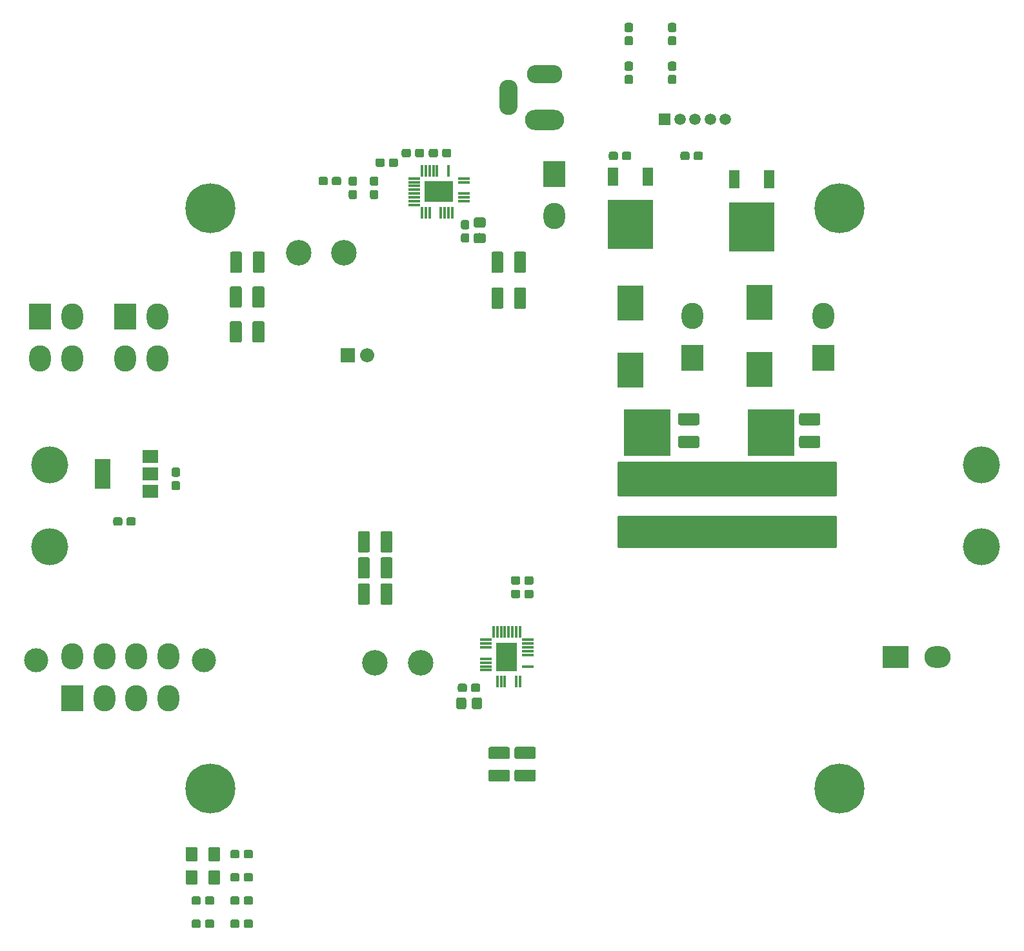
<source format=gts>
G04 #@! TF.GenerationSoftware,KiCad,Pcbnew,(5.0.0)*
G04 #@! TF.CreationDate,2019-02-17T15:18:15-05:00*
G04 #@! TF.ProjectId,control board power,636F6E74726F6C20626F61726420706F,rev?*
G04 #@! TF.SameCoordinates,Original*
G04 #@! TF.FileFunction,Soldermask,Top*
G04 #@! TF.FilePolarity,Negative*
%FSLAX46Y46*%
G04 Gerber Fmt 4.6, Leading zero omitted, Abs format (unit mm)*
G04 Created by KiCad (PCBNEW (5.0.0)) date 02/17/19 15:18:15*
%MOMM*%
%LPD*%
G01*
G04 APERTURE LIST*
%ADD10C,0.100000*%
%ADD11C,1.102400*%
%ADD12C,1.502400*%
%ADD13R,1.502400X1.502400*%
%ADD14C,6.552400*%
%ADD15O,1.852400X1.852400*%
%ADD16R,1.852400X1.852400*%
%ADD17O,2.402400X4.652400*%
%ADD18O,4.652400X2.402400*%
%ADD19O,5.152400X2.652400*%
%ADD20C,3.152400*%
%ADD21O,2.852400X3.452400*%
%ADD22R,2.852400X3.452400*%
%ADD23C,3.352400*%
%ADD24R,2.152400X1.652400*%
%ADD25R,2.152400X3.952400*%
%ADD26R,3.752400X2.752400*%
%ADD27R,0.402400X1.552400*%
%ADD28R,1.552400X0.402400*%
%ADD29C,1.676400*%
%ADD30R,2.752400X3.752400*%
%ADD31C,4.851400*%
%ADD32C,1.577400*%
%ADD33C,1.302400*%
%ADD34R,5.952400X6.552400*%
%ADD35R,1.352400X2.352400*%
%ADD36R,3.452400X4.652400*%
%ADD37R,6.152400X6.152400*%
%ADD38R,3.452400X2.852400*%
%ADD39O,3.452400X2.852400*%
%ADD40C,0.254000*%
G04 APERTURE END LIST*
D10*
G04 #@! TO.C,C2*
G36*
X50884614Y-103336127D02*
X50911367Y-103340096D01*
X50937602Y-103346667D01*
X50963068Y-103355779D01*
X50987517Y-103367342D01*
X51010715Y-103381247D01*
X51032439Y-103397358D01*
X51052479Y-103415521D01*
X51070642Y-103435561D01*
X51086753Y-103457285D01*
X51100658Y-103480483D01*
X51112221Y-103504932D01*
X51121333Y-103530398D01*
X51127904Y-103556633D01*
X51131873Y-103583386D01*
X51133200Y-103610400D01*
X51133200Y-104161600D01*
X51131873Y-104188614D01*
X51127904Y-104215367D01*
X51121333Y-104241602D01*
X51112221Y-104267068D01*
X51100658Y-104291517D01*
X51086753Y-104314715D01*
X51070642Y-104336439D01*
X51052479Y-104356479D01*
X51032439Y-104374642D01*
X51010715Y-104390753D01*
X50987517Y-104404658D01*
X50963068Y-104416221D01*
X50937602Y-104425333D01*
X50911367Y-104431904D01*
X50884614Y-104435873D01*
X50857600Y-104437200D01*
X50206400Y-104437200D01*
X50179386Y-104435873D01*
X50152633Y-104431904D01*
X50126398Y-104425333D01*
X50100932Y-104416221D01*
X50076483Y-104404658D01*
X50053285Y-104390753D01*
X50031561Y-104374642D01*
X50011521Y-104356479D01*
X49993358Y-104336439D01*
X49977247Y-104314715D01*
X49963342Y-104291517D01*
X49951779Y-104267068D01*
X49942667Y-104241602D01*
X49936096Y-104215367D01*
X49932127Y-104188614D01*
X49930800Y-104161600D01*
X49930800Y-103610400D01*
X49932127Y-103583386D01*
X49936096Y-103556633D01*
X49942667Y-103530398D01*
X49951779Y-103504932D01*
X49963342Y-103480483D01*
X49977247Y-103457285D01*
X49993358Y-103435561D01*
X50011521Y-103415521D01*
X50031561Y-103397358D01*
X50053285Y-103381247D01*
X50076483Y-103367342D01*
X50100932Y-103355779D01*
X50126398Y-103346667D01*
X50152633Y-103340096D01*
X50179386Y-103336127D01*
X50206400Y-103334800D01*
X50857600Y-103334800D01*
X50884614Y-103336127D01*
X50884614Y-103336127D01*
G37*
D11*
X50532000Y-103886000D03*
D10*
G36*
X49134614Y-103336127D02*
X49161367Y-103340096D01*
X49187602Y-103346667D01*
X49213068Y-103355779D01*
X49237517Y-103367342D01*
X49260715Y-103381247D01*
X49282439Y-103397358D01*
X49302479Y-103415521D01*
X49320642Y-103435561D01*
X49336753Y-103457285D01*
X49350658Y-103480483D01*
X49362221Y-103504932D01*
X49371333Y-103530398D01*
X49377904Y-103556633D01*
X49381873Y-103583386D01*
X49383200Y-103610400D01*
X49383200Y-104161600D01*
X49381873Y-104188614D01*
X49377904Y-104215367D01*
X49371333Y-104241602D01*
X49362221Y-104267068D01*
X49350658Y-104291517D01*
X49336753Y-104314715D01*
X49320642Y-104336439D01*
X49302479Y-104356479D01*
X49282439Y-104374642D01*
X49260715Y-104390753D01*
X49237517Y-104404658D01*
X49213068Y-104416221D01*
X49187602Y-104425333D01*
X49161367Y-104431904D01*
X49134614Y-104435873D01*
X49107600Y-104437200D01*
X48456400Y-104437200D01*
X48429386Y-104435873D01*
X48402633Y-104431904D01*
X48376398Y-104425333D01*
X48350932Y-104416221D01*
X48326483Y-104404658D01*
X48303285Y-104390753D01*
X48281561Y-104374642D01*
X48261521Y-104356479D01*
X48243358Y-104336439D01*
X48227247Y-104314715D01*
X48213342Y-104291517D01*
X48201779Y-104267068D01*
X48192667Y-104241602D01*
X48186096Y-104215367D01*
X48182127Y-104188614D01*
X48180800Y-104161600D01*
X48180800Y-103610400D01*
X48182127Y-103583386D01*
X48186096Y-103556633D01*
X48192667Y-103530398D01*
X48201779Y-103504932D01*
X48213342Y-103480483D01*
X48227247Y-103457285D01*
X48243358Y-103435561D01*
X48261521Y-103415521D01*
X48281561Y-103397358D01*
X48303285Y-103381247D01*
X48326483Y-103367342D01*
X48350932Y-103355779D01*
X48376398Y-103346667D01*
X48402633Y-103340096D01*
X48429386Y-103336127D01*
X48456400Y-103334800D01*
X49107600Y-103334800D01*
X49134614Y-103336127D01*
X49134614Y-103336127D01*
G37*
D11*
X48782000Y-103886000D03*
G04 #@! TD*
D12*
G04 #@! TO.C,J5*
X128523000Y-51054000D03*
X126523000Y-51054000D03*
X124523000Y-51054000D03*
X122523000Y-51054000D03*
D13*
X120523000Y-51054000D03*
G04 #@! TD*
D14*
G04 #@! TO.C,REF\002A\002A*
X143510000Y-62738000D03*
G04 #@! TD*
G04 #@! TO.C,REF\002A\002A*
X60960000Y-62738000D03*
G04 #@! TD*
G04 #@! TO.C,REF\002A\002A*
X143510000Y-138938000D03*
G04 #@! TD*
G04 #@! TO.C,REF\002A\002A*
X60960000Y-138938000D03*
G04 #@! TD*
D10*
G04 #@! TO.C,C1*
G36*
X56690614Y-98573127D02*
X56717367Y-98577096D01*
X56743602Y-98583667D01*
X56769068Y-98592779D01*
X56793517Y-98604342D01*
X56816715Y-98618247D01*
X56838439Y-98634358D01*
X56858479Y-98652521D01*
X56876642Y-98672561D01*
X56892753Y-98694285D01*
X56906658Y-98717483D01*
X56918221Y-98741932D01*
X56927333Y-98767398D01*
X56933904Y-98793633D01*
X56937873Y-98820386D01*
X56939200Y-98847400D01*
X56939200Y-99498600D01*
X56937873Y-99525614D01*
X56933904Y-99552367D01*
X56927333Y-99578602D01*
X56918221Y-99604068D01*
X56906658Y-99628517D01*
X56892753Y-99651715D01*
X56876642Y-99673439D01*
X56858479Y-99693479D01*
X56838439Y-99711642D01*
X56816715Y-99727753D01*
X56793517Y-99741658D01*
X56769068Y-99753221D01*
X56743602Y-99762333D01*
X56717367Y-99768904D01*
X56690614Y-99772873D01*
X56663600Y-99774200D01*
X56112400Y-99774200D01*
X56085386Y-99772873D01*
X56058633Y-99768904D01*
X56032398Y-99762333D01*
X56006932Y-99753221D01*
X55982483Y-99741658D01*
X55959285Y-99727753D01*
X55937561Y-99711642D01*
X55917521Y-99693479D01*
X55899358Y-99673439D01*
X55883247Y-99651715D01*
X55869342Y-99628517D01*
X55857779Y-99604068D01*
X55848667Y-99578602D01*
X55842096Y-99552367D01*
X55838127Y-99525614D01*
X55836800Y-99498600D01*
X55836800Y-98847400D01*
X55838127Y-98820386D01*
X55842096Y-98793633D01*
X55848667Y-98767398D01*
X55857779Y-98741932D01*
X55869342Y-98717483D01*
X55883247Y-98694285D01*
X55899358Y-98672561D01*
X55917521Y-98652521D01*
X55937561Y-98634358D01*
X55959285Y-98618247D01*
X55982483Y-98604342D01*
X56006932Y-98592779D01*
X56032398Y-98583667D01*
X56058633Y-98577096D01*
X56085386Y-98573127D01*
X56112400Y-98571800D01*
X56663600Y-98571800D01*
X56690614Y-98573127D01*
X56690614Y-98573127D01*
G37*
D11*
X56388000Y-99173000D03*
D10*
G36*
X56690614Y-96823127D02*
X56717367Y-96827096D01*
X56743602Y-96833667D01*
X56769068Y-96842779D01*
X56793517Y-96854342D01*
X56816715Y-96868247D01*
X56838439Y-96884358D01*
X56858479Y-96902521D01*
X56876642Y-96922561D01*
X56892753Y-96944285D01*
X56906658Y-96967483D01*
X56918221Y-96991932D01*
X56927333Y-97017398D01*
X56933904Y-97043633D01*
X56937873Y-97070386D01*
X56939200Y-97097400D01*
X56939200Y-97748600D01*
X56937873Y-97775614D01*
X56933904Y-97802367D01*
X56927333Y-97828602D01*
X56918221Y-97854068D01*
X56906658Y-97878517D01*
X56892753Y-97901715D01*
X56876642Y-97923439D01*
X56858479Y-97943479D01*
X56838439Y-97961642D01*
X56816715Y-97977753D01*
X56793517Y-97991658D01*
X56769068Y-98003221D01*
X56743602Y-98012333D01*
X56717367Y-98018904D01*
X56690614Y-98022873D01*
X56663600Y-98024200D01*
X56112400Y-98024200D01*
X56085386Y-98022873D01*
X56058633Y-98018904D01*
X56032398Y-98012333D01*
X56006932Y-98003221D01*
X55982483Y-97991658D01*
X55959285Y-97977753D01*
X55937561Y-97961642D01*
X55917521Y-97943479D01*
X55899358Y-97923439D01*
X55883247Y-97901715D01*
X55869342Y-97878517D01*
X55857779Y-97854068D01*
X55848667Y-97828602D01*
X55842096Y-97802367D01*
X55838127Y-97775614D01*
X55836800Y-97748600D01*
X55836800Y-97097400D01*
X55838127Y-97070386D01*
X55842096Y-97043633D01*
X55848667Y-97017398D01*
X55857779Y-96991932D01*
X55869342Y-96967483D01*
X55883247Y-96944285D01*
X55899358Y-96922561D01*
X55917521Y-96902521D01*
X55937561Y-96884358D01*
X55959285Y-96868247D01*
X55982483Y-96854342D01*
X56006932Y-96842779D01*
X56032398Y-96833667D01*
X56058633Y-96827096D01*
X56085386Y-96823127D01*
X56112400Y-96821800D01*
X56663600Y-96821800D01*
X56690614Y-96823127D01*
X56690614Y-96823127D01*
G37*
D11*
X56388000Y-97423000D03*
G04 #@! TD*
D10*
G04 #@! TO.C,C5*
G36*
X83551614Y-56219127D02*
X83578367Y-56223096D01*
X83604602Y-56229667D01*
X83630068Y-56238779D01*
X83654517Y-56250342D01*
X83677715Y-56264247D01*
X83699439Y-56280358D01*
X83719479Y-56298521D01*
X83737642Y-56318561D01*
X83753753Y-56340285D01*
X83767658Y-56363483D01*
X83779221Y-56387932D01*
X83788333Y-56413398D01*
X83794904Y-56439633D01*
X83798873Y-56466386D01*
X83800200Y-56493400D01*
X83800200Y-57044600D01*
X83798873Y-57071614D01*
X83794904Y-57098367D01*
X83788333Y-57124602D01*
X83779221Y-57150068D01*
X83767658Y-57174517D01*
X83753753Y-57197715D01*
X83737642Y-57219439D01*
X83719479Y-57239479D01*
X83699439Y-57257642D01*
X83677715Y-57273753D01*
X83654517Y-57287658D01*
X83630068Y-57299221D01*
X83604602Y-57308333D01*
X83578367Y-57314904D01*
X83551614Y-57318873D01*
X83524600Y-57320200D01*
X82873400Y-57320200D01*
X82846386Y-57318873D01*
X82819633Y-57314904D01*
X82793398Y-57308333D01*
X82767932Y-57299221D01*
X82743483Y-57287658D01*
X82720285Y-57273753D01*
X82698561Y-57257642D01*
X82678521Y-57239479D01*
X82660358Y-57219439D01*
X82644247Y-57197715D01*
X82630342Y-57174517D01*
X82618779Y-57150068D01*
X82609667Y-57124602D01*
X82603096Y-57098367D01*
X82599127Y-57071614D01*
X82597800Y-57044600D01*
X82597800Y-56493400D01*
X82599127Y-56466386D01*
X82603096Y-56439633D01*
X82609667Y-56413398D01*
X82618779Y-56387932D01*
X82630342Y-56363483D01*
X82644247Y-56340285D01*
X82660358Y-56318561D01*
X82678521Y-56298521D01*
X82698561Y-56280358D01*
X82720285Y-56264247D01*
X82743483Y-56250342D01*
X82767932Y-56238779D01*
X82793398Y-56229667D01*
X82819633Y-56223096D01*
X82846386Y-56219127D01*
X82873400Y-56217800D01*
X83524600Y-56217800D01*
X83551614Y-56219127D01*
X83551614Y-56219127D01*
G37*
D11*
X83199000Y-56769000D03*
D10*
G36*
X85301614Y-56219127D02*
X85328367Y-56223096D01*
X85354602Y-56229667D01*
X85380068Y-56238779D01*
X85404517Y-56250342D01*
X85427715Y-56264247D01*
X85449439Y-56280358D01*
X85469479Y-56298521D01*
X85487642Y-56318561D01*
X85503753Y-56340285D01*
X85517658Y-56363483D01*
X85529221Y-56387932D01*
X85538333Y-56413398D01*
X85544904Y-56439633D01*
X85548873Y-56466386D01*
X85550200Y-56493400D01*
X85550200Y-57044600D01*
X85548873Y-57071614D01*
X85544904Y-57098367D01*
X85538333Y-57124602D01*
X85529221Y-57150068D01*
X85517658Y-57174517D01*
X85503753Y-57197715D01*
X85487642Y-57219439D01*
X85469479Y-57239479D01*
X85449439Y-57257642D01*
X85427715Y-57273753D01*
X85404517Y-57287658D01*
X85380068Y-57299221D01*
X85354602Y-57308333D01*
X85328367Y-57314904D01*
X85301614Y-57318873D01*
X85274600Y-57320200D01*
X84623400Y-57320200D01*
X84596386Y-57318873D01*
X84569633Y-57314904D01*
X84543398Y-57308333D01*
X84517932Y-57299221D01*
X84493483Y-57287658D01*
X84470285Y-57273753D01*
X84448561Y-57257642D01*
X84428521Y-57239479D01*
X84410358Y-57219439D01*
X84394247Y-57197715D01*
X84380342Y-57174517D01*
X84368779Y-57150068D01*
X84359667Y-57124602D01*
X84353096Y-57098367D01*
X84349127Y-57071614D01*
X84347800Y-57044600D01*
X84347800Y-56493400D01*
X84349127Y-56466386D01*
X84353096Y-56439633D01*
X84359667Y-56413398D01*
X84368779Y-56387932D01*
X84380342Y-56363483D01*
X84394247Y-56340285D01*
X84410358Y-56318561D01*
X84428521Y-56298521D01*
X84448561Y-56280358D01*
X84470285Y-56264247D01*
X84493483Y-56250342D01*
X84517932Y-56238779D01*
X84543398Y-56229667D01*
X84569633Y-56223096D01*
X84596386Y-56219127D01*
X84623400Y-56217800D01*
X85274600Y-56217800D01*
X85301614Y-56219127D01*
X85301614Y-56219127D01*
G37*
D11*
X84949000Y-56769000D03*
G04 #@! TD*
D10*
G04 #@! TO.C,C6*
G36*
X94663614Y-66061127D02*
X94690367Y-66065096D01*
X94716602Y-66071667D01*
X94742068Y-66080779D01*
X94766517Y-66092342D01*
X94789715Y-66106247D01*
X94811439Y-66122358D01*
X94831479Y-66140521D01*
X94849642Y-66160561D01*
X94865753Y-66182285D01*
X94879658Y-66205483D01*
X94891221Y-66229932D01*
X94900333Y-66255398D01*
X94906904Y-66281633D01*
X94910873Y-66308386D01*
X94912200Y-66335400D01*
X94912200Y-66986600D01*
X94910873Y-67013614D01*
X94906904Y-67040367D01*
X94900333Y-67066602D01*
X94891221Y-67092068D01*
X94879658Y-67116517D01*
X94865753Y-67139715D01*
X94849642Y-67161439D01*
X94831479Y-67181479D01*
X94811439Y-67199642D01*
X94789715Y-67215753D01*
X94766517Y-67229658D01*
X94742068Y-67241221D01*
X94716602Y-67250333D01*
X94690367Y-67256904D01*
X94663614Y-67260873D01*
X94636600Y-67262200D01*
X94085400Y-67262200D01*
X94058386Y-67260873D01*
X94031633Y-67256904D01*
X94005398Y-67250333D01*
X93979932Y-67241221D01*
X93955483Y-67229658D01*
X93932285Y-67215753D01*
X93910561Y-67199642D01*
X93890521Y-67181479D01*
X93872358Y-67161439D01*
X93856247Y-67139715D01*
X93842342Y-67116517D01*
X93830779Y-67092068D01*
X93821667Y-67066602D01*
X93815096Y-67040367D01*
X93811127Y-67013614D01*
X93809800Y-66986600D01*
X93809800Y-66335400D01*
X93811127Y-66308386D01*
X93815096Y-66281633D01*
X93821667Y-66255398D01*
X93830779Y-66229932D01*
X93842342Y-66205483D01*
X93856247Y-66182285D01*
X93872358Y-66160561D01*
X93890521Y-66140521D01*
X93910561Y-66122358D01*
X93932285Y-66106247D01*
X93955483Y-66092342D01*
X93979932Y-66080779D01*
X94005398Y-66071667D01*
X94031633Y-66065096D01*
X94058386Y-66061127D01*
X94085400Y-66059800D01*
X94636600Y-66059800D01*
X94663614Y-66061127D01*
X94663614Y-66061127D01*
G37*
D11*
X94361000Y-66661000D03*
D10*
G36*
X94663614Y-64311127D02*
X94690367Y-64315096D01*
X94716602Y-64321667D01*
X94742068Y-64330779D01*
X94766517Y-64342342D01*
X94789715Y-64356247D01*
X94811439Y-64372358D01*
X94831479Y-64390521D01*
X94849642Y-64410561D01*
X94865753Y-64432285D01*
X94879658Y-64455483D01*
X94891221Y-64479932D01*
X94900333Y-64505398D01*
X94906904Y-64531633D01*
X94910873Y-64558386D01*
X94912200Y-64585400D01*
X94912200Y-65236600D01*
X94910873Y-65263614D01*
X94906904Y-65290367D01*
X94900333Y-65316602D01*
X94891221Y-65342068D01*
X94879658Y-65366517D01*
X94865753Y-65389715D01*
X94849642Y-65411439D01*
X94831479Y-65431479D01*
X94811439Y-65449642D01*
X94789715Y-65465753D01*
X94766517Y-65479658D01*
X94742068Y-65491221D01*
X94716602Y-65500333D01*
X94690367Y-65506904D01*
X94663614Y-65510873D01*
X94636600Y-65512200D01*
X94085400Y-65512200D01*
X94058386Y-65510873D01*
X94031633Y-65506904D01*
X94005398Y-65500333D01*
X93979932Y-65491221D01*
X93955483Y-65479658D01*
X93932285Y-65465753D01*
X93910561Y-65449642D01*
X93890521Y-65431479D01*
X93872358Y-65411439D01*
X93856247Y-65389715D01*
X93842342Y-65366517D01*
X93830779Y-65342068D01*
X93821667Y-65316602D01*
X93815096Y-65290367D01*
X93811127Y-65263614D01*
X93809800Y-65236600D01*
X93809800Y-64585400D01*
X93811127Y-64558386D01*
X93815096Y-64531633D01*
X93821667Y-64505398D01*
X93830779Y-64479932D01*
X93842342Y-64455483D01*
X93856247Y-64432285D01*
X93872358Y-64410561D01*
X93890521Y-64390521D01*
X93910561Y-64372358D01*
X93932285Y-64356247D01*
X93955483Y-64342342D01*
X93979932Y-64330779D01*
X94005398Y-64321667D01*
X94031633Y-64315096D01*
X94058386Y-64311127D01*
X94085400Y-64309800D01*
X94636600Y-64309800D01*
X94663614Y-64311127D01*
X94663614Y-64311127D01*
G37*
D11*
X94361000Y-64911000D03*
G04 #@! TD*
D10*
G04 #@! TO.C,C7*
G36*
X103081614Y-111083127D02*
X103108367Y-111087096D01*
X103134602Y-111093667D01*
X103160068Y-111102779D01*
X103184517Y-111114342D01*
X103207715Y-111128247D01*
X103229439Y-111144358D01*
X103249479Y-111162521D01*
X103267642Y-111182561D01*
X103283753Y-111204285D01*
X103297658Y-111227483D01*
X103309221Y-111251932D01*
X103318333Y-111277398D01*
X103324904Y-111303633D01*
X103328873Y-111330386D01*
X103330200Y-111357400D01*
X103330200Y-111908600D01*
X103328873Y-111935614D01*
X103324904Y-111962367D01*
X103318333Y-111988602D01*
X103309221Y-112014068D01*
X103297658Y-112038517D01*
X103283753Y-112061715D01*
X103267642Y-112083439D01*
X103249479Y-112103479D01*
X103229439Y-112121642D01*
X103207715Y-112137753D01*
X103184517Y-112151658D01*
X103160068Y-112163221D01*
X103134602Y-112172333D01*
X103108367Y-112178904D01*
X103081614Y-112182873D01*
X103054600Y-112184200D01*
X102403400Y-112184200D01*
X102376386Y-112182873D01*
X102349633Y-112178904D01*
X102323398Y-112172333D01*
X102297932Y-112163221D01*
X102273483Y-112151658D01*
X102250285Y-112137753D01*
X102228561Y-112121642D01*
X102208521Y-112103479D01*
X102190358Y-112083439D01*
X102174247Y-112061715D01*
X102160342Y-112038517D01*
X102148779Y-112014068D01*
X102139667Y-111988602D01*
X102133096Y-111962367D01*
X102129127Y-111935614D01*
X102127800Y-111908600D01*
X102127800Y-111357400D01*
X102129127Y-111330386D01*
X102133096Y-111303633D01*
X102139667Y-111277398D01*
X102148779Y-111251932D01*
X102160342Y-111227483D01*
X102174247Y-111204285D01*
X102190358Y-111182561D01*
X102208521Y-111162521D01*
X102228561Y-111144358D01*
X102250285Y-111128247D01*
X102273483Y-111114342D01*
X102297932Y-111102779D01*
X102323398Y-111093667D01*
X102349633Y-111087096D01*
X102376386Y-111083127D01*
X102403400Y-111081800D01*
X103054600Y-111081800D01*
X103081614Y-111083127D01*
X103081614Y-111083127D01*
G37*
D11*
X102729000Y-111633000D03*
D10*
G36*
X101331614Y-111083127D02*
X101358367Y-111087096D01*
X101384602Y-111093667D01*
X101410068Y-111102779D01*
X101434517Y-111114342D01*
X101457715Y-111128247D01*
X101479439Y-111144358D01*
X101499479Y-111162521D01*
X101517642Y-111182561D01*
X101533753Y-111204285D01*
X101547658Y-111227483D01*
X101559221Y-111251932D01*
X101568333Y-111277398D01*
X101574904Y-111303633D01*
X101578873Y-111330386D01*
X101580200Y-111357400D01*
X101580200Y-111908600D01*
X101578873Y-111935614D01*
X101574904Y-111962367D01*
X101568333Y-111988602D01*
X101559221Y-112014068D01*
X101547658Y-112038517D01*
X101533753Y-112061715D01*
X101517642Y-112083439D01*
X101499479Y-112103479D01*
X101479439Y-112121642D01*
X101457715Y-112137753D01*
X101434517Y-112151658D01*
X101410068Y-112163221D01*
X101384602Y-112172333D01*
X101358367Y-112178904D01*
X101331614Y-112182873D01*
X101304600Y-112184200D01*
X100653400Y-112184200D01*
X100626386Y-112182873D01*
X100599633Y-112178904D01*
X100573398Y-112172333D01*
X100547932Y-112163221D01*
X100523483Y-112151658D01*
X100500285Y-112137753D01*
X100478561Y-112121642D01*
X100458521Y-112103479D01*
X100440358Y-112083439D01*
X100424247Y-112061715D01*
X100410342Y-112038517D01*
X100398779Y-112014068D01*
X100389667Y-111988602D01*
X100383096Y-111962367D01*
X100379127Y-111935614D01*
X100377800Y-111908600D01*
X100377800Y-111357400D01*
X100379127Y-111330386D01*
X100383096Y-111303633D01*
X100389667Y-111277398D01*
X100398779Y-111251932D01*
X100410342Y-111227483D01*
X100424247Y-111204285D01*
X100440358Y-111182561D01*
X100458521Y-111162521D01*
X100478561Y-111144358D01*
X100500285Y-111128247D01*
X100523483Y-111114342D01*
X100547932Y-111102779D01*
X100573398Y-111093667D01*
X100599633Y-111087096D01*
X100626386Y-111083127D01*
X100653400Y-111081800D01*
X101304600Y-111081800D01*
X101331614Y-111083127D01*
X101331614Y-111083127D01*
G37*
D11*
X100979000Y-111633000D03*
G04 #@! TD*
D10*
G04 #@! TO.C,C8*
G36*
X94346614Y-125180127D02*
X94373367Y-125184096D01*
X94399602Y-125190667D01*
X94425068Y-125199779D01*
X94449517Y-125211342D01*
X94472715Y-125225247D01*
X94494439Y-125241358D01*
X94514479Y-125259521D01*
X94532642Y-125279561D01*
X94548753Y-125301285D01*
X94562658Y-125324483D01*
X94574221Y-125348932D01*
X94583333Y-125374398D01*
X94589904Y-125400633D01*
X94593873Y-125427386D01*
X94595200Y-125454400D01*
X94595200Y-126005600D01*
X94593873Y-126032614D01*
X94589904Y-126059367D01*
X94583333Y-126085602D01*
X94574221Y-126111068D01*
X94562658Y-126135517D01*
X94548753Y-126158715D01*
X94532642Y-126180439D01*
X94514479Y-126200479D01*
X94494439Y-126218642D01*
X94472715Y-126234753D01*
X94449517Y-126248658D01*
X94425068Y-126260221D01*
X94399602Y-126269333D01*
X94373367Y-126275904D01*
X94346614Y-126279873D01*
X94319600Y-126281200D01*
X93668400Y-126281200D01*
X93641386Y-126279873D01*
X93614633Y-126275904D01*
X93588398Y-126269333D01*
X93562932Y-126260221D01*
X93538483Y-126248658D01*
X93515285Y-126234753D01*
X93493561Y-126218642D01*
X93473521Y-126200479D01*
X93455358Y-126180439D01*
X93439247Y-126158715D01*
X93425342Y-126135517D01*
X93413779Y-126111068D01*
X93404667Y-126085602D01*
X93398096Y-126059367D01*
X93394127Y-126032614D01*
X93392800Y-126005600D01*
X93392800Y-125454400D01*
X93394127Y-125427386D01*
X93398096Y-125400633D01*
X93404667Y-125374398D01*
X93413779Y-125348932D01*
X93425342Y-125324483D01*
X93439247Y-125301285D01*
X93455358Y-125279561D01*
X93473521Y-125259521D01*
X93493561Y-125241358D01*
X93515285Y-125225247D01*
X93538483Y-125211342D01*
X93562932Y-125199779D01*
X93588398Y-125190667D01*
X93614633Y-125184096D01*
X93641386Y-125180127D01*
X93668400Y-125178800D01*
X94319600Y-125178800D01*
X94346614Y-125180127D01*
X94346614Y-125180127D01*
G37*
D11*
X93994000Y-125730000D03*
D10*
G36*
X96096614Y-125180127D02*
X96123367Y-125184096D01*
X96149602Y-125190667D01*
X96175068Y-125199779D01*
X96199517Y-125211342D01*
X96222715Y-125225247D01*
X96244439Y-125241358D01*
X96264479Y-125259521D01*
X96282642Y-125279561D01*
X96298753Y-125301285D01*
X96312658Y-125324483D01*
X96324221Y-125348932D01*
X96333333Y-125374398D01*
X96339904Y-125400633D01*
X96343873Y-125427386D01*
X96345200Y-125454400D01*
X96345200Y-126005600D01*
X96343873Y-126032614D01*
X96339904Y-126059367D01*
X96333333Y-126085602D01*
X96324221Y-126111068D01*
X96312658Y-126135517D01*
X96298753Y-126158715D01*
X96282642Y-126180439D01*
X96264479Y-126200479D01*
X96244439Y-126218642D01*
X96222715Y-126234753D01*
X96199517Y-126248658D01*
X96175068Y-126260221D01*
X96149602Y-126269333D01*
X96123367Y-126275904D01*
X96096614Y-126279873D01*
X96069600Y-126281200D01*
X95418400Y-126281200D01*
X95391386Y-126279873D01*
X95364633Y-126275904D01*
X95338398Y-126269333D01*
X95312932Y-126260221D01*
X95288483Y-126248658D01*
X95265285Y-126234753D01*
X95243561Y-126218642D01*
X95223521Y-126200479D01*
X95205358Y-126180439D01*
X95189247Y-126158715D01*
X95175342Y-126135517D01*
X95163779Y-126111068D01*
X95154667Y-126085602D01*
X95148096Y-126059367D01*
X95144127Y-126032614D01*
X95142800Y-126005600D01*
X95142800Y-125454400D01*
X95144127Y-125427386D01*
X95148096Y-125400633D01*
X95154667Y-125374398D01*
X95163779Y-125348932D01*
X95175342Y-125324483D01*
X95189247Y-125301285D01*
X95205358Y-125279561D01*
X95223521Y-125259521D01*
X95243561Y-125241358D01*
X95265285Y-125225247D01*
X95288483Y-125211342D01*
X95312932Y-125199779D01*
X95338398Y-125190667D01*
X95364633Y-125184096D01*
X95391386Y-125180127D01*
X95418400Y-125178800D01*
X96069600Y-125178800D01*
X96096614Y-125180127D01*
X96096614Y-125180127D01*
G37*
D11*
X95744000Y-125730000D03*
G04 #@! TD*
D10*
G04 #@! TO.C,C9*
G36*
X86980614Y-54949127D02*
X87007367Y-54953096D01*
X87033602Y-54959667D01*
X87059068Y-54968779D01*
X87083517Y-54980342D01*
X87106715Y-54994247D01*
X87128439Y-55010358D01*
X87148479Y-55028521D01*
X87166642Y-55048561D01*
X87182753Y-55070285D01*
X87196658Y-55093483D01*
X87208221Y-55117932D01*
X87217333Y-55143398D01*
X87223904Y-55169633D01*
X87227873Y-55196386D01*
X87229200Y-55223400D01*
X87229200Y-55774600D01*
X87227873Y-55801614D01*
X87223904Y-55828367D01*
X87217333Y-55854602D01*
X87208221Y-55880068D01*
X87196658Y-55904517D01*
X87182753Y-55927715D01*
X87166642Y-55949439D01*
X87148479Y-55969479D01*
X87128439Y-55987642D01*
X87106715Y-56003753D01*
X87083517Y-56017658D01*
X87059068Y-56029221D01*
X87033602Y-56038333D01*
X87007367Y-56044904D01*
X86980614Y-56048873D01*
X86953600Y-56050200D01*
X86302400Y-56050200D01*
X86275386Y-56048873D01*
X86248633Y-56044904D01*
X86222398Y-56038333D01*
X86196932Y-56029221D01*
X86172483Y-56017658D01*
X86149285Y-56003753D01*
X86127561Y-55987642D01*
X86107521Y-55969479D01*
X86089358Y-55949439D01*
X86073247Y-55927715D01*
X86059342Y-55904517D01*
X86047779Y-55880068D01*
X86038667Y-55854602D01*
X86032096Y-55828367D01*
X86028127Y-55801614D01*
X86026800Y-55774600D01*
X86026800Y-55223400D01*
X86028127Y-55196386D01*
X86032096Y-55169633D01*
X86038667Y-55143398D01*
X86047779Y-55117932D01*
X86059342Y-55093483D01*
X86073247Y-55070285D01*
X86089358Y-55048561D01*
X86107521Y-55028521D01*
X86127561Y-55010358D01*
X86149285Y-54994247D01*
X86172483Y-54980342D01*
X86196932Y-54968779D01*
X86222398Y-54959667D01*
X86248633Y-54953096D01*
X86275386Y-54949127D01*
X86302400Y-54947800D01*
X86953600Y-54947800D01*
X86980614Y-54949127D01*
X86980614Y-54949127D01*
G37*
D11*
X86628000Y-55499000D03*
D10*
G36*
X88730614Y-54949127D02*
X88757367Y-54953096D01*
X88783602Y-54959667D01*
X88809068Y-54968779D01*
X88833517Y-54980342D01*
X88856715Y-54994247D01*
X88878439Y-55010358D01*
X88898479Y-55028521D01*
X88916642Y-55048561D01*
X88932753Y-55070285D01*
X88946658Y-55093483D01*
X88958221Y-55117932D01*
X88967333Y-55143398D01*
X88973904Y-55169633D01*
X88977873Y-55196386D01*
X88979200Y-55223400D01*
X88979200Y-55774600D01*
X88977873Y-55801614D01*
X88973904Y-55828367D01*
X88967333Y-55854602D01*
X88958221Y-55880068D01*
X88946658Y-55904517D01*
X88932753Y-55927715D01*
X88916642Y-55949439D01*
X88898479Y-55969479D01*
X88878439Y-55987642D01*
X88856715Y-56003753D01*
X88833517Y-56017658D01*
X88809068Y-56029221D01*
X88783602Y-56038333D01*
X88757367Y-56044904D01*
X88730614Y-56048873D01*
X88703600Y-56050200D01*
X88052400Y-56050200D01*
X88025386Y-56048873D01*
X87998633Y-56044904D01*
X87972398Y-56038333D01*
X87946932Y-56029221D01*
X87922483Y-56017658D01*
X87899285Y-56003753D01*
X87877561Y-55987642D01*
X87857521Y-55969479D01*
X87839358Y-55949439D01*
X87823247Y-55927715D01*
X87809342Y-55904517D01*
X87797779Y-55880068D01*
X87788667Y-55854602D01*
X87782096Y-55828367D01*
X87778127Y-55801614D01*
X87776800Y-55774600D01*
X87776800Y-55223400D01*
X87778127Y-55196386D01*
X87782096Y-55169633D01*
X87788667Y-55143398D01*
X87797779Y-55117932D01*
X87809342Y-55093483D01*
X87823247Y-55070285D01*
X87839358Y-55048561D01*
X87857521Y-55028521D01*
X87877561Y-55010358D01*
X87899285Y-54994247D01*
X87922483Y-54980342D01*
X87946932Y-54968779D01*
X87972398Y-54959667D01*
X87998633Y-54953096D01*
X88025386Y-54949127D01*
X88052400Y-54947800D01*
X88703600Y-54947800D01*
X88730614Y-54949127D01*
X88730614Y-54949127D01*
G37*
D11*
X88378000Y-55499000D03*
G04 #@! TD*
D10*
G04 #@! TO.C,C10*
G36*
X79931614Y-60346127D02*
X79958367Y-60350096D01*
X79984602Y-60356667D01*
X80010068Y-60365779D01*
X80034517Y-60377342D01*
X80057715Y-60391247D01*
X80079439Y-60407358D01*
X80099479Y-60425521D01*
X80117642Y-60445561D01*
X80133753Y-60467285D01*
X80147658Y-60490483D01*
X80159221Y-60514932D01*
X80168333Y-60540398D01*
X80174904Y-60566633D01*
X80178873Y-60593386D01*
X80180200Y-60620400D01*
X80180200Y-61271600D01*
X80178873Y-61298614D01*
X80174904Y-61325367D01*
X80168333Y-61351602D01*
X80159221Y-61377068D01*
X80147658Y-61401517D01*
X80133753Y-61424715D01*
X80117642Y-61446439D01*
X80099479Y-61466479D01*
X80079439Y-61484642D01*
X80057715Y-61500753D01*
X80034517Y-61514658D01*
X80010068Y-61526221D01*
X79984602Y-61535333D01*
X79958367Y-61541904D01*
X79931614Y-61545873D01*
X79904600Y-61547200D01*
X79353400Y-61547200D01*
X79326386Y-61545873D01*
X79299633Y-61541904D01*
X79273398Y-61535333D01*
X79247932Y-61526221D01*
X79223483Y-61514658D01*
X79200285Y-61500753D01*
X79178561Y-61484642D01*
X79158521Y-61466479D01*
X79140358Y-61446439D01*
X79124247Y-61424715D01*
X79110342Y-61401517D01*
X79098779Y-61377068D01*
X79089667Y-61351602D01*
X79083096Y-61325367D01*
X79079127Y-61298614D01*
X79077800Y-61271600D01*
X79077800Y-60620400D01*
X79079127Y-60593386D01*
X79083096Y-60566633D01*
X79089667Y-60540398D01*
X79098779Y-60514932D01*
X79110342Y-60490483D01*
X79124247Y-60467285D01*
X79140358Y-60445561D01*
X79158521Y-60425521D01*
X79178561Y-60407358D01*
X79200285Y-60391247D01*
X79223483Y-60377342D01*
X79247932Y-60365779D01*
X79273398Y-60356667D01*
X79299633Y-60350096D01*
X79326386Y-60346127D01*
X79353400Y-60344800D01*
X79904600Y-60344800D01*
X79931614Y-60346127D01*
X79931614Y-60346127D01*
G37*
D11*
X79629000Y-60946000D03*
D10*
G36*
X79931614Y-58596127D02*
X79958367Y-58600096D01*
X79984602Y-58606667D01*
X80010068Y-58615779D01*
X80034517Y-58627342D01*
X80057715Y-58641247D01*
X80079439Y-58657358D01*
X80099479Y-58675521D01*
X80117642Y-58695561D01*
X80133753Y-58717285D01*
X80147658Y-58740483D01*
X80159221Y-58764932D01*
X80168333Y-58790398D01*
X80174904Y-58816633D01*
X80178873Y-58843386D01*
X80180200Y-58870400D01*
X80180200Y-59521600D01*
X80178873Y-59548614D01*
X80174904Y-59575367D01*
X80168333Y-59601602D01*
X80159221Y-59627068D01*
X80147658Y-59651517D01*
X80133753Y-59674715D01*
X80117642Y-59696439D01*
X80099479Y-59716479D01*
X80079439Y-59734642D01*
X80057715Y-59750753D01*
X80034517Y-59764658D01*
X80010068Y-59776221D01*
X79984602Y-59785333D01*
X79958367Y-59791904D01*
X79931614Y-59795873D01*
X79904600Y-59797200D01*
X79353400Y-59797200D01*
X79326386Y-59795873D01*
X79299633Y-59791904D01*
X79273398Y-59785333D01*
X79247932Y-59776221D01*
X79223483Y-59764658D01*
X79200285Y-59750753D01*
X79178561Y-59734642D01*
X79158521Y-59716479D01*
X79140358Y-59696439D01*
X79124247Y-59674715D01*
X79110342Y-59651517D01*
X79098779Y-59627068D01*
X79089667Y-59601602D01*
X79083096Y-59575367D01*
X79079127Y-59548614D01*
X79077800Y-59521600D01*
X79077800Y-58870400D01*
X79079127Y-58843386D01*
X79083096Y-58816633D01*
X79089667Y-58790398D01*
X79098779Y-58764932D01*
X79110342Y-58740483D01*
X79124247Y-58717285D01*
X79140358Y-58695561D01*
X79158521Y-58675521D01*
X79178561Y-58657358D01*
X79200285Y-58641247D01*
X79223483Y-58627342D01*
X79247932Y-58615779D01*
X79273398Y-58606667D01*
X79299633Y-58600096D01*
X79326386Y-58596127D01*
X79353400Y-58594800D01*
X79904600Y-58594800D01*
X79931614Y-58596127D01*
X79931614Y-58596127D01*
G37*
D11*
X79629000Y-59196000D03*
G04 #@! TD*
D10*
G04 #@! TO.C,C11*
G36*
X82725614Y-60346127D02*
X82752367Y-60350096D01*
X82778602Y-60356667D01*
X82804068Y-60365779D01*
X82828517Y-60377342D01*
X82851715Y-60391247D01*
X82873439Y-60407358D01*
X82893479Y-60425521D01*
X82911642Y-60445561D01*
X82927753Y-60467285D01*
X82941658Y-60490483D01*
X82953221Y-60514932D01*
X82962333Y-60540398D01*
X82968904Y-60566633D01*
X82972873Y-60593386D01*
X82974200Y-60620400D01*
X82974200Y-61271600D01*
X82972873Y-61298614D01*
X82968904Y-61325367D01*
X82962333Y-61351602D01*
X82953221Y-61377068D01*
X82941658Y-61401517D01*
X82927753Y-61424715D01*
X82911642Y-61446439D01*
X82893479Y-61466479D01*
X82873439Y-61484642D01*
X82851715Y-61500753D01*
X82828517Y-61514658D01*
X82804068Y-61526221D01*
X82778602Y-61535333D01*
X82752367Y-61541904D01*
X82725614Y-61545873D01*
X82698600Y-61547200D01*
X82147400Y-61547200D01*
X82120386Y-61545873D01*
X82093633Y-61541904D01*
X82067398Y-61535333D01*
X82041932Y-61526221D01*
X82017483Y-61514658D01*
X81994285Y-61500753D01*
X81972561Y-61484642D01*
X81952521Y-61466479D01*
X81934358Y-61446439D01*
X81918247Y-61424715D01*
X81904342Y-61401517D01*
X81892779Y-61377068D01*
X81883667Y-61351602D01*
X81877096Y-61325367D01*
X81873127Y-61298614D01*
X81871800Y-61271600D01*
X81871800Y-60620400D01*
X81873127Y-60593386D01*
X81877096Y-60566633D01*
X81883667Y-60540398D01*
X81892779Y-60514932D01*
X81904342Y-60490483D01*
X81918247Y-60467285D01*
X81934358Y-60445561D01*
X81952521Y-60425521D01*
X81972561Y-60407358D01*
X81994285Y-60391247D01*
X82017483Y-60377342D01*
X82041932Y-60365779D01*
X82067398Y-60356667D01*
X82093633Y-60350096D01*
X82120386Y-60346127D01*
X82147400Y-60344800D01*
X82698600Y-60344800D01*
X82725614Y-60346127D01*
X82725614Y-60346127D01*
G37*
D11*
X82423000Y-60946000D03*
D10*
G36*
X82725614Y-58596127D02*
X82752367Y-58600096D01*
X82778602Y-58606667D01*
X82804068Y-58615779D01*
X82828517Y-58627342D01*
X82851715Y-58641247D01*
X82873439Y-58657358D01*
X82893479Y-58675521D01*
X82911642Y-58695561D01*
X82927753Y-58717285D01*
X82941658Y-58740483D01*
X82953221Y-58764932D01*
X82962333Y-58790398D01*
X82968904Y-58816633D01*
X82972873Y-58843386D01*
X82974200Y-58870400D01*
X82974200Y-59521600D01*
X82972873Y-59548614D01*
X82968904Y-59575367D01*
X82962333Y-59601602D01*
X82953221Y-59627068D01*
X82941658Y-59651517D01*
X82927753Y-59674715D01*
X82911642Y-59696439D01*
X82893479Y-59716479D01*
X82873439Y-59734642D01*
X82851715Y-59750753D01*
X82828517Y-59764658D01*
X82804068Y-59776221D01*
X82778602Y-59785333D01*
X82752367Y-59791904D01*
X82725614Y-59795873D01*
X82698600Y-59797200D01*
X82147400Y-59797200D01*
X82120386Y-59795873D01*
X82093633Y-59791904D01*
X82067398Y-59785333D01*
X82041932Y-59776221D01*
X82017483Y-59764658D01*
X81994285Y-59750753D01*
X81972561Y-59734642D01*
X81952521Y-59716479D01*
X81934358Y-59696439D01*
X81918247Y-59674715D01*
X81904342Y-59651517D01*
X81892779Y-59627068D01*
X81883667Y-59601602D01*
X81877096Y-59575367D01*
X81873127Y-59548614D01*
X81871800Y-59521600D01*
X81871800Y-58870400D01*
X81873127Y-58843386D01*
X81877096Y-58816633D01*
X81883667Y-58790398D01*
X81892779Y-58764932D01*
X81904342Y-58740483D01*
X81918247Y-58717285D01*
X81934358Y-58695561D01*
X81952521Y-58675521D01*
X81972561Y-58657358D01*
X81994285Y-58641247D01*
X82017483Y-58627342D01*
X82041932Y-58615779D01*
X82067398Y-58606667D01*
X82093633Y-58600096D01*
X82120386Y-58596127D01*
X82147400Y-58594800D01*
X82698600Y-58594800D01*
X82725614Y-58596127D01*
X82725614Y-58596127D01*
G37*
D11*
X82423000Y-59196000D03*
G04 #@! TD*
D15*
G04 #@! TO.C,J2*
X81534000Y-82042000D03*
D16*
X78994000Y-82042000D03*
G04 #@! TD*
D17*
G04 #@! TO.C,J3*
X100075000Y-48181000D03*
D18*
X104775000Y-45181000D03*
D19*
X104775000Y-51181000D03*
G04 #@! TD*
D20*
G04 #@! TO.C,J6*
X60099000Y-122087000D03*
X38099000Y-122087000D03*
D21*
X55399000Y-121627000D03*
X51199000Y-121627000D03*
X46999000Y-121627000D03*
X42799000Y-121627000D03*
X55399000Y-127127000D03*
X51199000Y-127127000D03*
X46999000Y-127127000D03*
D22*
X42799000Y-127127000D03*
G04 #@! TD*
D23*
G04 #@! TO.C,L1*
X72486000Y-68580000D03*
X78486000Y-68580000D03*
G04 #@! TD*
G04 #@! TO.C,L2*
X82519000Y-122428000D03*
X88519000Y-122428000D03*
G04 #@! TD*
D10*
G04 #@! TO.C,R1*
G36*
X59421614Y-153120127D02*
X59448367Y-153124096D01*
X59474602Y-153130667D01*
X59500068Y-153139779D01*
X59524517Y-153151342D01*
X59547715Y-153165247D01*
X59569439Y-153181358D01*
X59589479Y-153199521D01*
X59607642Y-153219561D01*
X59623753Y-153241285D01*
X59637658Y-153264483D01*
X59649221Y-153288932D01*
X59658333Y-153314398D01*
X59664904Y-153340633D01*
X59668873Y-153367386D01*
X59670200Y-153394400D01*
X59670200Y-153945600D01*
X59668873Y-153972614D01*
X59664904Y-153999367D01*
X59658333Y-154025602D01*
X59649221Y-154051068D01*
X59637658Y-154075517D01*
X59623753Y-154098715D01*
X59607642Y-154120439D01*
X59589479Y-154140479D01*
X59569439Y-154158642D01*
X59547715Y-154174753D01*
X59524517Y-154188658D01*
X59500068Y-154200221D01*
X59474602Y-154209333D01*
X59448367Y-154215904D01*
X59421614Y-154219873D01*
X59394600Y-154221200D01*
X58743400Y-154221200D01*
X58716386Y-154219873D01*
X58689633Y-154215904D01*
X58663398Y-154209333D01*
X58637932Y-154200221D01*
X58613483Y-154188658D01*
X58590285Y-154174753D01*
X58568561Y-154158642D01*
X58548521Y-154140479D01*
X58530358Y-154120439D01*
X58514247Y-154098715D01*
X58500342Y-154075517D01*
X58488779Y-154051068D01*
X58479667Y-154025602D01*
X58473096Y-153999367D01*
X58469127Y-153972614D01*
X58467800Y-153945600D01*
X58467800Y-153394400D01*
X58469127Y-153367386D01*
X58473096Y-153340633D01*
X58479667Y-153314398D01*
X58488779Y-153288932D01*
X58500342Y-153264483D01*
X58514247Y-153241285D01*
X58530358Y-153219561D01*
X58548521Y-153199521D01*
X58568561Y-153181358D01*
X58590285Y-153165247D01*
X58613483Y-153151342D01*
X58637932Y-153139779D01*
X58663398Y-153130667D01*
X58689633Y-153124096D01*
X58716386Y-153120127D01*
X58743400Y-153118800D01*
X59394600Y-153118800D01*
X59421614Y-153120127D01*
X59421614Y-153120127D01*
G37*
D11*
X59069000Y-153670000D03*
D10*
G36*
X61171614Y-153120127D02*
X61198367Y-153124096D01*
X61224602Y-153130667D01*
X61250068Y-153139779D01*
X61274517Y-153151342D01*
X61297715Y-153165247D01*
X61319439Y-153181358D01*
X61339479Y-153199521D01*
X61357642Y-153219561D01*
X61373753Y-153241285D01*
X61387658Y-153264483D01*
X61399221Y-153288932D01*
X61408333Y-153314398D01*
X61414904Y-153340633D01*
X61418873Y-153367386D01*
X61420200Y-153394400D01*
X61420200Y-153945600D01*
X61418873Y-153972614D01*
X61414904Y-153999367D01*
X61408333Y-154025602D01*
X61399221Y-154051068D01*
X61387658Y-154075517D01*
X61373753Y-154098715D01*
X61357642Y-154120439D01*
X61339479Y-154140479D01*
X61319439Y-154158642D01*
X61297715Y-154174753D01*
X61274517Y-154188658D01*
X61250068Y-154200221D01*
X61224602Y-154209333D01*
X61198367Y-154215904D01*
X61171614Y-154219873D01*
X61144600Y-154221200D01*
X60493400Y-154221200D01*
X60466386Y-154219873D01*
X60439633Y-154215904D01*
X60413398Y-154209333D01*
X60387932Y-154200221D01*
X60363483Y-154188658D01*
X60340285Y-154174753D01*
X60318561Y-154158642D01*
X60298521Y-154140479D01*
X60280358Y-154120439D01*
X60264247Y-154098715D01*
X60250342Y-154075517D01*
X60238779Y-154051068D01*
X60229667Y-154025602D01*
X60223096Y-153999367D01*
X60219127Y-153972614D01*
X60217800Y-153945600D01*
X60217800Y-153394400D01*
X60219127Y-153367386D01*
X60223096Y-153340633D01*
X60229667Y-153314398D01*
X60238779Y-153288932D01*
X60250342Y-153264483D01*
X60264247Y-153241285D01*
X60280358Y-153219561D01*
X60298521Y-153199521D01*
X60318561Y-153181358D01*
X60340285Y-153165247D01*
X60363483Y-153151342D01*
X60387932Y-153139779D01*
X60413398Y-153130667D01*
X60439633Y-153124096D01*
X60466386Y-153120127D01*
X60493400Y-153118800D01*
X61144600Y-153118800D01*
X61171614Y-153120127D01*
X61171614Y-153120127D01*
G37*
D11*
X60819000Y-153670000D03*
G04 #@! TD*
D10*
G04 #@! TO.C,R2*
G36*
X59421614Y-156168127D02*
X59448367Y-156172096D01*
X59474602Y-156178667D01*
X59500068Y-156187779D01*
X59524517Y-156199342D01*
X59547715Y-156213247D01*
X59569439Y-156229358D01*
X59589479Y-156247521D01*
X59607642Y-156267561D01*
X59623753Y-156289285D01*
X59637658Y-156312483D01*
X59649221Y-156336932D01*
X59658333Y-156362398D01*
X59664904Y-156388633D01*
X59668873Y-156415386D01*
X59670200Y-156442400D01*
X59670200Y-156993600D01*
X59668873Y-157020614D01*
X59664904Y-157047367D01*
X59658333Y-157073602D01*
X59649221Y-157099068D01*
X59637658Y-157123517D01*
X59623753Y-157146715D01*
X59607642Y-157168439D01*
X59589479Y-157188479D01*
X59569439Y-157206642D01*
X59547715Y-157222753D01*
X59524517Y-157236658D01*
X59500068Y-157248221D01*
X59474602Y-157257333D01*
X59448367Y-157263904D01*
X59421614Y-157267873D01*
X59394600Y-157269200D01*
X58743400Y-157269200D01*
X58716386Y-157267873D01*
X58689633Y-157263904D01*
X58663398Y-157257333D01*
X58637932Y-157248221D01*
X58613483Y-157236658D01*
X58590285Y-157222753D01*
X58568561Y-157206642D01*
X58548521Y-157188479D01*
X58530358Y-157168439D01*
X58514247Y-157146715D01*
X58500342Y-157123517D01*
X58488779Y-157099068D01*
X58479667Y-157073602D01*
X58473096Y-157047367D01*
X58469127Y-157020614D01*
X58467800Y-156993600D01*
X58467800Y-156442400D01*
X58469127Y-156415386D01*
X58473096Y-156388633D01*
X58479667Y-156362398D01*
X58488779Y-156336932D01*
X58500342Y-156312483D01*
X58514247Y-156289285D01*
X58530358Y-156267561D01*
X58548521Y-156247521D01*
X58568561Y-156229358D01*
X58590285Y-156213247D01*
X58613483Y-156199342D01*
X58637932Y-156187779D01*
X58663398Y-156178667D01*
X58689633Y-156172096D01*
X58716386Y-156168127D01*
X58743400Y-156166800D01*
X59394600Y-156166800D01*
X59421614Y-156168127D01*
X59421614Y-156168127D01*
G37*
D11*
X59069000Y-156718000D03*
D10*
G36*
X61171614Y-156168127D02*
X61198367Y-156172096D01*
X61224602Y-156178667D01*
X61250068Y-156187779D01*
X61274517Y-156199342D01*
X61297715Y-156213247D01*
X61319439Y-156229358D01*
X61339479Y-156247521D01*
X61357642Y-156267561D01*
X61373753Y-156289285D01*
X61387658Y-156312483D01*
X61399221Y-156336932D01*
X61408333Y-156362398D01*
X61414904Y-156388633D01*
X61418873Y-156415386D01*
X61420200Y-156442400D01*
X61420200Y-156993600D01*
X61418873Y-157020614D01*
X61414904Y-157047367D01*
X61408333Y-157073602D01*
X61399221Y-157099068D01*
X61387658Y-157123517D01*
X61373753Y-157146715D01*
X61357642Y-157168439D01*
X61339479Y-157188479D01*
X61319439Y-157206642D01*
X61297715Y-157222753D01*
X61274517Y-157236658D01*
X61250068Y-157248221D01*
X61224602Y-157257333D01*
X61198367Y-157263904D01*
X61171614Y-157267873D01*
X61144600Y-157269200D01*
X60493400Y-157269200D01*
X60466386Y-157267873D01*
X60439633Y-157263904D01*
X60413398Y-157257333D01*
X60387932Y-157248221D01*
X60363483Y-157236658D01*
X60340285Y-157222753D01*
X60318561Y-157206642D01*
X60298521Y-157188479D01*
X60280358Y-157168439D01*
X60264247Y-157146715D01*
X60250342Y-157123517D01*
X60238779Y-157099068D01*
X60229667Y-157073602D01*
X60223096Y-157047367D01*
X60219127Y-157020614D01*
X60217800Y-156993600D01*
X60217800Y-156442400D01*
X60219127Y-156415386D01*
X60223096Y-156388633D01*
X60229667Y-156362398D01*
X60238779Y-156336932D01*
X60250342Y-156312483D01*
X60264247Y-156289285D01*
X60280358Y-156267561D01*
X60298521Y-156247521D01*
X60318561Y-156229358D01*
X60340285Y-156213247D01*
X60363483Y-156199342D01*
X60387932Y-156187779D01*
X60413398Y-156178667D01*
X60439633Y-156172096D01*
X60466386Y-156168127D01*
X60493400Y-156166800D01*
X61144600Y-156166800D01*
X61171614Y-156168127D01*
X61171614Y-156168127D01*
G37*
D11*
X60819000Y-156718000D03*
G04 #@! TD*
D10*
G04 #@! TO.C,R4*
G36*
X114158614Y-55330127D02*
X114185367Y-55334096D01*
X114211602Y-55340667D01*
X114237068Y-55349779D01*
X114261517Y-55361342D01*
X114284715Y-55375247D01*
X114306439Y-55391358D01*
X114326479Y-55409521D01*
X114344642Y-55429561D01*
X114360753Y-55451285D01*
X114374658Y-55474483D01*
X114386221Y-55498932D01*
X114395333Y-55524398D01*
X114401904Y-55550633D01*
X114405873Y-55577386D01*
X114407200Y-55604400D01*
X114407200Y-56155600D01*
X114405873Y-56182614D01*
X114401904Y-56209367D01*
X114395333Y-56235602D01*
X114386221Y-56261068D01*
X114374658Y-56285517D01*
X114360753Y-56308715D01*
X114344642Y-56330439D01*
X114326479Y-56350479D01*
X114306439Y-56368642D01*
X114284715Y-56384753D01*
X114261517Y-56398658D01*
X114237068Y-56410221D01*
X114211602Y-56419333D01*
X114185367Y-56425904D01*
X114158614Y-56429873D01*
X114131600Y-56431200D01*
X113480400Y-56431200D01*
X113453386Y-56429873D01*
X113426633Y-56425904D01*
X113400398Y-56419333D01*
X113374932Y-56410221D01*
X113350483Y-56398658D01*
X113327285Y-56384753D01*
X113305561Y-56368642D01*
X113285521Y-56350479D01*
X113267358Y-56330439D01*
X113251247Y-56308715D01*
X113237342Y-56285517D01*
X113225779Y-56261068D01*
X113216667Y-56235602D01*
X113210096Y-56209367D01*
X113206127Y-56182614D01*
X113204800Y-56155600D01*
X113204800Y-55604400D01*
X113206127Y-55577386D01*
X113210096Y-55550633D01*
X113216667Y-55524398D01*
X113225779Y-55498932D01*
X113237342Y-55474483D01*
X113251247Y-55451285D01*
X113267358Y-55429561D01*
X113285521Y-55409521D01*
X113305561Y-55391358D01*
X113327285Y-55375247D01*
X113350483Y-55361342D01*
X113374932Y-55349779D01*
X113400398Y-55340667D01*
X113426633Y-55334096D01*
X113453386Y-55330127D01*
X113480400Y-55328800D01*
X114131600Y-55328800D01*
X114158614Y-55330127D01*
X114158614Y-55330127D01*
G37*
D11*
X113806000Y-55880000D03*
D10*
G36*
X115908614Y-55330127D02*
X115935367Y-55334096D01*
X115961602Y-55340667D01*
X115987068Y-55349779D01*
X116011517Y-55361342D01*
X116034715Y-55375247D01*
X116056439Y-55391358D01*
X116076479Y-55409521D01*
X116094642Y-55429561D01*
X116110753Y-55451285D01*
X116124658Y-55474483D01*
X116136221Y-55498932D01*
X116145333Y-55524398D01*
X116151904Y-55550633D01*
X116155873Y-55577386D01*
X116157200Y-55604400D01*
X116157200Y-56155600D01*
X116155873Y-56182614D01*
X116151904Y-56209367D01*
X116145333Y-56235602D01*
X116136221Y-56261068D01*
X116124658Y-56285517D01*
X116110753Y-56308715D01*
X116094642Y-56330439D01*
X116076479Y-56350479D01*
X116056439Y-56368642D01*
X116034715Y-56384753D01*
X116011517Y-56398658D01*
X115987068Y-56410221D01*
X115961602Y-56419333D01*
X115935367Y-56425904D01*
X115908614Y-56429873D01*
X115881600Y-56431200D01*
X115230400Y-56431200D01*
X115203386Y-56429873D01*
X115176633Y-56425904D01*
X115150398Y-56419333D01*
X115124932Y-56410221D01*
X115100483Y-56398658D01*
X115077285Y-56384753D01*
X115055561Y-56368642D01*
X115035521Y-56350479D01*
X115017358Y-56330439D01*
X115001247Y-56308715D01*
X114987342Y-56285517D01*
X114975779Y-56261068D01*
X114966667Y-56235602D01*
X114960096Y-56209367D01*
X114956127Y-56182614D01*
X114954800Y-56155600D01*
X114954800Y-55604400D01*
X114956127Y-55577386D01*
X114960096Y-55550633D01*
X114966667Y-55524398D01*
X114975779Y-55498932D01*
X114987342Y-55474483D01*
X115001247Y-55451285D01*
X115017358Y-55429561D01*
X115035521Y-55409521D01*
X115055561Y-55391358D01*
X115077285Y-55375247D01*
X115100483Y-55361342D01*
X115124932Y-55349779D01*
X115150398Y-55340667D01*
X115176633Y-55334096D01*
X115203386Y-55330127D01*
X115230400Y-55328800D01*
X115881600Y-55328800D01*
X115908614Y-55330127D01*
X115908614Y-55330127D01*
G37*
D11*
X115556000Y-55880000D03*
G04 #@! TD*
D10*
G04 #@! TO.C,R5*
G36*
X123556614Y-55330127D02*
X123583367Y-55334096D01*
X123609602Y-55340667D01*
X123635068Y-55349779D01*
X123659517Y-55361342D01*
X123682715Y-55375247D01*
X123704439Y-55391358D01*
X123724479Y-55409521D01*
X123742642Y-55429561D01*
X123758753Y-55451285D01*
X123772658Y-55474483D01*
X123784221Y-55498932D01*
X123793333Y-55524398D01*
X123799904Y-55550633D01*
X123803873Y-55577386D01*
X123805200Y-55604400D01*
X123805200Y-56155600D01*
X123803873Y-56182614D01*
X123799904Y-56209367D01*
X123793333Y-56235602D01*
X123784221Y-56261068D01*
X123772658Y-56285517D01*
X123758753Y-56308715D01*
X123742642Y-56330439D01*
X123724479Y-56350479D01*
X123704439Y-56368642D01*
X123682715Y-56384753D01*
X123659517Y-56398658D01*
X123635068Y-56410221D01*
X123609602Y-56419333D01*
X123583367Y-56425904D01*
X123556614Y-56429873D01*
X123529600Y-56431200D01*
X122878400Y-56431200D01*
X122851386Y-56429873D01*
X122824633Y-56425904D01*
X122798398Y-56419333D01*
X122772932Y-56410221D01*
X122748483Y-56398658D01*
X122725285Y-56384753D01*
X122703561Y-56368642D01*
X122683521Y-56350479D01*
X122665358Y-56330439D01*
X122649247Y-56308715D01*
X122635342Y-56285517D01*
X122623779Y-56261068D01*
X122614667Y-56235602D01*
X122608096Y-56209367D01*
X122604127Y-56182614D01*
X122602800Y-56155600D01*
X122602800Y-55604400D01*
X122604127Y-55577386D01*
X122608096Y-55550633D01*
X122614667Y-55524398D01*
X122623779Y-55498932D01*
X122635342Y-55474483D01*
X122649247Y-55451285D01*
X122665358Y-55429561D01*
X122683521Y-55409521D01*
X122703561Y-55391358D01*
X122725285Y-55375247D01*
X122748483Y-55361342D01*
X122772932Y-55349779D01*
X122798398Y-55340667D01*
X122824633Y-55334096D01*
X122851386Y-55330127D01*
X122878400Y-55328800D01*
X123529600Y-55328800D01*
X123556614Y-55330127D01*
X123556614Y-55330127D01*
G37*
D11*
X123204000Y-55880000D03*
D10*
G36*
X125306614Y-55330127D02*
X125333367Y-55334096D01*
X125359602Y-55340667D01*
X125385068Y-55349779D01*
X125409517Y-55361342D01*
X125432715Y-55375247D01*
X125454439Y-55391358D01*
X125474479Y-55409521D01*
X125492642Y-55429561D01*
X125508753Y-55451285D01*
X125522658Y-55474483D01*
X125534221Y-55498932D01*
X125543333Y-55524398D01*
X125549904Y-55550633D01*
X125553873Y-55577386D01*
X125555200Y-55604400D01*
X125555200Y-56155600D01*
X125553873Y-56182614D01*
X125549904Y-56209367D01*
X125543333Y-56235602D01*
X125534221Y-56261068D01*
X125522658Y-56285517D01*
X125508753Y-56308715D01*
X125492642Y-56330439D01*
X125474479Y-56350479D01*
X125454439Y-56368642D01*
X125432715Y-56384753D01*
X125409517Y-56398658D01*
X125385068Y-56410221D01*
X125359602Y-56419333D01*
X125333367Y-56425904D01*
X125306614Y-56429873D01*
X125279600Y-56431200D01*
X124628400Y-56431200D01*
X124601386Y-56429873D01*
X124574633Y-56425904D01*
X124548398Y-56419333D01*
X124522932Y-56410221D01*
X124498483Y-56398658D01*
X124475285Y-56384753D01*
X124453561Y-56368642D01*
X124433521Y-56350479D01*
X124415358Y-56330439D01*
X124399247Y-56308715D01*
X124385342Y-56285517D01*
X124373779Y-56261068D01*
X124364667Y-56235602D01*
X124358096Y-56209367D01*
X124354127Y-56182614D01*
X124352800Y-56155600D01*
X124352800Y-55604400D01*
X124354127Y-55577386D01*
X124358096Y-55550633D01*
X124364667Y-55524398D01*
X124373779Y-55498932D01*
X124385342Y-55474483D01*
X124399247Y-55451285D01*
X124415358Y-55429561D01*
X124433521Y-55409521D01*
X124453561Y-55391358D01*
X124475285Y-55375247D01*
X124498483Y-55361342D01*
X124522932Y-55349779D01*
X124548398Y-55340667D01*
X124574633Y-55334096D01*
X124601386Y-55330127D01*
X124628400Y-55328800D01*
X125279600Y-55328800D01*
X125306614Y-55330127D01*
X125306614Y-55330127D01*
G37*
D11*
X124954000Y-55880000D03*
G04 #@! TD*
D10*
G04 #@! TO.C,R7*
G36*
X101331614Y-112861127D02*
X101358367Y-112865096D01*
X101384602Y-112871667D01*
X101410068Y-112880779D01*
X101434517Y-112892342D01*
X101457715Y-112906247D01*
X101479439Y-112922358D01*
X101499479Y-112940521D01*
X101517642Y-112960561D01*
X101533753Y-112982285D01*
X101547658Y-113005483D01*
X101559221Y-113029932D01*
X101568333Y-113055398D01*
X101574904Y-113081633D01*
X101578873Y-113108386D01*
X101580200Y-113135400D01*
X101580200Y-113686600D01*
X101578873Y-113713614D01*
X101574904Y-113740367D01*
X101568333Y-113766602D01*
X101559221Y-113792068D01*
X101547658Y-113816517D01*
X101533753Y-113839715D01*
X101517642Y-113861439D01*
X101499479Y-113881479D01*
X101479439Y-113899642D01*
X101457715Y-113915753D01*
X101434517Y-113929658D01*
X101410068Y-113941221D01*
X101384602Y-113950333D01*
X101358367Y-113956904D01*
X101331614Y-113960873D01*
X101304600Y-113962200D01*
X100653400Y-113962200D01*
X100626386Y-113960873D01*
X100599633Y-113956904D01*
X100573398Y-113950333D01*
X100547932Y-113941221D01*
X100523483Y-113929658D01*
X100500285Y-113915753D01*
X100478561Y-113899642D01*
X100458521Y-113881479D01*
X100440358Y-113861439D01*
X100424247Y-113839715D01*
X100410342Y-113816517D01*
X100398779Y-113792068D01*
X100389667Y-113766602D01*
X100383096Y-113740367D01*
X100379127Y-113713614D01*
X100377800Y-113686600D01*
X100377800Y-113135400D01*
X100379127Y-113108386D01*
X100383096Y-113081633D01*
X100389667Y-113055398D01*
X100398779Y-113029932D01*
X100410342Y-113005483D01*
X100424247Y-112982285D01*
X100440358Y-112960561D01*
X100458521Y-112940521D01*
X100478561Y-112922358D01*
X100500285Y-112906247D01*
X100523483Y-112892342D01*
X100547932Y-112880779D01*
X100573398Y-112871667D01*
X100599633Y-112865096D01*
X100626386Y-112861127D01*
X100653400Y-112859800D01*
X101304600Y-112859800D01*
X101331614Y-112861127D01*
X101331614Y-112861127D01*
G37*
D11*
X100979000Y-113411000D03*
D10*
G36*
X103081614Y-112861127D02*
X103108367Y-112865096D01*
X103134602Y-112871667D01*
X103160068Y-112880779D01*
X103184517Y-112892342D01*
X103207715Y-112906247D01*
X103229439Y-112922358D01*
X103249479Y-112940521D01*
X103267642Y-112960561D01*
X103283753Y-112982285D01*
X103297658Y-113005483D01*
X103309221Y-113029932D01*
X103318333Y-113055398D01*
X103324904Y-113081633D01*
X103328873Y-113108386D01*
X103330200Y-113135400D01*
X103330200Y-113686600D01*
X103328873Y-113713614D01*
X103324904Y-113740367D01*
X103318333Y-113766602D01*
X103309221Y-113792068D01*
X103297658Y-113816517D01*
X103283753Y-113839715D01*
X103267642Y-113861439D01*
X103249479Y-113881479D01*
X103229439Y-113899642D01*
X103207715Y-113915753D01*
X103184517Y-113929658D01*
X103160068Y-113941221D01*
X103134602Y-113950333D01*
X103108367Y-113956904D01*
X103081614Y-113960873D01*
X103054600Y-113962200D01*
X102403400Y-113962200D01*
X102376386Y-113960873D01*
X102349633Y-113956904D01*
X102323398Y-113950333D01*
X102297932Y-113941221D01*
X102273483Y-113929658D01*
X102250285Y-113915753D01*
X102228561Y-113899642D01*
X102208521Y-113881479D01*
X102190358Y-113861439D01*
X102174247Y-113839715D01*
X102160342Y-113816517D01*
X102148779Y-113792068D01*
X102139667Y-113766602D01*
X102133096Y-113740367D01*
X102129127Y-113713614D01*
X102127800Y-113686600D01*
X102127800Y-113135400D01*
X102129127Y-113108386D01*
X102133096Y-113081633D01*
X102139667Y-113055398D01*
X102148779Y-113029932D01*
X102160342Y-113005483D01*
X102174247Y-112982285D01*
X102190358Y-112960561D01*
X102208521Y-112940521D01*
X102228561Y-112922358D01*
X102250285Y-112906247D01*
X102273483Y-112892342D01*
X102297932Y-112880779D01*
X102323398Y-112871667D01*
X102349633Y-112865096D01*
X102376386Y-112861127D01*
X102403400Y-112859800D01*
X103054600Y-112859800D01*
X103081614Y-112861127D01*
X103081614Y-112861127D01*
G37*
D11*
X102729000Y-113411000D03*
G04 #@! TD*
D10*
G04 #@! TO.C,R8*
G36*
X92286614Y-54949127D02*
X92313367Y-54953096D01*
X92339602Y-54959667D01*
X92365068Y-54968779D01*
X92389517Y-54980342D01*
X92412715Y-54994247D01*
X92434439Y-55010358D01*
X92454479Y-55028521D01*
X92472642Y-55048561D01*
X92488753Y-55070285D01*
X92502658Y-55093483D01*
X92514221Y-55117932D01*
X92523333Y-55143398D01*
X92529904Y-55169633D01*
X92533873Y-55196386D01*
X92535200Y-55223400D01*
X92535200Y-55774600D01*
X92533873Y-55801614D01*
X92529904Y-55828367D01*
X92523333Y-55854602D01*
X92514221Y-55880068D01*
X92502658Y-55904517D01*
X92488753Y-55927715D01*
X92472642Y-55949439D01*
X92454479Y-55969479D01*
X92434439Y-55987642D01*
X92412715Y-56003753D01*
X92389517Y-56017658D01*
X92365068Y-56029221D01*
X92339602Y-56038333D01*
X92313367Y-56044904D01*
X92286614Y-56048873D01*
X92259600Y-56050200D01*
X91608400Y-56050200D01*
X91581386Y-56048873D01*
X91554633Y-56044904D01*
X91528398Y-56038333D01*
X91502932Y-56029221D01*
X91478483Y-56017658D01*
X91455285Y-56003753D01*
X91433561Y-55987642D01*
X91413521Y-55969479D01*
X91395358Y-55949439D01*
X91379247Y-55927715D01*
X91365342Y-55904517D01*
X91353779Y-55880068D01*
X91344667Y-55854602D01*
X91338096Y-55828367D01*
X91334127Y-55801614D01*
X91332800Y-55774600D01*
X91332800Y-55223400D01*
X91334127Y-55196386D01*
X91338096Y-55169633D01*
X91344667Y-55143398D01*
X91353779Y-55117932D01*
X91365342Y-55093483D01*
X91379247Y-55070285D01*
X91395358Y-55048561D01*
X91413521Y-55028521D01*
X91433561Y-55010358D01*
X91455285Y-54994247D01*
X91478483Y-54980342D01*
X91502932Y-54968779D01*
X91528398Y-54959667D01*
X91554633Y-54953096D01*
X91581386Y-54949127D01*
X91608400Y-54947800D01*
X92259600Y-54947800D01*
X92286614Y-54949127D01*
X92286614Y-54949127D01*
G37*
D11*
X91934000Y-55499000D03*
D10*
G36*
X90536614Y-54949127D02*
X90563367Y-54953096D01*
X90589602Y-54959667D01*
X90615068Y-54968779D01*
X90639517Y-54980342D01*
X90662715Y-54994247D01*
X90684439Y-55010358D01*
X90704479Y-55028521D01*
X90722642Y-55048561D01*
X90738753Y-55070285D01*
X90752658Y-55093483D01*
X90764221Y-55117932D01*
X90773333Y-55143398D01*
X90779904Y-55169633D01*
X90783873Y-55196386D01*
X90785200Y-55223400D01*
X90785200Y-55774600D01*
X90783873Y-55801614D01*
X90779904Y-55828367D01*
X90773333Y-55854602D01*
X90764221Y-55880068D01*
X90752658Y-55904517D01*
X90738753Y-55927715D01*
X90722642Y-55949439D01*
X90704479Y-55969479D01*
X90684439Y-55987642D01*
X90662715Y-56003753D01*
X90639517Y-56017658D01*
X90615068Y-56029221D01*
X90589602Y-56038333D01*
X90563367Y-56044904D01*
X90536614Y-56048873D01*
X90509600Y-56050200D01*
X89858400Y-56050200D01*
X89831386Y-56048873D01*
X89804633Y-56044904D01*
X89778398Y-56038333D01*
X89752932Y-56029221D01*
X89728483Y-56017658D01*
X89705285Y-56003753D01*
X89683561Y-55987642D01*
X89663521Y-55969479D01*
X89645358Y-55949439D01*
X89629247Y-55927715D01*
X89615342Y-55904517D01*
X89603779Y-55880068D01*
X89594667Y-55854602D01*
X89588096Y-55828367D01*
X89584127Y-55801614D01*
X89582800Y-55774600D01*
X89582800Y-55223400D01*
X89584127Y-55196386D01*
X89588096Y-55169633D01*
X89594667Y-55143398D01*
X89603779Y-55117932D01*
X89615342Y-55093483D01*
X89629247Y-55070285D01*
X89645358Y-55048561D01*
X89663521Y-55028521D01*
X89683561Y-55010358D01*
X89705285Y-54994247D01*
X89728483Y-54980342D01*
X89752932Y-54968779D01*
X89778398Y-54959667D01*
X89804633Y-54953096D01*
X89831386Y-54949127D01*
X89858400Y-54947800D01*
X90509600Y-54947800D01*
X90536614Y-54949127D01*
X90536614Y-54949127D01*
G37*
D11*
X90184000Y-55499000D03*
G04 #@! TD*
D10*
G04 #@! TO.C,R10*
G36*
X76072614Y-58632127D02*
X76099367Y-58636096D01*
X76125602Y-58642667D01*
X76151068Y-58651779D01*
X76175517Y-58663342D01*
X76198715Y-58677247D01*
X76220439Y-58693358D01*
X76240479Y-58711521D01*
X76258642Y-58731561D01*
X76274753Y-58753285D01*
X76288658Y-58776483D01*
X76300221Y-58800932D01*
X76309333Y-58826398D01*
X76315904Y-58852633D01*
X76319873Y-58879386D01*
X76321200Y-58906400D01*
X76321200Y-59457600D01*
X76319873Y-59484614D01*
X76315904Y-59511367D01*
X76309333Y-59537602D01*
X76300221Y-59563068D01*
X76288658Y-59587517D01*
X76274753Y-59610715D01*
X76258642Y-59632439D01*
X76240479Y-59652479D01*
X76220439Y-59670642D01*
X76198715Y-59686753D01*
X76175517Y-59700658D01*
X76151068Y-59712221D01*
X76125602Y-59721333D01*
X76099367Y-59727904D01*
X76072614Y-59731873D01*
X76045600Y-59733200D01*
X75394400Y-59733200D01*
X75367386Y-59731873D01*
X75340633Y-59727904D01*
X75314398Y-59721333D01*
X75288932Y-59712221D01*
X75264483Y-59700658D01*
X75241285Y-59686753D01*
X75219561Y-59670642D01*
X75199521Y-59652479D01*
X75181358Y-59632439D01*
X75165247Y-59610715D01*
X75151342Y-59587517D01*
X75139779Y-59563068D01*
X75130667Y-59537602D01*
X75124096Y-59511367D01*
X75120127Y-59484614D01*
X75118800Y-59457600D01*
X75118800Y-58906400D01*
X75120127Y-58879386D01*
X75124096Y-58852633D01*
X75130667Y-58826398D01*
X75139779Y-58800932D01*
X75151342Y-58776483D01*
X75165247Y-58753285D01*
X75181358Y-58731561D01*
X75199521Y-58711521D01*
X75219561Y-58693358D01*
X75241285Y-58677247D01*
X75264483Y-58663342D01*
X75288932Y-58651779D01*
X75314398Y-58642667D01*
X75340633Y-58636096D01*
X75367386Y-58632127D01*
X75394400Y-58630800D01*
X76045600Y-58630800D01*
X76072614Y-58632127D01*
X76072614Y-58632127D01*
G37*
D11*
X75720000Y-59182000D03*
D10*
G36*
X77822614Y-58632127D02*
X77849367Y-58636096D01*
X77875602Y-58642667D01*
X77901068Y-58651779D01*
X77925517Y-58663342D01*
X77948715Y-58677247D01*
X77970439Y-58693358D01*
X77990479Y-58711521D01*
X78008642Y-58731561D01*
X78024753Y-58753285D01*
X78038658Y-58776483D01*
X78050221Y-58800932D01*
X78059333Y-58826398D01*
X78065904Y-58852633D01*
X78069873Y-58879386D01*
X78071200Y-58906400D01*
X78071200Y-59457600D01*
X78069873Y-59484614D01*
X78065904Y-59511367D01*
X78059333Y-59537602D01*
X78050221Y-59563068D01*
X78038658Y-59587517D01*
X78024753Y-59610715D01*
X78008642Y-59632439D01*
X77990479Y-59652479D01*
X77970439Y-59670642D01*
X77948715Y-59686753D01*
X77925517Y-59700658D01*
X77901068Y-59712221D01*
X77875602Y-59721333D01*
X77849367Y-59727904D01*
X77822614Y-59731873D01*
X77795600Y-59733200D01*
X77144400Y-59733200D01*
X77117386Y-59731873D01*
X77090633Y-59727904D01*
X77064398Y-59721333D01*
X77038932Y-59712221D01*
X77014483Y-59700658D01*
X76991285Y-59686753D01*
X76969561Y-59670642D01*
X76949521Y-59652479D01*
X76931358Y-59632439D01*
X76915247Y-59610715D01*
X76901342Y-59587517D01*
X76889779Y-59563068D01*
X76880667Y-59537602D01*
X76874096Y-59511367D01*
X76870127Y-59484614D01*
X76868800Y-59457600D01*
X76868800Y-58906400D01*
X76870127Y-58879386D01*
X76874096Y-58852633D01*
X76880667Y-58826398D01*
X76889779Y-58800932D01*
X76901342Y-58776483D01*
X76915247Y-58753285D01*
X76931358Y-58731561D01*
X76949521Y-58711521D01*
X76969561Y-58693358D01*
X76991285Y-58677247D01*
X77014483Y-58663342D01*
X77038932Y-58651779D01*
X77064398Y-58642667D01*
X77090633Y-58636096D01*
X77117386Y-58632127D01*
X77144400Y-58630800D01*
X77795600Y-58630800D01*
X77822614Y-58632127D01*
X77822614Y-58632127D01*
G37*
D11*
X77470000Y-59182000D03*
G04 #@! TD*
D24*
G04 #@! TO.C,U1*
X53061000Y-99963000D03*
X53061000Y-95363000D03*
X53061000Y-97663000D03*
D25*
X46761000Y-97663000D03*
G04 #@! TD*
D26*
G04 #@! TO.C,U2*
X90932000Y-60579000D03*
D27*
X92182000Y-57829000D03*
X90682000Y-57829000D03*
X90182000Y-57829000D03*
X89682000Y-57829000D03*
X89182000Y-57829000D03*
X88682000Y-57829000D03*
D28*
X87682000Y-58829000D03*
X87682000Y-59329000D03*
X87682000Y-59829000D03*
X87682000Y-60329000D03*
X87682000Y-60829000D03*
X87682000Y-61329000D03*
X87682000Y-61829000D03*
X87682000Y-62329000D03*
D27*
X88682000Y-63329000D03*
X89182000Y-63329000D03*
X89682000Y-63329000D03*
X91182000Y-63329000D03*
X91682000Y-63329000D03*
X92182000Y-63329000D03*
X92682000Y-63329000D03*
D28*
X94182000Y-61829000D03*
X94182000Y-61329000D03*
X94182000Y-60829000D03*
X94182000Y-59329000D03*
X94182000Y-58829000D03*
D29*
X90932000Y-60579000D03*
G04 #@! TD*
D30*
G04 #@! TO.C,U3*
X99822000Y-121666000D03*
D28*
X102572000Y-122916000D03*
X102572000Y-121416000D03*
X102572000Y-120916000D03*
X102572000Y-120416000D03*
X102572000Y-119916000D03*
X102572000Y-119416000D03*
D27*
X101572000Y-118416000D03*
X101072000Y-118416000D03*
X100572000Y-118416000D03*
X100072000Y-118416000D03*
X99572000Y-118416000D03*
X99072000Y-118416000D03*
X98572000Y-118416000D03*
X98072000Y-118416000D03*
D28*
X97072000Y-119416000D03*
X97072000Y-119916000D03*
X97072000Y-120416000D03*
X97072000Y-121916000D03*
X97072000Y-122416000D03*
X97072000Y-122916000D03*
X97072000Y-123416000D03*
D27*
X98572000Y-124916000D03*
X99072000Y-124916000D03*
X99572000Y-124916000D03*
X101072000Y-124916000D03*
X101572000Y-124916000D03*
D29*
X99822000Y-121666000D03*
G04 #@! TD*
D21*
G04 #@! TO.C,J10*
X106045000Y-63793000D03*
D22*
X106045000Y-58293000D03*
G04 #@! TD*
D10*
G04 #@! TO.C,R12*
G36*
X116126614Y-45247127D02*
X116153367Y-45251096D01*
X116179602Y-45257667D01*
X116205068Y-45266779D01*
X116229517Y-45278342D01*
X116252715Y-45292247D01*
X116274439Y-45308358D01*
X116294479Y-45326521D01*
X116312642Y-45346561D01*
X116328753Y-45368285D01*
X116342658Y-45391483D01*
X116354221Y-45415932D01*
X116363333Y-45441398D01*
X116369904Y-45467633D01*
X116373873Y-45494386D01*
X116375200Y-45521400D01*
X116375200Y-46172600D01*
X116373873Y-46199614D01*
X116369904Y-46226367D01*
X116363333Y-46252602D01*
X116354221Y-46278068D01*
X116342658Y-46302517D01*
X116328753Y-46325715D01*
X116312642Y-46347439D01*
X116294479Y-46367479D01*
X116274439Y-46385642D01*
X116252715Y-46401753D01*
X116229517Y-46415658D01*
X116205068Y-46427221D01*
X116179602Y-46436333D01*
X116153367Y-46442904D01*
X116126614Y-46446873D01*
X116099600Y-46448200D01*
X115548400Y-46448200D01*
X115521386Y-46446873D01*
X115494633Y-46442904D01*
X115468398Y-46436333D01*
X115442932Y-46427221D01*
X115418483Y-46415658D01*
X115395285Y-46401753D01*
X115373561Y-46385642D01*
X115353521Y-46367479D01*
X115335358Y-46347439D01*
X115319247Y-46325715D01*
X115305342Y-46302517D01*
X115293779Y-46278068D01*
X115284667Y-46252602D01*
X115278096Y-46226367D01*
X115274127Y-46199614D01*
X115272800Y-46172600D01*
X115272800Y-45521400D01*
X115274127Y-45494386D01*
X115278096Y-45467633D01*
X115284667Y-45441398D01*
X115293779Y-45415932D01*
X115305342Y-45391483D01*
X115319247Y-45368285D01*
X115335358Y-45346561D01*
X115353521Y-45326521D01*
X115373561Y-45308358D01*
X115395285Y-45292247D01*
X115418483Y-45278342D01*
X115442932Y-45266779D01*
X115468398Y-45257667D01*
X115494633Y-45251096D01*
X115521386Y-45247127D01*
X115548400Y-45245800D01*
X116099600Y-45245800D01*
X116126614Y-45247127D01*
X116126614Y-45247127D01*
G37*
D11*
X115824000Y-45847000D03*
D10*
G36*
X116126614Y-43497127D02*
X116153367Y-43501096D01*
X116179602Y-43507667D01*
X116205068Y-43516779D01*
X116229517Y-43528342D01*
X116252715Y-43542247D01*
X116274439Y-43558358D01*
X116294479Y-43576521D01*
X116312642Y-43596561D01*
X116328753Y-43618285D01*
X116342658Y-43641483D01*
X116354221Y-43665932D01*
X116363333Y-43691398D01*
X116369904Y-43717633D01*
X116373873Y-43744386D01*
X116375200Y-43771400D01*
X116375200Y-44422600D01*
X116373873Y-44449614D01*
X116369904Y-44476367D01*
X116363333Y-44502602D01*
X116354221Y-44528068D01*
X116342658Y-44552517D01*
X116328753Y-44575715D01*
X116312642Y-44597439D01*
X116294479Y-44617479D01*
X116274439Y-44635642D01*
X116252715Y-44651753D01*
X116229517Y-44665658D01*
X116205068Y-44677221D01*
X116179602Y-44686333D01*
X116153367Y-44692904D01*
X116126614Y-44696873D01*
X116099600Y-44698200D01*
X115548400Y-44698200D01*
X115521386Y-44696873D01*
X115494633Y-44692904D01*
X115468398Y-44686333D01*
X115442932Y-44677221D01*
X115418483Y-44665658D01*
X115395285Y-44651753D01*
X115373561Y-44635642D01*
X115353521Y-44617479D01*
X115335358Y-44597439D01*
X115319247Y-44575715D01*
X115305342Y-44552517D01*
X115293779Y-44528068D01*
X115284667Y-44502602D01*
X115278096Y-44476367D01*
X115274127Y-44449614D01*
X115272800Y-44422600D01*
X115272800Y-43771400D01*
X115274127Y-43744386D01*
X115278096Y-43717633D01*
X115284667Y-43691398D01*
X115293779Y-43665932D01*
X115305342Y-43641483D01*
X115319247Y-43618285D01*
X115335358Y-43596561D01*
X115353521Y-43576521D01*
X115373561Y-43558358D01*
X115395285Y-43542247D01*
X115418483Y-43528342D01*
X115442932Y-43516779D01*
X115468398Y-43507667D01*
X115494633Y-43501096D01*
X115521386Y-43497127D01*
X115548400Y-43495800D01*
X116099600Y-43495800D01*
X116126614Y-43497127D01*
X116126614Y-43497127D01*
G37*
D11*
X115824000Y-44097000D03*
G04 #@! TD*
D10*
G04 #@! TO.C,R13*
G36*
X121841614Y-45247127D02*
X121868367Y-45251096D01*
X121894602Y-45257667D01*
X121920068Y-45266779D01*
X121944517Y-45278342D01*
X121967715Y-45292247D01*
X121989439Y-45308358D01*
X122009479Y-45326521D01*
X122027642Y-45346561D01*
X122043753Y-45368285D01*
X122057658Y-45391483D01*
X122069221Y-45415932D01*
X122078333Y-45441398D01*
X122084904Y-45467633D01*
X122088873Y-45494386D01*
X122090200Y-45521400D01*
X122090200Y-46172600D01*
X122088873Y-46199614D01*
X122084904Y-46226367D01*
X122078333Y-46252602D01*
X122069221Y-46278068D01*
X122057658Y-46302517D01*
X122043753Y-46325715D01*
X122027642Y-46347439D01*
X122009479Y-46367479D01*
X121989439Y-46385642D01*
X121967715Y-46401753D01*
X121944517Y-46415658D01*
X121920068Y-46427221D01*
X121894602Y-46436333D01*
X121868367Y-46442904D01*
X121841614Y-46446873D01*
X121814600Y-46448200D01*
X121263400Y-46448200D01*
X121236386Y-46446873D01*
X121209633Y-46442904D01*
X121183398Y-46436333D01*
X121157932Y-46427221D01*
X121133483Y-46415658D01*
X121110285Y-46401753D01*
X121088561Y-46385642D01*
X121068521Y-46367479D01*
X121050358Y-46347439D01*
X121034247Y-46325715D01*
X121020342Y-46302517D01*
X121008779Y-46278068D01*
X120999667Y-46252602D01*
X120993096Y-46226367D01*
X120989127Y-46199614D01*
X120987800Y-46172600D01*
X120987800Y-45521400D01*
X120989127Y-45494386D01*
X120993096Y-45467633D01*
X120999667Y-45441398D01*
X121008779Y-45415932D01*
X121020342Y-45391483D01*
X121034247Y-45368285D01*
X121050358Y-45346561D01*
X121068521Y-45326521D01*
X121088561Y-45308358D01*
X121110285Y-45292247D01*
X121133483Y-45278342D01*
X121157932Y-45266779D01*
X121183398Y-45257667D01*
X121209633Y-45251096D01*
X121236386Y-45247127D01*
X121263400Y-45245800D01*
X121814600Y-45245800D01*
X121841614Y-45247127D01*
X121841614Y-45247127D01*
G37*
D11*
X121539000Y-45847000D03*
D10*
G36*
X121841614Y-43497127D02*
X121868367Y-43501096D01*
X121894602Y-43507667D01*
X121920068Y-43516779D01*
X121944517Y-43528342D01*
X121967715Y-43542247D01*
X121989439Y-43558358D01*
X122009479Y-43576521D01*
X122027642Y-43596561D01*
X122043753Y-43618285D01*
X122057658Y-43641483D01*
X122069221Y-43665932D01*
X122078333Y-43691398D01*
X122084904Y-43717633D01*
X122088873Y-43744386D01*
X122090200Y-43771400D01*
X122090200Y-44422600D01*
X122088873Y-44449614D01*
X122084904Y-44476367D01*
X122078333Y-44502602D01*
X122069221Y-44528068D01*
X122057658Y-44552517D01*
X122043753Y-44575715D01*
X122027642Y-44597439D01*
X122009479Y-44617479D01*
X121989439Y-44635642D01*
X121967715Y-44651753D01*
X121944517Y-44665658D01*
X121920068Y-44677221D01*
X121894602Y-44686333D01*
X121868367Y-44692904D01*
X121841614Y-44696873D01*
X121814600Y-44698200D01*
X121263400Y-44698200D01*
X121236386Y-44696873D01*
X121209633Y-44692904D01*
X121183398Y-44686333D01*
X121157932Y-44677221D01*
X121133483Y-44665658D01*
X121110285Y-44651753D01*
X121088561Y-44635642D01*
X121068521Y-44617479D01*
X121050358Y-44597439D01*
X121034247Y-44575715D01*
X121020342Y-44552517D01*
X121008779Y-44528068D01*
X120999667Y-44502602D01*
X120993096Y-44476367D01*
X120989127Y-44449614D01*
X120987800Y-44422600D01*
X120987800Y-43771400D01*
X120989127Y-43744386D01*
X120993096Y-43717633D01*
X120999667Y-43691398D01*
X121008779Y-43665932D01*
X121020342Y-43641483D01*
X121034247Y-43618285D01*
X121050358Y-43596561D01*
X121068521Y-43576521D01*
X121088561Y-43558358D01*
X121110285Y-43542247D01*
X121133483Y-43528342D01*
X121157932Y-43516779D01*
X121183398Y-43507667D01*
X121209633Y-43501096D01*
X121236386Y-43497127D01*
X121263400Y-43495800D01*
X121814600Y-43495800D01*
X121841614Y-43497127D01*
X121841614Y-43497127D01*
G37*
D11*
X121539000Y-44097000D03*
G04 #@! TD*
D31*
G04 #@! TO.C,TB1*
X162077400Y-96494600D03*
X162077400Y-107213400D03*
X39852600Y-96494600D03*
X39852600Y-107213400D03*
G04 #@! TD*
D10*
G04 #@! TO.C,C15*
G36*
X64801088Y-73022133D02*
X64827952Y-73026117D01*
X64854296Y-73032716D01*
X64879866Y-73041865D01*
X64904416Y-73053477D01*
X64927710Y-73067439D01*
X64949523Y-73083616D01*
X64969646Y-73101854D01*
X64987884Y-73121977D01*
X65004061Y-73143790D01*
X65018023Y-73167084D01*
X65029635Y-73191634D01*
X65038784Y-73217204D01*
X65045383Y-73243548D01*
X65049367Y-73270412D01*
X65050700Y-73297537D01*
X65050700Y-75546463D01*
X65049367Y-75573588D01*
X65045383Y-75600452D01*
X65038784Y-75626796D01*
X65029635Y-75652366D01*
X65018023Y-75676916D01*
X65004061Y-75700210D01*
X64987884Y-75722023D01*
X64969646Y-75742146D01*
X64949523Y-75760384D01*
X64927710Y-75776561D01*
X64904416Y-75790523D01*
X64879866Y-75802135D01*
X64854296Y-75811284D01*
X64827952Y-75817883D01*
X64801088Y-75821867D01*
X64773963Y-75823200D01*
X63750037Y-75823200D01*
X63722912Y-75821867D01*
X63696048Y-75817883D01*
X63669704Y-75811284D01*
X63644134Y-75802135D01*
X63619584Y-75790523D01*
X63596290Y-75776561D01*
X63574477Y-75760384D01*
X63554354Y-75742146D01*
X63536116Y-75722023D01*
X63519939Y-75700210D01*
X63505977Y-75676916D01*
X63494365Y-75652366D01*
X63485216Y-75626796D01*
X63478617Y-75600452D01*
X63474633Y-75573588D01*
X63473300Y-75546463D01*
X63473300Y-73297537D01*
X63474633Y-73270412D01*
X63478617Y-73243548D01*
X63485216Y-73217204D01*
X63494365Y-73191634D01*
X63505977Y-73167084D01*
X63519939Y-73143790D01*
X63536116Y-73121977D01*
X63554354Y-73101854D01*
X63574477Y-73083616D01*
X63596290Y-73067439D01*
X63619584Y-73053477D01*
X63644134Y-73041865D01*
X63669704Y-73032716D01*
X63696048Y-73026117D01*
X63722912Y-73022133D01*
X63750037Y-73020800D01*
X64773963Y-73020800D01*
X64801088Y-73022133D01*
X64801088Y-73022133D01*
G37*
D32*
X64262000Y-74422000D03*
D10*
G36*
X67776088Y-73022133D02*
X67802952Y-73026117D01*
X67829296Y-73032716D01*
X67854866Y-73041865D01*
X67879416Y-73053477D01*
X67902710Y-73067439D01*
X67924523Y-73083616D01*
X67944646Y-73101854D01*
X67962884Y-73121977D01*
X67979061Y-73143790D01*
X67993023Y-73167084D01*
X68004635Y-73191634D01*
X68013784Y-73217204D01*
X68020383Y-73243548D01*
X68024367Y-73270412D01*
X68025700Y-73297537D01*
X68025700Y-75546463D01*
X68024367Y-75573588D01*
X68020383Y-75600452D01*
X68013784Y-75626796D01*
X68004635Y-75652366D01*
X67993023Y-75676916D01*
X67979061Y-75700210D01*
X67962884Y-75722023D01*
X67944646Y-75742146D01*
X67924523Y-75760384D01*
X67902710Y-75776561D01*
X67879416Y-75790523D01*
X67854866Y-75802135D01*
X67829296Y-75811284D01*
X67802952Y-75817883D01*
X67776088Y-75821867D01*
X67748963Y-75823200D01*
X66725037Y-75823200D01*
X66697912Y-75821867D01*
X66671048Y-75817883D01*
X66644704Y-75811284D01*
X66619134Y-75802135D01*
X66594584Y-75790523D01*
X66571290Y-75776561D01*
X66549477Y-75760384D01*
X66529354Y-75742146D01*
X66511116Y-75722023D01*
X66494939Y-75700210D01*
X66480977Y-75676916D01*
X66469365Y-75652366D01*
X66460216Y-75626796D01*
X66453617Y-75600452D01*
X66449633Y-75573588D01*
X66448300Y-75546463D01*
X66448300Y-73297537D01*
X66449633Y-73270412D01*
X66453617Y-73243548D01*
X66460216Y-73217204D01*
X66469365Y-73191634D01*
X66480977Y-73167084D01*
X66494939Y-73143790D01*
X66511116Y-73121977D01*
X66529354Y-73101854D01*
X66549477Y-73083616D01*
X66571290Y-73067439D01*
X66594584Y-73053477D01*
X66619134Y-73041865D01*
X66644704Y-73032716D01*
X66671048Y-73026117D01*
X66697912Y-73022133D01*
X66725037Y-73020800D01*
X67748963Y-73020800D01*
X67776088Y-73022133D01*
X67776088Y-73022133D01*
G37*
D32*
X67237000Y-74422000D03*
G04 #@! TD*
D10*
G04 #@! TO.C,C17*
G36*
X64837588Y-68450133D02*
X64864452Y-68454117D01*
X64890796Y-68460716D01*
X64916366Y-68469865D01*
X64940916Y-68481477D01*
X64964210Y-68495439D01*
X64986023Y-68511616D01*
X65006146Y-68529854D01*
X65024384Y-68549977D01*
X65040561Y-68571790D01*
X65054523Y-68595084D01*
X65066135Y-68619634D01*
X65075284Y-68645204D01*
X65081883Y-68671548D01*
X65085867Y-68698412D01*
X65087200Y-68725537D01*
X65087200Y-70974463D01*
X65085867Y-71001588D01*
X65081883Y-71028452D01*
X65075284Y-71054796D01*
X65066135Y-71080366D01*
X65054523Y-71104916D01*
X65040561Y-71128210D01*
X65024384Y-71150023D01*
X65006146Y-71170146D01*
X64986023Y-71188384D01*
X64964210Y-71204561D01*
X64940916Y-71218523D01*
X64916366Y-71230135D01*
X64890796Y-71239284D01*
X64864452Y-71245883D01*
X64837588Y-71249867D01*
X64810463Y-71251200D01*
X63786537Y-71251200D01*
X63759412Y-71249867D01*
X63732548Y-71245883D01*
X63706204Y-71239284D01*
X63680634Y-71230135D01*
X63656084Y-71218523D01*
X63632790Y-71204561D01*
X63610977Y-71188384D01*
X63590854Y-71170146D01*
X63572616Y-71150023D01*
X63556439Y-71128210D01*
X63542477Y-71104916D01*
X63530865Y-71080366D01*
X63521716Y-71054796D01*
X63515117Y-71028452D01*
X63511133Y-71001588D01*
X63509800Y-70974463D01*
X63509800Y-68725537D01*
X63511133Y-68698412D01*
X63515117Y-68671548D01*
X63521716Y-68645204D01*
X63530865Y-68619634D01*
X63542477Y-68595084D01*
X63556439Y-68571790D01*
X63572616Y-68549977D01*
X63590854Y-68529854D01*
X63610977Y-68511616D01*
X63632790Y-68495439D01*
X63656084Y-68481477D01*
X63680634Y-68469865D01*
X63706204Y-68460716D01*
X63732548Y-68454117D01*
X63759412Y-68450133D01*
X63786537Y-68448800D01*
X64810463Y-68448800D01*
X64837588Y-68450133D01*
X64837588Y-68450133D01*
G37*
D32*
X64298500Y-69850000D03*
D10*
G36*
X67812588Y-68450133D02*
X67839452Y-68454117D01*
X67865796Y-68460716D01*
X67891366Y-68469865D01*
X67915916Y-68481477D01*
X67939210Y-68495439D01*
X67961023Y-68511616D01*
X67981146Y-68529854D01*
X67999384Y-68549977D01*
X68015561Y-68571790D01*
X68029523Y-68595084D01*
X68041135Y-68619634D01*
X68050284Y-68645204D01*
X68056883Y-68671548D01*
X68060867Y-68698412D01*
X68062200Y-68725537D01*
X68062200Y-70974463D01*
X68060867Y-71001588D01*
X68056883Y-71028452D01*
X68050284Y-71054796D01*
X68041135Y-71080366D01*
X68029523Y-71104916D01*
X68015561Y-71128210D01*
X67999384Y-71150023D01*
X67981146Y-71170146D01*
X67961023Y-71188384D01*
X67939210Y-71204561D01*
X67915916Y-71218523D01*
X67891366Y-71230135D01*
X67865796Y-71239284D01*
X67839452Y-71245883D01*
X67812588Y-71249867D01*
X67785463Y-71251200D01*
X66761537Y-71251200D01*
X66734412Y-71249867D01*
X66707548Y-71245883D01*
X66681204Y-71239284D01*
X66655634Y-71230135D01*
X66631084Y-71218523D01*
X66607790Y-71204561D01*
X66585977Y-71188384D01*
X66565854Y-71170146D01*
X66547616Y-71150023D01*
X66531439Y-71128210D01*
X66517477Y-71104916D01*
X66505865Y-71080366D01*
X66496716Y-71054796D01*
X66490117Y-71028452D01*
X66486133Y-71001588D01*
X66484800Y-70974463D01*
X66484800Y-68725537D01*
X66486133Y-68698412D01*
X66490117Y-68671548D01*
X66496716Y-68645204D01*
X66505865Y-68619634D01*
X66517477Y-68595084D01*
X66531439Y-68571790D01*
X66547616Y-68549977D01*
X66565854Y-68529854D01*
X66585977Y-68511616D01*
X66607790Y-68495439D01*
X66631084Y-68481477D01*
X66655634Y-68469865D01*
X66681204Y-68460716D01*
X66707548Y-68454117D01*
X66734412Y-68450133D01*
X66761537Y-68448800D01*
X67785463Y-68448800D01*
X67812588Y-68450133D01*
X67812588Y-68450133D01*
G37*
D32*
X67273500Y-69850000D03*
G04 #@! TD*
D10*
G04 #@! TO.C,C12*
G36*
X64801088Y-77594133D02*
X64827952Y-77598117D01*
X64854296Y-77604716D01*
X64879866Y-77613865D01*
X64904416Y-77625477D01*
X64927710Y-77639439D01*
X64949523Y-77655616D01*
X64969646Y-77673854D01*
X64987884Y-77693977D01*
X65004061Y-77715790D01*
X65018023Y-77739084D01*
X65029635Y-77763634D01*
X65038784Y-77789204D01*
X65045383Y-77815548D01*
X65049367Y-77842412D01*
X65050700Y-77869537D01*
X65050700Y-80118463D01*
X65049367Y-80145588D01*
X65045383Y-80172452D01*
X65038784Y-80198796D01*
X65029635Y-80224366D01*
X65018023Y-80248916D01*
X65004061Y-80272210D01*
X64987884Y-80294023D01*
X64969646Y-80314146D01*
X64949523Y-80332384D01*
X64927710Y-80348561D01*
X64904416Y-80362523D01*
X64879866Y-80374135D01*
X64854296Y-80383284D01*
X64827952Y-80389883D01*
X64801088Y-80393867D01*
X64773963Y-80395200D01*
X63750037Y-80395200D01*
X63722912Y-80393867D01*
X63696048Y-80389883D01*
X63669704Y-80383284D01*
X63644134Y-80374135D01*
X63619584Y-80362523D01*
X63596290Y-80348561D01*
X63574477Y-80332384D01*
X63554354Y-80314146D01*
X63536116Y-80294023D01*
X63519939Y-80272210D01*
X63505977Y-80248916D01*
X63494365Y-80224366D01*
X63485216Y-80198796D01*
X63478617Y-80172452D01*
X63474633Y-80145588D01*
X63473300Y-80118463D01*
X63473300Y-77869537D01*
X63474633Y-77842412D01*
X63478617Y-77815548D01*
X63485216Y-77789204D01*
X63494365Y-77763634D01*
X63505977Y-77739084D01*
X63519939Y-77715790D01*
X63536116Y-77693977D01*
X63554354Y-77673854D01*
X63574477Y-77655616D01*
X63596290Y-77639439D01*
X63619584Y-77625477D01*
X63644134Y-77613865D01*
X63669704Y-77604716D01*
X63696048Y-77598117D01*
X63722912Y-77594133D01*
X63750037Y-77592800D01*
X64773963Y-77592800D01*
X64801088Y-77594133D01*
X64801088Y-77594133D01*
G37*
D32*
X64262000Y-78994000D03*
D10*
G36*
X67776088Y-77594133D02*
X67802952Y-77598117D01*
X67829296Y-77604716D01*
X67854866Y-77613865D01*
X67879416Y-77625477D01*
X67902710Y-77639439D01*
X67924523Y-77655616D01*
X67944646Y-77673854D01*
X67962884Y-77693977D01*
X67979061Y-77715790D01*
X67993023Y-77739084D01*
X68004635Y-77763634D01*
X68013784Y-77789204D01*
X68020383Y-77815548D01*
X68024367Y-77842412D01*
X68025700Y-77869537D01*
X68025700Y-80118463D01*
X68024367Y-80145588D01*
X68020383Y-80172452D01*
X68013784Y-80198796D01*
X68004635Y-80224366D01*
X67993023Y-80248916D01*
X67979061Y-80272210D01*
X67962884Y-80294023D01*
X67944646Y-80314146D01*
X67924523Y-80332384D01*
X67902710Y-80348561D01*
X67879416Y-80362523D01*
X67854866Y-80374135D01*
X67829296Y-80383284D01*
X67802952Y-80389883D01*
X67776088Y-80393867D01*
X67748963Y-80395200D01*
X66725037Y-80395200D01*
X66697912Y-80393867D01*
X66671048Y-80389883D01*
X66644704Y-80383284D01*
X66619134Y-80374135D01*
X66594584Y-80362523D01*
X66571290Y-80348561D01*
X66549477Y-80332384D01*
X66529354Y-80314146D01*
X66511116Y-80294023D01*
X66494939Y-80272210D01*
X66480977Y-80248916D01*
X66469365Y-80224366D01*
X66460216Y-80198796D01*
X66453617Y-80172452D01*
X66449633Y-80145588D01*
X66448300Y-80118463D01*
X66448300Y-77869537D01*
X66449633Y-77842412D01*
X66453617Y-77815548D01*
X66460216Y-77789204D01*
X66469365Y-77763634D01*
X66480977Y-77739084D01*
X66494939Y-77715790D01*
X66511116Y-77693977D01*
X66529354Y-77673854D01*
X66549477Y-77655616D01*
X66571290Y-77639439D01*
X66594584Y-77625477D01*
X66619134Y-77613865D01*
X66644704Y-77604716D01*
X66671048Y-77598117D01*
X66697912Y-77594133D01*
X66725037Y-77592800D01*
X67748963Y-77592800D01*
X67776088Y-77594133D01*
X67776088Y-77594133D01*
G37*
D32*
X67237000Y-78994000D03*
G04 #@! TD*
D10*
G04 #@! TO.C,C4*
G36*
X99127588Y-68450133D02*
X99154452Y-68454117D01*
X99180796Y-68460716D01*
X99206366Y-68469865D01*
X99230916Y-68481477D01*
X99254210Y-68495439D01*
X99276023Y-68511616D01*
X99296146Y-68529854D01*
X99314384Y-68549977D01*
X99330561Y-68571790D01*
X99344523Y-68595084D01*
X99356135Y-68619634D01*
X99365284Y-68645204D01*
X99371883Y-68671548D01*
X99375867Y-68698412D01*
X99377200Y-68725537D01*
X99377200Y-70974463D01*
X99375867Y-71001588D01*
X99371883Y-71028452D01*
X99365284Y-71054796D01*
X99356135Y-71080366D01*
X99344523Y-71104916D01*
X99330561Y-71128210D01*
X99314384Y-71150023D01*
X99296146Y-71170146D01*
X99276023Y-71188384D01*
X99254210Y-71204561D01*
X99230916Y-71218523D01*
X99206366Y-71230135D01*
X99180796Y-71239284D01*
X99154452Y-71245883D01*
X99127588Y-71249867D01*
X99100463Y-71251200D01*
X98076537Y-71251200D01*
X98049412Y-71249867D01*
X98022548Y-71245883D01*
X97996204Y-71239284D01*
X97970634Y-71230135D01*
X97946084Y-71218523D01*
X97922790Y-71204561D01*
X97900977Y-71188384D01*
X97880854Y-71170146D01*
X97862616Y-71150023D01*
X97846439Y-71128210D01*
X97832477Y-71104916D01*
X97820865Y-71080366D01*
X97811716Y-71054796D01*
X97805117Y-71028452D01*
X97801133Y-71001588D01*
X97799800Y-70974463D01*
X97799800Y-68725537D01*
X97801133Y-68698412D01*
X97805117Y-68671548D01*
X97811716Y-68645204D01*
X97820865Y-68619634D01*
X97832477Y-68595084D01*
X97846439Y-68571790D01*
X97862616Y-68549977D01*
X97880854Y-68529854D01*
X97900977Y-68511616D01*
X97922790Y-68495439D01*
X97946084Y-68481477D01*
X97970634Y-68469865D01*
X97996204Y-68460716D01*
X98022548Y-68454117D01*
X98049412Y-68450133D01*
X98076537Y-68448800D01*
X99100463Y-68448800D01*
X99127588Y-68450133D01*
X99127588Y-68450133D01*
G37*
D32*
X98588500Y-69850000D03*
D10*
G36*
X102102588Y-68450133D02*
X102129452Y-68454117D01*
X102155796Y-68460716D01*
X102181366Y-68469865D01*
X102205916Y-68481477D01*
X102229210Y-68495439D01*
X102251023Y-68511616D01*
X102271146Y-68529854D01*
X102289384Y-68549977D01*
X102305561Y-68571790D01*
X102319523Y-68595084D01*
X102331135Y-68619634D01*
X102340284Y-68645204D01*
X102346883Y-68671548D01*
X102350867Y-68698412D01*
X102352200Y-68725537D01*
X102352200Y-70974463D01*
X102350867Y-71001588D01*
X102346883Y-71028452D01*
X102340284Y-71054796D01*
X102331135Y-71080366D01*
X102319523Y-71104916D01*
X102305561Y-71128210D01*
X102289384Y-71150023D01*
X102271146Y-71170146D01*
X102251023Y-71188384D01*
X102229210Y-71204561D01*
X102205916Y-71218523D01*
X102181366Y-71230135D01*
X102155796Y-71239284D01*
X102129452Y-71245883D01*
X102102588Y-71249867D01*
X102075463Y-71251200D01*
X101051537Y-71251200D01*
X101024412Y-71249867D01*
X100997548Y-71245883D01*
X100971204Y-71239284D01*
X100945634Y-71230135D01*
X100921084Y-71218523D01*
X100897790Y-71204561D01*
X100875977Y-71188384D01*
X100855854Y-71170146D01*
X100837616Y-71150023D01*
X100821439Y-71128210D01*
X100807477Y-71104916D01*
X100795865Y-71080366D01*
X100786716Y-71054796D01*
X100780117Y-71028452D01*
X100776133Y-71001588D01*
X100774800Y-70974463D01*
X100774800Y-68725537D01*
X100776133Y-68698412D01*
X100780117Y-68671548D01*
X100786716Y-68645204D01*
X100795865Y-68619634D01*
X100807477Y-68595084D01*
X100821439Y-68571790D01*
X100837616Y-68549977D01*
X100855854Y-68529854D01*
X100875977Y-68511616D01*
X100897790Y-68495439D01*
X100921084Y-68481477D01*
X100945634Y-68469865D01*
X100971204Y-68460716D01*
X100997548Y-68454117D01*
X101024412Y-68450133D01*
X101051537Y-68448800D01*
X102075463Y-68448800D01*
X102102588Y-68450133D01*
X102102588Y-68450133D01*
G37*
D32*
X101563500Y-69850000D03*
G04 #@! TD*
D10*
G04 #@! TO.C,C20*
G36*
X99127588Y-73149133D02*
X99154452Y-73153117D01*
X99180796Y-73159716D01*
X99206366Y-73168865D01*
X99230916Y-73180477D01*
X99254210Y-73194439D01*
X99276023Y-73210616D01*
X99296146Y-73228854D01*
X99314384Y-73248977D01*
X99330561Y-73270790D01*
X99344523Y-73294084D01*
X99356135Y-73318634D01*
X99365284Y-73344204D01*
X99371883Y-73370548D01*
X99375867Y-73397412D01*
X99377200Y-73424537D01*
X99377200Y-75673463D01*
X99375867Y-75700588D01*
X99371883Y-75727452D01*
X99365284Y-75753796D01*
X99356135Y-75779366D01*
X99344523Y-75803916D01*
X99330561Y-75827210D01*
X99314384Y-75849023D01*
X99296146Y-75869146D01*
X99276023Y-75887384D01*
X99254210Y-75903561D01*
X99230916Y-75917523D01*
X99206366Y-75929135D01*
X99180796Y-75938284D01*
X99154452Y-75944883D01*
X99127588Y-75948867D01*
X99100463Y-75950200D01*
X98076537Y-75950200D01*
X98049412Y-75948867D01*
X98022548Y-75944883D01*
X97996204Y-75938284D01*
X97970634Y-75929135D01*
X97946084Y-75917523D01*
X97922790Y-75903561D01*
X97900977Y-75887384D01*
X97880854Y-75869146D01*
X97862616Y-75849023D01*
X97846439Y-75827210D01*
X97832477Y-75803916D01*
X97820865Y-75779366D01*
X97811716Y-75753796D01*
X97805117Y-75727452D01*
X97801133Y-75700588D01*
X97799800Y-75673463D01*
X97799800Y-73424537D01*
X97801133Y-73397412D01*
X97805117Y-73370548D01*
X97811716Y-73344204D01*
X97820865Y-73318634D01*
X97832477Y-73294084D01*
X97846439Y-73270790D01*
X97862616Y-73248977D01*
X97880854Y-73228854D01*
X97900977Y-73210616D01*
X97922790Y-73194439D01*
X97946084Y-73180477D01*
X97970634Y-73168865D01*
X97996204Y-73159716D01*
X98022548Y-73153117D01*
X98049412Y-73149133D01*
X98076537Y-73147800D01*
X99100463Y-73147800D01*
X99127588Y-73149133D01*
X99127588Y-73149133D01*
G37*
D32*
X98588500Y-74549000D03*
D10*
G36*
X102102588Y-73149133D02*
X102129452Y-73153117D01*
X102155796Y-73159716D01*
X102181366Y-73168865D01*
X102205916Y-73180477D01*
X102229210Y-73194439D01*
X102251023Y-73210616D01*
X102271146Y-73228854D01*
X102289384Y-73248977D01*
X102305561Y-73270790D01*
X102319523Y-73294084D01*
X102331135Y-73318634D01*
X102340284Y-73344204D01*
X102346883Y-73370548D01*
X102350867Y-73397412D01*
X102352200Y-73424537D01*
X102352200Y-75673463D01*
X102350867Y-75700588D01*
X102346883Y-75727452D01*
X102340284Y-75753796D01*
X102331135Y-75779366D01*
X102319523Y-75803916D01*
X102305561Y-75827210D01*
X102289384Y-75849023D01*
X102271146Y-75869146D01*
X102251023Y-75887384D01*
X102229210Y-75903561D01*
X102205916Y-75917523D01*
X102181366Y-75929135D01*
X102155796Y-75938284D01*
X102129452Y-75944883D01*
X102102588Y-75948867D01*
X102075463Y-75950200D01*
X101051537Y-75950200D01*
X101024412Y-75948867D01*
X100997548Y-75944883D01*
X100971204Y-75938284D01*
X100945634Y-75929135D01*
X100921084Y-75917523D01*
X100897790Y-75903561D01*
X100875977Y-75887384D01*
X100855854Y-75869146D01*
X100837616Y-75849023D01*
X100821439Y-75827210D01*
X100807477Y-75803916D01*
X100795865Y-75779366D01*
X100786716Y-75753796D01*
X100780117Y-75727452D01*
X100776133Y-75700588D01*
X100774800Y-75673463D01*
X100774800Y-73424537D01*
X100776133Y-73397412D01*
X100780117Y-73370548D01*
X100786716Y-73344204D01*
X100795865Y-73318634D01*
X100807477Y-73294084D01*
X100821439Y-73270790D01*
X100837616Y-73248977D01*
X100855854Y-73228854D01*
X100875977Y-73210616D01*
X100897790Y-73194439D01*
X100921084Y-73180477D01*
X100945634Y-73168865D01*
X100971204Y-73159716D01*
X100997548Y-73153117D01*
X101024412Y-73149133D01*
X101051537Y-73147800D01*
X102075463Y-73147800D01*
X102102588Y-73149133D01*
X102102588Y-73149133D01*
G37*
D32*
X101563500Y-74549000D03*
G04 #@! TD*
D10*
G04 #@! TO.C,C22*
G36*
X96786822Y-66034163D02*
X96814306Y-66038240D01*
X96841258Y-66044991D01*
X96867419Y-66054352D01*
X96892537Y-66066232D01*
X96916369Y-66080516D01*
X96938686Y-66097068D01*
X96959273Y-66115727D01*
X96977932Y-66136314D01*
X96994484Y-66158631D01*
X97008768Y-66182463D01*
X97020648Y-66207581D01*
X97030009Y-66233742D01*
X97036760Y-66260694D01*
X97040837Y-66288178D01*
X97042200Y-66315930D01*
X97042200Y-67052070D01*
X97040837Y-67079822D01*
X97036760Y-67107306D01*
X97030009Y-67134258D01*
X97020648Y-67160419D01*
X97008768Y-67185537D01*
X96994484Y-67209369D01*
X96977932Y-67231686D01*
X96959273Y-67252273D01*
X96938686Y-67270932D01*
X96916369Y-67287484D01*
X96892537Y-67301768D01*
X96867419Y-67313648D01*
X96841258Y-67323009D01*
X96814306Y-67329760D01*
X96786822Y-67333837D01*
X96759070Y-67335200D01*
X95772930Y-67335200D01*
X95745178Y-67333837D01*
X95717694Y-67329760D01*
X95690742Y-67323009D01*
X95664581Y-67313648D01*
X95639463Y-67301768D01*
X95615631Y-67287484D01*
X95593314Y-67270932D01*
X95572727Y-67252273D01*
X95554068Y-67231686D01*
X95537516Y-67209369D01*
X95523232Y-67185537D01*
X95511352Y-67160419D01*
X95501991Y-67134258D01*
X95495240Y-67107306D01*
X95491163Y-67079822D01*
X95489800Y-67052070D01*
X95489800Y-66315930D01*
X95491163Y-66288178D01*
X95495240Y-66260694D01*
X95501991Y-66233742D01*
X95511352Y-66207581D01*
X95523232Y-66182463D01*
X95537516Y-66158631D01*
X95554068Y-66136314D01*
X95572727Y-66115727D01*
X95593314Y-66097068D01*
X95615631Y-66080516D01*
X95639463Y-66066232D01*
X95664581Y-66054352D01*
X95690742Y-66044991D01*
X95717694Y-66038240D01*
X95745178Y-66034163D01*
X95772930Y-66032800D01*
X96759070Y-66032800D01*
X96786822Y-66034163D01*
X96786822Y-66034163D01*
G37*
D33*
X96266000Y-66684000D03*
D10*
G36*
X96786822Y-63984163D02*
X96814306Y-63988240D01*
X96841258Y-63994991D01*
X96867419Y-64004352D01*
X96892537Y-64016232D01*
X96916369Y-64030516D01*
X96938686Y-64047068D01*
X96959273Y-64065727D01*
X96977932Y-64086314D01*
X96994484Y-64108631D01*
X97008768Y-64132463D01*
X97020648Y-64157581D01*
X97030009Y-64183742D01*
X97036760Y-64210694D01*
X97040837Y-64238178D01*
X97042200Y-64265930D01*
X97042200Y-65002070D01*
X97040837Y-65029822D01*
X97036760Y-65057306D01*
X97030009Y-65084258D01*
X97020648Y-65110419D01*
X97008768Y-65135537D01*
X96994484Y-65159369D01*
X96977932Y-65181686D01*
X96959273Y-65202273D01*
X96938686Y-65220932D01*
X96916369Y-65237484D01*
X96892537Y-65251768D01*
X96867419Y-65263648D01*
X96841258Y-65273009D01*
X96814306Y-65279760D01*
X96786822Y-65283837D01*
X96759070Y-65285200D01*
X95772930Y-65285200D01*
X95745178Y-65283837D01*
X95717694Y-65279760D01*
X95690742Y-65273009D01*
X95664581Y-65263648D01*
X95639463Y-65251768D01*
X95615631Y-65237484D01*
X95593314Y-65220932D01*
X95572727Y-65202273D01*
X95554068Y-65181686D01*
X95537516Y-65159369D01*
X95523232Y-65135537D01*
X95511352Y-65110419D01*
X95501991Y-65084258D01*
X95495240Y-65057306D01*
X95491163Y-65029822D01*
X95489800Y-65002070D01*
X95489800Y-64265930D01*
X95491163Y-64238178D01*
X95495240Y-64210694D01*
X95501991Y-64183742D01*
X95511352Y-64157581D01*
X95523232Y-64132463D01*
X95537516Y-64108631D01*
X95554068Y-64086314D01*
X95572727Y-64065727D01*
X95593314Y-64047068D01*
X95615631Y-64030516D01*
X95639463Y-64016232D01*
X95664581Y-64004352D01*
X95690742Y-63994991D01*
X95717694Y-63988240D01*
X95745178Y-63984163D01*
X95772930Y-63982800D01*
X96759070Y-63982800D01*
X96786822Y-63984163D01*
X96786822Y-63984163D01*
G37*
D33*
X96266000Y-64634000D03*
G04 #@! TD*
D10*
G04 #@! TO.C,C3*
G36*
X99957588Y-136463133D02*
X99984452Y-136467117D01*
X100010796Y-136473716D01*
X100036366Y-136482865D01*
X100060916Y-136494477D01*
X100084210Y-136508439D01*
X100106023Y-136524616D01*
X100126146Y-136542854D01*
X100144384Y-136562977D01*
X100160561Y-136584790D01*
X100174523Y-136608084D01*
X100186135Y-136632634D01*
X100195284Y-136658204D01*
X100201883Y-136684548D01*
X100205867Y-136711412D01*
X100207200Y-136738537D01*
X100207200Y-137762463D01*
X100205867Y-137789588D01*
X100201883Y-137816452D01*
X100195284Y-137842796D01*
X100186135Y-137868366D01*
X100174523Y-137892916D01*
X100160561Y-137916210D01*
X100144384Y-137938023D01*
X100126146Y-137958146D01*
X100106023Y-137976384D01*
X100084210Y-137992561D01*
X100060916Y-138006523D01*
X100036366Y-138018135D01*
X100010796Y-138027284D01*
X99984452Y-138033883D01*
X99957588Y-138037867D01*
X99930463Y-138039200D01*
X97681537Y-138039200D01*
X97654412Y-138037867D01*
X97627548Y-138033883D01*
X97601204Y-138027284D01*
X97575634Y-138018135D01*
X97551084Y-138006523D01*
X97527790Y-137992561D01*
X97505977Y-137976384D01*
X97485854Y-137958146D01*
X97467616Y-137938023D01*
X97451439Y-137916210D01*
X97437477Y-137892916D01*
X97425865Y-137868366D01*
X97416716Y-137842796D01*
X97410117Y-137816452D01*
X97406133Y-137789588D01*
X97404800Y-137762463D01*
X97404800Y-136738537D01*
X97406133Y-136711412D01*
X97410117Y-136684548D01*
X97416716Y-136658204D01*
X97425865Y-136632634D01*
X97437477Y-136608084D01*
X97451439Y-136584790D01*
X97467616Y-136562977D01*
X97485854Y-136542854D01*
X97505977Y-136524616D01*
X97527790Y-136508439D01*
X97551084Y-136494477D01*
X97575634Y-136482865D01*
X97601204Y-136473716D01*
X97627548Y-136467117D01*
X97654412Y-136463133D01*
X97681537Y-136461800D01*
X99930463Y-136461800D01*
X99957588Y-136463133D01*
X99957588Y-136463133D01*
G37*
D32*
X98806000Y-137250500D03*
D10*
G36*
X99957588Y-133488133D02*
X99984452Y-133492117D01*
X100010796Y-133498716D01*
X100036366Y-133507865D01*
X100060916Y-133519477D01*
X100084210Y-133533439D01*
X100106023Y-133549616D01*
X100126146Y-133567854D01*
X100144384Y-133587977D01*
X100160561Y-133609790D01*
X100174523Y-133633084D01*
X100186135Y-133657634D01*
X100195284Y-133683204D01*
X100201883Y-133709548D01*
X100205867Y-133736412D01*
X100207200Y-133763537D01*
X100207200Y-134787463D01*
X100205867Y-134814588D01*
X100201883Y-134841452D01*
X100195284Y-134867796D01*
X100186135Y-134893366D01*
X100174523Y-134917916D01*
X100160561Y-134941210D01*
X100144384Y-134963023D01*
X100126146Y-134983146D01*
X100106023Y-135001384D01*
X100084210Y-135017561D01*
X100060916Y-135031523D01*
X100036366Y-135043135D01*
X100010796Y-135052284D01*
X99984452Y-135058883D01*
X99957588Y-135062867D01*
X99930463Y-135064200D01*
X97681537Y-135064200D01*
X97654412Y-135062867D01*
X97627548Y-135058883D01*
X97601204Y-135052284D01*
X97575634Y-135043135D01*
X97551084Y-135031523D01*
X97527790Y-135017561D01*
X97505977Y-135001384D01*
X97485854Y-134983146D01*
X97467616Y-134963023D01*
X97451439Y-134941210D01*
X97437477Y-134917916D01*
X97425865Y-134893366D01*
X97416716Y-134867796D01*
X97410117Y-134841452D01*
X97406133Y-134814588D01*
X97404800Y-134787463D01*
X97404800Y-133763537D01*
X97406133Y-133736412D01*
X97410117Y-133709548D01*
X97416716Y-133683204D01*
X97425865Y-133657634D01*
X97437477Y-133633084D01*
X97451439Y-133609790D01*
X97467616Y-133587977D01*
X97485854Y-133567854D01*
X97505977Y-133549616D01*
X97527790Y-133533439D01*
X97551084Y-133519477D01*
X97575634Y-133507865D01*
X97601204Y-133498716D01*
X97627548Y-133492117D01*
X97654412Y-133488133D01*
X97681537Y-133486800D01*
X99930463Y-133486800D01*
X99957588Y-133488133D01*
X99957588Y-133488133D01*
G37*
D32*
X98806000Y-134275500D03*
G04 #@! TD*
D10*
G04 #@! TO.C,C13*
G36*
X84576588Y-112011133D02*
X84603452Y-112015117D01*
X84629796Y-112021716D01*
X84655366Y-112030865D01*
X84679916Y-112042477D01*
X84703210Y-112056439D01*
X84725023Y-112072616D01*
X84745146Y-112090854D01*
X84763384Y-112110977D01*
X84779561Y-112132790D01*
X84793523Y-112156084D01*
X84805135Y-112180634D01*
X84814284Y-112206204D01*
X84820883Y-112232548D01*
X84824867Y-112259412D01*
X84826200Y-112286537D01*
X84826200Y-114535463D01*
X84824867Y-114562588D01*
X84820883Y-114589452D01*
X84814284Y-114615796D01*
X84805135Y-114641366D01*
X84793523Y-114665916D01*
X84779561Y-114689210D01*
X84763384Y-114711023D01*
X84745146Y-114731146D01*
X84725023Y-114749384D01*
X84703210Y-114765561D01*
X84679916Y-114779523D01*
X84655366Y-114791135D01*
X84629796Y-114800284D01*
X84603452Y-114806883D01*
X84576588Y-114810867D01*
X84549463Y-114812200D01*
X83525537Y-114812200D01*
X83498412Y-114810867D01*
X83471548Y-114806883D01*
X83445204Y-114800284D01*
X83419634Y-114791135D01*
X83395084Y-114779523D01*
X83371790Y-114765561D01*
X83349977Y-114749384D01*
X83329854Y-114731146D01*
X83311616Y-114711023D01*
X83295439Y-114689210D01*
X83281477Y-114665916D01*
X83269865Y-114641366D01*
X83260716Y-114615796D01*
X83254117Y-114589452D01*
X83250133Y-114562588D01*
X83248800Y-114535463D01*
X83248800Y-112286537D01*
X83250133Y-112259412D01*
X83254117Y-112232548D01*
X83260716Y-112206204D01*
X83269865Y-112180634D01*
X83281477Y-112156084D01*
X83295439Y-112132790D01*
X83311616Y-112110977D01*
X83329854Y-112090854D01*
X83349977Y-112072616D01*
X83371790Y-112056439D01*
X83395084Y-112042477D01*
X83419634Y-112030865D01*
X83445204Y-112021716D01*
X83471548Y-112015117D01*
X83498412Y-112011133D01*
X83525537Y-112009800D01*
X84549463Y-112009800D01*
X84576588Y-112011133D01*
X84576588Y-112011133D01*
G37*
D32*
X84037500Y-113411000D03*
D10*
G36*
X81601588Y-112011133D02*
X81628452Y-112015117D01*
X81654796Y-112021716D01*
X81680366Y-112030865D01*
X81704916Y-112042477D01*
X81728210Y-112056439D01*
X81750023Y-112072616D01*
X81770146Y-112090854D01*
X81788384Y-112110977D01*
X81804561Y-112132790D01*
X81818523Y-112156084D01*
X81830135Y-112180634D01*
X81839284Y-112206204D01*
X81845883Y-112232548D01*
X81849867Y-112259412D01*
X81851200Y-112286537D01*
X81851200Y-114535463D01*
X81849867Y-114562588D01*
X81845883Y-114589452D01*
X81839284Y-114615796D01*
X81830135Y-114641366D01*
X81818523Y-114665916D01*
X81804561Y-114689210D01*
X81788384Y-114711023D01*
X81770146Y-114731146D01*
X81750023Y-114749384D01*
X81728210Y-114765561D01*
X81704916Y-114779523D01*
X81680366Y-114791135D01*
X81654796Y-114800284D01*
X81628452Y-114806883D01*
X81601588Y-114810867D01*
X81574463Y-114812200D01*
X80550537Y-114812200D01*
X80523412Y-114810867D01*
X80496548Y-114806883D01*
X80470204Y-114800284D01*
X80444634Y-114791135D01*
X80420084Y-114779523D01*
X80396790Y-114765561D01*
X80374977Y-114749384D01*
X80354854Y-114731146D01*
X80336616Y-114711023D01*
X80320439Y-114689210D01*
X80306477Y-114665916D01*
X80294865Y-114641366D01*
X80285716Y-114615796D01*
X80279117Y-114589452D01*
X80275133Y-114562588D01*
X80273800Y-114535463D01*
X80273800Y-112286537D01*
X80275133Y-112259412D01*
X80279117Y-112232548D01*
X80285716Y-112206204D01*
X80294865Y-112180634D01*
X80306477Y-112156084D01*
X80320439Y-112132790D01*
X80336616Y-112110977D01*
X80354854Y-112090854D01*
X80374977Y-112072616D01*
X80396790Y-112056439D01*
X80420084Y-112042477D01*
X80444634Y-112030865D01*
X80470204Y-112021716D01*
X80496548Y-112015117D01*
X80523412Y-112011133D01*
X80550537Y-112009800D01*
X81574463Y-112009800D01*
X81601588Y-112011133D01*
X81601588Y-112011133D01*
G37*
D32*
X81062500Y-113411000D03*
G04 #@! TD*
D10*
G04 #@! TO.C,C16*
G36*
X84576588Y-105153133D02*
X84603452Y-105157117D01*
X84629796Y-105163716D01*
X84655366Y-105172865D01*
X84679916Y-105184477D01*
X84703210Y-105198439D01*
X84725023Y-105214616D01*
X84745146Y-105232854D01*
X84763384Y-105252977D01*
X84779561Y-105274790D01*
X84793523Y-105298084D01*
X84805135Y-105322634D01*
X84814284Y-105348204D01*
X84820883Y-105374548D01*
X84824867Y-105401412D01*
X84826200Y-105428537D01*
X84826200Y-107677463D01*
X84824867Y-107704588D01*
X84820883Y-107731452D01*
X84814284Y-107757796D01*
X84805135Y-107783366D01*
X84793523Y-107807916D01*
X84779561Y-107831210D01*
X84763384Y-107853023D01*
X84745146Y-107873146D01*
X84725023Y-107891384D01*
X84703210Y-107907561D01*
X84679916Y-107921523D01*
X84655366Y-107933135D01*
X84629796Y-107942284D01*
X84603452Y-107948883D01*
X84576588Y-107952867D01*
X84549463Y-107954200D01*
X83525537Y-107954200D01*
X83498412Y-107952867D01*
X83471548Y-107948883D01*
X83445204Y-107942284D01*
X83419634Y-107933135D01*
X83395084Y-107921523D01*
X83371790Y-107907561D01*
X83349977Y-107891384D01*
X83329854Y-107873146D01*
X83311616Y-107853023D01*
X83295439Y-107831210D01*
X83281477Y-107807916D01*
X83269865Y-107783366D01*
X83260716Y-107757796D01*
X83254117Y-107731452D01*
X83250133Y-107704588D01*
X83248800Y-107677463D01*
X83248800Y-105428537D01*
X83250133Y-105401412D01*
X83254117Y-105374548D01*
X83260716Y-105348204D01*
X83269865Y-105322634D01*
X83281477Y-105298084D01*
X83295439Y-105274790D01*
X83311616Y-105252977D01*
X83329854Y-105232854D01*
X83349977Y-105214616D01*
X83371790Y-105198439D01*
X83395084Y-105184477D01*
X83419634Y-105172865D01*
X83445204Y-105163716D01*
X83471548Y-105157117D01*
X83498412Y-105153133D01*
X83525537Y-105151800D01*
X84549463Y-105151800D01*
X84576588Y-105153133D01*
X84576588Y-105153133D01*
G37*
D32*
X84037500Y-106553000D03*
D10*
G36*
X81601588Y-105153133D02*
X81628452Y-105157117D01*
X81654796Y-105163716D01*
X81680366Y-105172865D01*
X81704916Y-105184477D01*
X81728210Y-105198439D01*
X81750023Y-105214616D01*
X81770146Y-105232854D01*
X81788384Y-105252977D01*
X81804561Y-105274790D01*
X81818523Y-105298084D01*
X81830135Y-105322634D01*
X81839284Y-105348204D01*
X81845883Y-105374548D01*
X81849867Y-105401412D01*
X81851200Y-105428537D01*
X81851200Y-107677463D01*
X81849867Y-107704588D01*
X81845883Y-107731452D01*
X81839284Y-107757796D01*
X81830135Y-107783366D01*
X81818523Y-107807916D01*
X81804561Y-107831210D01*
X81788384Y-107853023D01*
X81770146Y-107873146D01*
X81750023Y-107891384D01*
X81728210Y-107907561D01*
X81704916Y-107921523D01*
X81680366Y-107933135D01*
X81654796Y-107942284D01*
X81628452Y-107948883D01*
X81601588Y-107952867D01*
X81574463Y-107954200D01*
X80550537Y-107954200D01*
X80523412Y-107952867D01*
X80496548Y-107948883D01*
X80470204Y-107942284D01*
X80444634Y-107933135D01*
X80420084Y-107921523D01*
X80396790Y-107907561D01*
X80374977Y-107891384D01*
X80354854Y-107873146D01*
X80336616Y-107853023D01*
X80320439Y-107831210D01*
X80306477Y-107807916D01*
X80294865Y-107783366D01*
X80285716Y-107757796D01*
X80279117Y-107731452D01*
X80275133Y-107704588D01*
X80273800Y-107677463D01*
X80273800Y-105428537D01*
X80275133Y-105401412D01*
X80279117Y-105374548D01*
X80285716Y-105348204D01*
X80294865Y-105322634D01*
X80306477Y-105298084D01*
X80320439Y-105274790D01*
X80336616Y-105252977D01*
X80354854Y-105232854D01*
X80374977Y-105214616D01*
X80396790Y-105198439D01*
X80420084Y-105184477D01*
X80444634Y-105172865D01*
X80470204Y-105163716D01*
X80496548Y-105157117D01*
X80523412Y-105153133D01*
X80550537Y-105151800D01*
X81574463Y-105151800D01*
X81601588Y-105153133D01*
X81601588Y-105153133D01*
G37*
D32*
X81062500Y-106553000D03*
G04 #@! TD*
D10*
G04 #@! TO.C,C18*
G36*
X84576588Y-108582133D02*
X84603452Y-108586117D01*
X84629796Y-108592716D01*
X84655366Y-108601865D01*
X84679916Y-108613477D01*
X84703210Y-108627439D01*
X84725023Y-108643616D01*
X84745146Y-108661854D01*
X84763384Y-108681977D01*
X84779561Y-108703790D01*
X84793523Y-108727084D01*
X84805135Y-108751634D01*
X84814284Y-108777204D01*
X84820883Y-108803548D01*
X84824867Y-108830412D01*
X84826200Y-108857537D01*
X84826200Y-111106463D01*
X84824867Y-111133588D01*
X84820883Y-111160452D01*
X84814284Y-111186796D01*
X84805135Y-111212366D01*
X84793523Y-111236916D01*
X84779561Y-111260210D01*
X84763384Y-111282023D01*
X84745146Y-111302146D01*
X84725023Y-111320384D01*
X84703210Y-111336561D01*
X84679916Y-111350523D01*
X84655366Y-111362135D01*
X84629796Y-111371284D01*
X84603452Y-111377883D01*
X84576588Y-111381867D01*
X84549463Y-111383200D01*
X83525537Y-111383200D01*
X83498412Y-111381867D01*
X83471548Y-111377883D01*
X83445204Y-111371284D01*
X83419634Y-111362135D01*
X83395084Y-111350523D01*
X83371790Y-111336561D01*
X83349977Y-111320384D01*
X83329854Y-111302146D01*
X83311616Y-111282023D01*
X83295439Y-111260210D01*
X83281477Y-111236916D01*
X83269865Y-111212366D01*
X83260716Y-111186796D01*
X83254117Y-111160452D01*
X83250133Y-111133588D01*
X83248800Y-111106463D01*
X83248800Y-108857537D01*
X83250133Y-108830412D01*
X83254117Y-108803548D01*
X83260716Y-108777204D01*
X83269865Y-108751634D01*
X83281477Y-108727084D01*
X83295439Y-108703790D01*
X83311616Y-108681977D01*
X83329854Y-108661854D01*
X83349977Y-108643616D01*
X83371790Y-108627439D01*
X83395084Y-108613477D01*
X83419634Y-108601865D01*
X83445204Y-108592716D01*
X83471548Y-108586117D01*
X83498412Y-108582133D01*
X83525537Y-108580800D01*
X84549463Y-108580800D01*
X84576588Y-108582133D01*
X84576588Y-108582133D01*
G37*
D32*
X84037500Y-109982000D03*
D10*
G36*
X81601588Y-108582133D02*
X81628452Y-108586117D01*
X81654796Y-108592716D01*
X81680366Y-108601865D01*
X81704916Y-108613477D01*
X81728210Y-108627439D01*
X81750023Y-108643616D01*
X81770146Y-108661854D01*
X81788384Y-108681977D01*
X81804561Y-108703790D01*
X81818523Y-108727084D01*
X81830135Y-108751634D01*
X81839284Y-108777204D01*
X81845883Y-108803548D01*
X81849867Y-108830412D01*
X81851200Y-108857537D01*
X81851200Y-111106463D01*
X81849867Y-111133588D01*
X81845883Y-111160452D01*
X81839284Y-111186796D01*
X81830135Y-111212366D01*
X81818523Y-111236916D01*
X81804561Y-111260210D01*
X81788384Y-111282023D01*
X81770146Y-111302146D01*
X81750023Y-111320384D01*
X81728210Y-111336561D01*
X81704916Y-111350523D01*
X81680366Y-111362135D01*
X81654796Y-111371284D01*
X81628452Y-111377883D01*
X81601588Y-111381867D01*
X81574463Y-111383200D01*
X80550537Y-111383200D01*
X80523412Y-111381867D01*
X80496548Y-111377883D01*
X80470204Y-111371284D01*
X80444634Y-111362135D01*
X80420084Y-111350523D01*
X80396790Y-111336561D01*
X80374977Y-111320384D01*
X80354854Y-111302146D01*
X80336616Y-111282023D01*
X80320439Y-111260210D01*
X80306477Y-111236916D01*
X80294865Y-111212366D01*
X80285716Y-111186796D01*
X80279117Y-111160452D01*
X80275133Y-111133588D01*
X80273800Y-111106463D01*
X80273800Y-108857537D01*
X80275133Y-108830412D01*
X80279117Y-108803548D01*
X80285716Y-108777204D01*
X80294865Y-108751634D01*
X80306477Y-108727084D01*
X80320439Y-108703790D01*
X80336616Y-108681977D01*
X80354854Y-108661854D01*
X80374977Y-108643616D01*
X80396790Y-108627439D01*
X80420084Y-108613477D01*
X80444634Y-108601865D01*
X80470204Y-108592716D01*
X80496548Y-108586117D01*
X80523412Y-108582133D01*
X80550537Y-108580800D01*
X81574463Y-108580800D01*
X81601588Y-108582133D01*
X81601588Y-108582133D01*
G37*
D32*
X81062500Y-109982000D03*
G04 #@! TD*
D10*
G04 #@! TO.C,C19*
G36*
X103386588Y-136463133D02*
X103413452Y-136467117D01*
X103439796Y-136473716D01*
X103465366Y-136482865D01*
X103489916Y-136494477D01*
X103513210Y-136508439D01*
X103535023Y-136524616D01*
X103555146Y-136542854D01*
X103573384Y-136562977D01*
X103589561Y-136584790D01*
X103603523Y-136608084D01*
X103615135Y-136632634D01*
X103624284Y-136658204D01*
X103630883Y-136684548D01*
X103634867Y-136711412D01*
X103636200Y-136738537D01*
X103636200Y-137762463D01*
X103634867Y-137789588D01*
X103630883Y-137816452D01*
X103624284Y-137842796D01*
X103615135Y-137868366D01*
X103603523Y-137892916D01*
X103589561Y-137916210D01*
X103573384Y-137938023D01*
X103555146Y-137958146D01*
X103535023Y-137976384D01*
X103513210Y-137992561D01*
X103489916Y-138006523D01*
X103465366Y-138018135D01*
X103439796Y-138027284D01*
X103413452Y-138033883D01*
X103386588Y-138037867D01*
X103359463Y-138039200D01*
X101110537Y-138039200D01*
X101083412Y-138037867D01*
X101056548Y-138033883D01*
X101030204Y-138027284D01*
X101004634Y-138018135D01*
X100980084Y-138006523D01*
X100956790Y-137992561D01*
X100934977Y-137976384D01*
X100914854Y-137958146D01*
X100896616Y-137938023D01*
X100880439Y-137916210D01*
X100866477Y-137892916D01*
X100854865Y-137868366D01*
X100845716Y-137842796D01*
X100839117Y-137816452D01*
X100835133Y-137789588D01*
X100833800Y-137762463D01*
X100833800Y-136738537D01*
X100835133Y-136711412D01*
X100839117Y-136684548D01*
X100845716Y-136658204D01*
X100854865Y-136632634D01*
X100866477Y-136608084D01*
X100880439Y-136584790D01*
X100896616Y-136562977D01*
X100914854Y-136542854D01*
X100934977Y-136524616D01*
X100956790Y-136508439D01*
X100980084Y-136494477D01*
X101004634Y-136482865D01*
X101030204Y-136473716D01*
X101056548Y-136467117D01*
X101083412Y-136463133D01*
X101110537Y-136461800D01*
X103359463Y-136461800D01*
X103386588Y-136463133D01*
X103386588Y-136463133D01*
G37*
D32*
X102235000Y-137250500D03*
D10*
G36*
X103386588Y-133488133D02*
X103413452Y-133492117D01*
X103439796Y-133498716D01*
X103465366Y-133507865D01*
X103489916Y-133519477D01*
X103513210Y-133533439D01*
X103535023Y-133549616D01*
X103555146Y-133567854D01*
X103573384Y-133587977D01*
X103589561Y-133609790D01*
X103603523Y-133633084D01*
X103615135Y-133657634D01*
X103624284Y-133683204D01*
X103630883Y-133709548D01*
X103634867Y-133736412D01*
X103636200Y-133763537D01*
X103636200Y-134787463D01*
X103634867Y-134814588D01*
X103630883Y-134841452D01*
X103624284Y-134867796D01*
X103615135Y-134893366D01*
X103603523Y-134917916D01*
X103589561Y-134941210D01*
X103573384Y-134963023D01*
X103555146Y-134983146D01*
X103535023Y-135001384D01*
X103513210Y-135017561D01*
X103489916Y-135031523D01*
X103465366Y-135043135D01*
X103439796Y-135052284D01*
X103413452Y-135058883D01*
X103386588Y-135062867D01*
X103359463Y-135064200D01*
X101110537Y-135064200D01*
X101083412Y-135062867D01*
X101056548Y-135058883D01*
X101030204Y-135052284D01*
X101004634Y-135043135D01*
X100980084Y-135031523D01*
X100956790Y-135017561D01*
X100934977Y-135001384D01*
X100914854Y-134983146D01*
X100896616Y-134963023D01*
X100880439Y-134941210D01*
X100866477Y-134917916D01*
X100854865Y-134893366D01*
X100845716Y-134867796D01*
X100839117Y-134841452D01*
X100835133Y-134814588D01*
X100833800Y-134787463D01*
X100833800Y-133763537D01*
X100835133Y-133736412D01*
X100839117Y-133709548D01*
X100845716Y-133683204D01*
X100854865Y-133657634D01*
X100866477Y-133633084D01*
X100880439Y-133609790D01*
X100896616Y-133587977D01*
X100914854Y-133567854D01*
X100934977Y-133549616D01*
X100956790Y-133533439D01*
X100980084Y-133519477D01*
X101004634Y-133507865D01*
X101030204Y-133498716D01*
X101056548Y-133492117D01*
X101083412Y-133488133D01*
X101110537Y-133486800D01*
X103359463Y-133486800D01*
X103386588Y-133488133D01*
X103386588Y-133488133D01*
G37*
D32*
X102235000Y-134275500D03*
G04 #@! TD*
D10*
G04 #@! TO.C,C21*
G36*
X94239822Y-126987163D02*
X94267306Y-126991240D01*
X94294258Y-126997991D01*
X94320419Y-127007352D01*
X94345537Y-127019232D01*
X94369369Y-127033516D01*
X94391686Y-127050068D01*
X94412273Y-127068727D01*
X94430932Y-127089314D01*
X94447484Y-127111631D01*
X94461768Y-127135463D01*
X94473648Y-127160581D01*
X94483009Y-127186742D01*
X94489760Y-127213694D01*
X94493837Y-127241178D01*
X94495200Y-127268930D01*
X94495200Y-128255070D01*
X94493837Y-128282822D01*
X94489760Y-128310306D01*
X94483009Y-128337258D01*
X94473648Y-128363419D01*
X94461768Y-128388537D01*
X94447484Y-128412369D01*
X94430932Y-128434686D01*
X94412273Y-128455273D01*
X94391686Y-128473932D01*
X94369369Y-128490484D01*
X94345537Y-128504768D01*
X94320419Y-128516648D01*
X94294258Y-128526009D01*
X94267306Y-128532760D01*
X94239822Y-128536837D01*
X94212070Y-128538200D01*
X93475930Y-128538200D01*
X93448178Y-128536837D01*
X93420694Y-128532760D01*
X93393742Y-128526009D01*
X93367581Y-128516648D01*
X93342463Y-128504768D01*
X93318631Y-128490484D01*
X93296314Y-128473932D01*
X93275727Y-128455273D01*
X93257068Y-128434686D01*
X93240516Y-128412369D01*
X93226232Y-128388537D01*
X93214352Y-128363419D01*
X93204991Y-128337258D01*
X93198240Y-128310306D01*
X93194163Y-128282822D01*
X93192800Y-128255070D01*
X93192800Y-127268930D01*
X93194163Y-127241178D01*
X93198240Y-127213694D01*
X93204991Y-127186742D01*
X93214352Y-127160581D01*
X93226232Y-127135463D01*
X93240516Y-127111631D01*
X93257068Y-127089314D01*
X93275727Y-127068727D01*
X93296314Y-127050068D01*
X93318631Y-127033516D01*
X93342463Y-127019232D01*
X93367581Y-127007352D01*
X93393742Y-126997991D01*
X93420694Y-126991240D01*
X93448178Y-126987163D01*
X93475930Y-126985800D01*
X94212070Y-126985800D01*
X94239822Y-126987163D01*
X94239822Y-126987163D01*
G37*
D33*
X93844000Y-127762000D03*
D10*
G36*
X96289822Y-126987163D02*
X96317306Y-126991240D01*
X96344258Y-126997991D01*
X96370419Y-127007352D01*
X96395537Y-127019232D01*
X96419369Y-127033516D01*
X96441686Y-127050068D01*
X96462273Y-127068727D01*
X96480932Y-127089314D01*
X96497484Y-127111631D01*
X96511768Y-127135463D01*
X96523648Y-127160581D01*
X96533009Y-127186742D01*
X96539760Y-127213694D01*
X96543837Y-127241178D01*
X96545200Y-127268930D01*
X96545200Y-128255070D01*
X96543837Y-128282822D01*
X96539760Y-128310306D01*
X96533009Y-128337258D01*
X96523648Y-128363419D01*
X96511768Y-128388537D01*
X96497484Y-128412369D01*
X96480932Y-128434686D01*
X96462273Y-128455273D01*
X96441686Y-128473932D01*
X96419369Y-128490484D01*
X96395537Y-128504768D01*
X96370419Y-128516648D01*
X96344258Y-128526009D01*
X96317306Y-128532760D01*
X96289822Y-128536837D01*
X96262070Y-128538200D01*
X95525930Y-128538200D01*
X95498178Y-128536837D01*
X95470694Y-128532760D01*
X95443742Y-128526009D01*
X95417581Y-128516648D01*
X95392463Y-128504768D01*
X95368631Y-128490484D01*
X95346314Y-128473932D01*
X95325727Y-128455273D01*
X95307068Y-128434686D01*
X95290516Y-128412369D01*
X95276232Y-128388537D01*
X95264352Y-128363419D01*
X95254991Y-128337258D01*
X95248240Y-128310306D01*
X95244163Y-128282822D01*
X95242800Y-128255070D01*
X95242800Y-127268930D01*
X95244163Y-127241178D01*
X95248240Y-127213694D01*
X95254991Y-127186742D01*
X95264352Y-127160581D01*
X95276232Y-127135463D01*
X95290516Y-127111631D01*
X95307068Y-127089314D01*
X95325727Y-127068727D01*
X95346314Y-127050068D01*
X95368631Y-127033516D01*
X95392463Y-127019232D01*
X95417581Y-127007352D01*
X95443742Y-126997991D01*
X95470694Y-126991240D01*
X95498178Y-126987163D01*
X95525930Y-126985800D01*
X96262070Y-126985800D01*
X96289822Y-126987163D01*
X96289822Y-126987163D01*
G37*
D33*
X95894000Y-127762000D03*
G04 #@! TD*
D10*
G04 #@! TO.C,R3*
G36*
X61970588Y-146624133D02*
X61997452Y-146628117D01*
X62023796Y-146634716D01*
X62049366Y-146643865D01*
X62073916Y-146655477D01*
X62097210Y-146669439D01*
X62119023Y-146685616D01*
X62139146Y-146703854D01*
X62157384Y-146723977D01*
X62173561Y-146745790D01*
X62187523Y-146769084D01*
X62199135Y-146793634D01*
X62208284Y-146819204D01*
X62214883Y-146845548D01*
X62218867Y-146872412D01*
X62220200Y-146899537D01*
X62220200Y-148248463D01*
X62218867Y-148275588D01*
X62214883Y-148302452D01*
X62208284Y-148328796D01*
X62199135Y-148354366D01*
X62187523Y-148378916D01*
X62173561Y-148402210D01*
X62157384Y-148424023D01*
X62139146Y-148444146D01*
X62119023Y-148462384D01*
X62097210Y-148478561D01*
X62073916Y-148492523D01*
X62049366Y-148504135D01*
X62023796Y-148513284D01*
X61997452Y-148519883D01*
X61970588Y-148523867D01*
X61943463Y-148525200D01*
X60919537Y-148525200D01*
X60892412Y-148523867D01*
X60865548Y-148519883D01*
X60839204Y-148513284D01*
X60813634Y-148504135D01*
X60789084Y-148492523D01*
X60765790Y-148478561D01*
X60743977Y-148462384D01*
X60723854Y-148444146D01*
X60705616Y-148424023D01*
X60689439Y-148402210D01*
X60675477Y-148378916D01*
X60663865Y-148354366D01*
X60654716Y-148328796D01*
X60648117Y-148302452D01*
X60644133Y-148275588D01*
X60642800Y-148248463D01*
X60642800Y-146899537D01*
X60644133Y-146872412D01*
X60648117Y-146845548D01*
X60654716Y-146819204D01*
X60663865Y-146793634D01*
X60675477Y-146769084D01*
X60689439Y-146745790D01*
X60705616Y-146723977D01*
X60723854Y-146703854D01*
X60743977Y-146685616D01*
X60765790Y-146669439D01*
X60789084Y-146655477D01*
X60813634Y-146643865D01*
X60839204Y-146634716D01*
X60865548Y-146628117D01*
X60892412Y-146624133D01*
X60919537Y-146622800D01*
X61943463Y-146622800D01*
X61970588Y-146624133D01*
X61970588Y-146624133D01*
G37*
D32*
X61431500Y-147574000D03*
D10*
G36*
X58995588Y-146624133D02*
X59022452Y-146628117D01*
X59048796Y-146634716D01*
X59074366Y-146643865D01*
X59098916Y-146655477D01*
X59122210Y-146669439D01*
X59144023Y-146685616D01*
X59164146Y-146703854D01*
X59182384Y-146723977D01*
X59198561Y-146745790D01*
X59212523Y-146769084D01*
X59224135Y-146793634D01*
X59233284Y-146819204D01*
X59239883Y-146845548D01*
X59243867Y-146872412D01*
X59245200Y-146899537D01*
X59245200Y-148248463D01*
X59243867Y-148275588D01*
X59239883Y-148302452D01*
X59233284Y-148328796D01*
X59224135Y-148354366D01*
X59212523Y-148378916D01*
X59198561Y-148402210D01*
X59182384Y-148424023D01*
X59164146Y-148444146D01*
X59144023Y-148462384D01*
X59122210Y-148478561D01*
X59098916Y-148492523D01*
X59074366Y-148504135D01*
X59048796Y-148513284D01*
X59022452Y-148519883D01*
X58995588Y-148523867D01*
X58968463Y-148525200D01*
X57944537Y-148525200D01*
X57917412Y-148523867D01*
X57890548Y-148519883D01*
X57864204Y-148513284D01*
X57838634Y-148504135D01*
X57814084Y-148492523D01*
X57790790Y-148478561D01*
X57768977Y-148462384D01*
X57748854Y-148444146D01*
X57730616Y-148424023D01*
X57714439Y-148402210D01*
X57700477Y-148378916D01*
X57688865Y-148354366D01*
X57679716Y-148328796D01*
X57673117Y-148302452D01*
X57669133Y-148275588D01*
X57667800Y-148248463D01*
X57667800Y-146899537D01*
X57669133Y-146872412D01*
X57673117Y-146845548D01*
X57679716Y-146819204D01*
X57688865Y-146793634D01*
X57700477Y-146769084D01*
X57714439Y-146745790D01*
X57730616Y-146723977D01*
X57748854Y-146703854D01*
X57768977Y-146685616D01*
X57790790Y-146669439D01*
X57814084Y-146655477D01*
X57838634Y-146643865D01*
X57864204Y-146634716D01*
X57890548Y-146628117D01*
X57917412Y-146624133D01*
X57944537Y-146622800D01*
X58968463Y-146622800D01*
X58995588Y-146624133D01*
X58995588Y-146624133D01*
G37*
D32*
X58456500Y-147574000D03*
G04 #@! TD*
D10*
G04 #@! TO.C,R16*
G36*
X61970588Y-149672133D02*
X61997452Y-149676117D01*
X62023796Y-149682716D01*
X62049366Y-149691865D01*
X62073916Y-149703477D01*
X62097210Y-149717439D01*
X62119023Y-149733616D01*
X62139146Y-149751854D01*
X62157384Y-149771977D01*
X62173561Y-149793790D01*
X62187523Y-149817084D01*
X62199135Y-149841634D01*
X62208284Y-149867204D01*
X62214883Y-149893548D01*
X62218867Y-149920412D01*
X62220200Y-149947537D01*
X62220200Y-151296463D01*
X62218867Y-151323588D01*
X62214883Y-151350452D01*
X62208284Y-151376796D01*
X62199135Y-151402366D01*
X62187523Y-151426916D01*
X62173561Y-151450210D01*
X62157384Y-151472023D01*
X62139146Y-151492146D01*
X62119023Y-151510384D01*
X62097210Y-151526561D01*
X62073916Y-151540523D01*
X62049366Y-151552135D01*
X62023796Y-151561284D01*
X61997452Y-151567883D01*
X61970588Y-151571867D01*
X61943463Y-151573200D01*
X60919537Y-151573200D01*
X60892412Y-151571867D01*
X60865548Y-151567883D01*
X60839204Y-151561284D01*
X60813634Y-151552135D01*
X60789084Y-151540523D01*
X60765790Y-151526561D01*
X60743977Y-151510384D01*
X60723854Y-151492146D01*
X60705616Y-151472023D01*
X60689439Y-151450210D01*
X60675477Y-151426916D01*
X60663865Y-151402366D01*
X60654716Y-151376796D01*
X60648117Y-151350452D01*
X60644133Y-151323588D01*
X60642800Y-151296463D01*
X60642800Y-149947537D01*
X60644133Y-149920412D01*
X60648117Y-149893548D01*
X60654716Y-149867204D01*
X60663865Y-149841634D01*
X60675477Y-149817084D01*
X60689439Y-149793790D01*
X60705616Y-149771977D01*
X60723854Y-149751854D01*
X60743977Y-149733616D01*
X60765790Y-149717439D01*
X60789084Y-149703477D01*
X60813634Y-149691865D01*
X60839204Y-149682716D01*
X60865548Y-149676117D01*
X60892412Y-149672133D01*
X60919537Y-149670800D01*
X61943463Y-149670800D01*
X61970588Y-149672133D01*
X61970588Y-149672133D01*
G37*
D32*
X61431500Y-150622000D03*
D10*
G36*
X58995588Y-149672133D02*
X59022452Y-149676117D01*
X59048796Y-149682716D01*
X59074366Y-149691865D01*
X59098916Y-149703477D01*
X59122210Y-149717439D01*
X59144023Y-149733616D01*
X59164146Y-149751854D01*
X59182384Y-149771977D01*
X59198561Y-149793790D01*
X59212523Y-149817084D01*
X59224135Y-149841634D01*
X59233284Y-149867204D01*
X59239883Y-149893548D01*
X59243867Y-149920412D01*
X59245200Y-149947537D01*
X59245200Y-151296463D01*
X59243867Y-151323588D01*
X59239883Y-151350452D01*
X59233284Y-151376796D01*
X59224135Y-151402366D01*
X59212523Y-151426916D01*
X59198561Y-151450210D01*
X59182384Y-151472023D01*
X59164146Y-151492146D01*
X59144023Y-151510384D01*
X59122210Y-151526561D01*
X59098916Y-151540523D01*
X59074366Y-151552135D01*
X59048796Y-151561284D01*
X59022452Y-151567883D01*
X58995588Y-151571867D01*
X58968463Y-151573200D01*
X57944537Y-151573200D01*
X57917412Y-151571867D01*
X57890548Y-151567883D01*
X57864204Y-151561284D01*
X57838634Y-151552135D01*
X57814084Y-151540523D01*
X57790790Y-151526561D01*
X57768977Y-151510384D01*
X57748854Y-151492146D01*
X57730616Y-151472023D01*
X57714439Y-151450210D01*
X57700477Y-151426916D01*
X57688865Y-151402366D01*
X57679716Y-151376796D01*
X57673117Y-151350452D01*
X57669133Y-151323588D01*
X57667800Y-151296463D01*
X57667800Y-149947537D01*
X57669133Y-149920412D01*
X57673117Y-149893548D01*
X57679716Y-149867204D01*
X57688865Y-149841634D01*
X57700477Y-149817084D01*
X57714439Y-149793790D01*
X57730616Y-149771977D01*
X57748854Y-149751854D01*
X57768977Y-149733616D01*
X57790790Y-149717439D01*
X57814084Y-149703477D01*
X57838634Y-149691865D01*
X57864204Y-149682716D01*
X57890548Y-149676117D01*
X57917412Y-149672133D01*
X57944537Y-149670800D01*
X58968463Y-149670800D01*
X58995588Y-149672133D01*
X58995588Y-149672133D01*
G37*
D32*
X58456500Y-150622000D03*
G04 #@! TD*
D10*
G04 #@! TO.C,C23*
G36*
X124849588Y-92648133D02*
X124876452Y-92652117D01*
X124902796Y-92658716D01*
X124928366Y-92667865D01*
X124952916Y-92679477D01*
X124976210Y-92693439D01*
X124998023Y-92709616D01*
X125018146Y-92727854D01*
X125036384Y-92747977D01*
X125052561Y-92769790D01*
X125066523Y-92793084D01*
X125078135Y-92817634D01*
X125087284Y-92843204D01*
X125093883Y-92869548D01*
X125097867Y-92896412D01*
X125099200Y-92923537D01*
X125099200Y-93947463D01*
X125097867Y-93974588D01*
X125093883Y-94001452D01*
X125087284Y-94027796D01*
X125078135Y-94053366D01*
X125066523Y-94077916D01*
X125052561Y-94101210D01*
X125036384Y-94123023D01*
X125018146Y-94143146D01*
X124998023Y-94161384D01*
X124976210Y-94177561D01*
X124952916Y-94191523D01*
X124928366Y-94203135D01*
X124902796Y-94212284D01*
X124876452Y-94218883D01*
X124849588Y-94222867D01*
X124822463Y-94224200D01*
X122573537Y-94224200D01*
X122546412Y-94222867D01*
X122519548Y-94218883D01*
X122493204Y-94212284D01*
X122467634Y-94203135D01*
X122443084Y-94191523D01*
X122419790Y-94177561D01*
X122397977Y-94161384D01*
X122377854Y-94143146D01*
X122359616Y-94123023D01*
X122343439Y-94101210D01*
X122329477Y-94077916D01*
X122317865Y-94053366D01*
X122308716Y-94027796D01*
X122302117Y-94001452D01*
X122298133Y-93974588D01*
X122296800Y-93947463D01*
X122296800Y-92923537D01*
X122298133Y-92896412D01*
X122302117Y-92869548D01*
X122308716Y-92843204D01*
X122317865Y-92817634D01*
X122329477Y-92793084D01*
X122343439Y-92769790D01*
X122359616Y-92747977D01*
X122377854Y-92727854D01*
X122397977Y-92709616D01*
X122419790Y-92693439D01*
X122443084Y-92679477D01*
X122467634Y-92667865D01*
X122493204Y-92658716D01*
X122519548Y-92652117D01*
X122546412Y-92648133D01*
X122573537Y-92646800D01*
X124822463Y-92646800D01*
X124849588Y-92648133D01*
X124849588Y-92648133D01*
G37*
D32*
X123698000Y-93435500D03*
D10*
G36*
X124849588Y-89673133D02*
X124876452Y-89677117D01*
X124902796Y-89683716D01*
X124928366Y-89692865D01*
X124952916Y-89704477D01*
X124976210Y-89718439D01*
X124998023Y-89734616D01*
X125018146Y-89752854D01*
X125036384Y-89772977D01*
X125052561Y-89794790D01*
X125066523Y-89818084D01*
X125078135Y-89842634D01*
X125087284Y-89868204D01*
X125093883Y-89894548D01*
X125097867Y-89921412D01*
X125099200Y-89948537D01*
X125099200Y-90972463D01*
X125097867Y-90999588D01*
X125093883Y-91026452D01*
X125087284Y-91052796D01*
X125078135Y-91078366D01*
X125066523Y-91102916D01*
X125052561Y-91126210D01*
X125036384Y-91148023D01*
X125018146Y-91168146D01*
X124998023Y-91186384D01*
X124976210Y-91202561D01*
X124952916Y-91216523D01*
X124928366Y-91228135D01*
X124902796Y-91237284D01*
X124876452Y-91243883D01*
X124849588Y-91247867D01*
X124822463Y-91249200D01*
X122573537Y-91249200D01*
X122546412Y-91247867D01*
X122519548Y-91243883D01*
X122493204Y-91237284D01*
X122467634Y-91228135D01*
X122443084Y-91216523D01*
X122419790Y-91202561D01*
X122397977Y-91186384D01*
X122377854Y-91168146D01*
X122359616Y-91148023D01*
X122343439Y-91126210D01*
X122329477Y-91102916D01*
X122317865Y-91078366D01*
X122308716Y-91052796D01*
X122302117Y-91026452D01*
X122298133Y-90999588D01*
X122296800Y-90972463D01*
X122296800Y-89948537D01*
X122298133Y-89921412D01*
X122302117Y-89894548D01*
X122308716Y-89868204D01*
X122317865Y-89842634D01*
X122329477Y-89818084D01*
X122343439Y-89794790D01*
X122359616Y-89772977D01*
X122377854Y-89752854D01*
X122397977Y-89734616D01*
X122419790Y-89718439D01*
X122443084Y-89704477D01*
X122467634Y-89692865D01*
X122493204Y-89683716D01*
X122519548Y-89677117D01*
X122546412Y-89673133D01*
X122573537Y-89671800D01*
X124822463Y-89671800D01*
X124849588Y-89673133D01*
X124849588Y-89673133D01*
G37*
D32*
X123698000Y-90460500D03*
G04 #@! TD*
D10*
G04 #@! TO.C,C24*
G36*
X140724588Y-92648133D02*
X140751452Y-92652117D01*
X140777796Y-92658716D01*
X140803366Y-92667865D01*
X140827916Y-92679477D01*
X140851210Y-92693439D01*
X140873023Y-92709616D01*
X140893146Y-92727854D01*
X140911384Y-92747977D01*
X140927561Y-92769790D01*
X140941523Y-92793084D01*
X140953135Y-92817634D01*
X140962284Y-92843204D01*
X140968883Y-92869548D01*
X140972867Y-92896412D01*
X140974200Y-92923537D01*
X140974200Y-93947463D01*
X140972867Y-93974588D01*
X140968883Y-94001452D01*
X140962284Y-94027796D01*
X140953135Y-94053366D01*
X140941523Y-94077916D01*
X140927561Y-94101210D01*
X140911384Y-94123023D01*
X140893146Y-94143146D01*
X140873023Y-94161384D01*
X140851210Y-94177561D01*
X140827916Y-94191523D01*
X140803366Y-94203135D01*
X140777796Y-94212284D01*
X140751452Y-94218883D01*
X140724588Y-94222867D01*
X140697463Y-94224200D01*
X138448537Y-94224200D01*
X138421412Y-94222867D01*
X138394548Y-94218883D01*
X138368204Y-94212284D01*
X138342634Y-94203135D01*
X138318084Y-94191523D01*
X138294790Y-94177561D01*
X138272977Y-94161384D01*
X138252854Y-94143146D01*
X138234616Y-94123023D01*
X138218439Y-94101210D01*
X138204477Y-94077916D01*
X138192865Y-94053366D01*
X138183716Y-94027796D01*
X138177117Y-94001452D01*
X138173133Y-93974588D01*
X138171800Y-93947463D01*
X138171800Y-92923537D01*
X138173133Y-92896412D01*
X138177117Y-92869548D01*
X138183716Y-92843204D01*
X138192865Y-92817634D01*
X138204477Y-92793084D01*
X138218439Y-92769790D01*
X138234616Y-92747977D01*
X138252854Y-92727854D01*
X138272977Y-92709616D01*
X138294790Y-92693439D01*
X138318084Y-92679477D01*
X138342634Y-92667865D01*
X138368204Y-92658716D01*
X138394548Y-92652117D01*
X138421412Y-92648133D01*
X138448537Y-92646800D01*
X140697463Y-92646800D01*
X140724588Y-92648133D01*
X140724588Y-92648133D01*
G37*
D32*
X139573000Y-93435500D03*
D10*
G36*
X140724588Y-89673133D02*
X140751452Y-89677117D01*
X140777796Y-89683716D01*
X140803366Y-89692865D01*
X140827916Y-89704477D01*
X140851210Y-89718439D01*
X140873023Y-89734616D01*
X140893146Y-89752854D01*
X140911384Y-89772977D01*
X140927561Y-89794790D01*
X140941523Y-89818084D01*
X140953135Y-89842634D01*
X140962284Y-89868204D01*
X140968883Y-89894548D01*
X140972867Y-89921412D01*
X140974200Y-89948537D01*
X140974200Y-90972463D01*
X140972867Y-90999588D01*
X140968883Y-91026452D01*
X140962284Y-91052796D01*
X140953135Y-91078366D01*
X140941523Y-91102916D01*
X140927561Y-91126210D01*
X140911384Y-91148023D01*
X140893146Y-91168146D01*
X140873023Y-91186384D01*
X140851210Y-91202561D01*
X140827916Y-91216523D01*
X140803366Y-91228135D01*
X140777796Y-91237284D01*
X140751452Y-91243883D01*
X140724588Y-91247867D01*
X140697463Y-91249200D01*
X138448537Y-91249200D01*
X138421412Y-91247867D01*
X138394548Y-91243883D01*
X138368204Y-91237284D01*
X138342634Y-91228135D01*
X138318084Y-91216523D01*
X138294790Y-91202561D01*
X138272977Y-91186384D01*
X138252854Y-91168146D01*
X138234616Y-91148023D01*
X138218439Y-91126210D01*
X138204477Y-91102916D01*
X138192865Y-91078366D01*
X138183716Y-91052796D01*
X138177117Y-91026452D01*
X138173133Y-90999588D01*
X138171800Y-90972463D01*
X138171800Y-89948537D01*
X138173133Y-89921412D01*
X138177117Y-89894548D01*
X138183716Y-89868204D01*
X138192865Y-89842634D01*
X138204477Y-89818084D01*
X138218439Y-89794790D01*
X138234616Y-89772977D01*
X138252854Y-89752854D01*
X138272977Y-89734616D01*
X138294790Y-89718439D01*
X138318084Y-89704477D01*
X138342634Y-89692865D01*
X138368204Y-89683716D01*
X138394548Y-89677117D01*
X138421412Y-89673133D01*
X138448537Y-89671800D01*
X140697463Y-89671800D01*
X140724588Y-89673133D01*
X140724588Y-89673133D01*
G37*
D32*
X139573000Y-90460500D03*
G04 #@! TD*
D21*
G04 #@! TO.C,J4*
X124206000Y-76923000D03*
D22*
X124206000Y-82423000D03*
G04 #@! TD*
D21*
G04 #@! TO.C,J17*
X141351000Y-76923000D03*
D22*
X141351000Y-82423000D03*
G04 #@! TD*
D34*
G04 #@! TO.C,Q1*
X116078000Y-64897000D03*
D35*
X113798000Y-58597000D03*
X118358000Y-58597000D03*
G04 #@! TD*
D34*
G04 #@! TO.C,Q2*
X131953000Y-65219000D03*
D35*
X129673000Y-58919000D03*
X134233000Y-58919000D03*
G04 #@! TD*
D36*
G04 #@! TO.C,D9*
X116078000Y-75229000D03*
X116078000Y-84029000D03*
G04 #@! TD*
G04 #@! TO.C,D10*
X132969000Y-75102000D03*
X132969000Y-83902000D03*
G04 #@! TD*
D37*
G04 #@! TO.C,J7*
X118237000Y-92202000D03*
G04 #@! TD*
G04 #@! TO.C,J8*
X134493000Y-92202000D03*
G04 #@! TD*
D10*
G04 #@! TO.C,D1*
G36*
X66251614Y-153120127D02*
X66278367Y-153124096D01*
X66304602Y-153130667D01*
X66330068Y-153139779D01*
X66354517Y-153151342D01*
X66377715Y-153165247D01*
X66399439Y-153181358D01*
X66419479Y-153199521D01*
X66437642Y-153219561D01*
X66453753Y-153241285D01*
X66467658Y-153264483D01*
X66479221Y-153288932D01*
X66488333Y-153314398D01*
X66494904Y-153340633D01*
X66498873Y-153367386D01*
X66500200Y-153394400D01*
X66500200Y-153945600D01*
X66498873Y-153972614D01*
X66494904Y-153999367D01*
X66488333Y-154025602D01*
X66479221Y-154051068D01*
X66467658Y-154075517D01*
X66453753Y-154098715D01*
X66437642Y-154120439D01*
X66419479Y-154140479D01*
X66399439Y-154158642D01*
X66377715Y-154174753D01*
X66354517Y-154188658D01*
X66330068Y-154200221D01*
X66304602Y-154209333D01*
X66278367Y-154215904D01*
X66251614Y-154219873D01*
X66224600Y-154221200D01*
X65573400Y-154221200D01*
X65546386Y-154219873D01*
X65519633Y-154215904D01*
X65493398Y-154209333D01*
X65467932Y-154200221D01*
X65443483Y-154188658D01*
X65420285Y-154174753D01*
X65398561Y-154158642D01*
X65378521Y-154140479D01*
X65360358Y-154120439D01*
X65344247Y-154098715D01*
X65330342Y-154075517D01*
X65318779Y-154051068D01*
X65309667Y-154025602D01*
X65303096Y-153999367D01*
X65299127Y-153972614D01*
X65297800Y-153945600D01*
X65297800Y-153394400D01*
X65299127Y-153367386D01*
X65303096Y-153340633D01*
X65309667Y-153314398D01*
X65318779Y-153288932D01*
X65330342Y-153264483D01*
X65344247Y-153241285D01*
X65360358Y-153219561D01*
X65378521Y-153199521D01*
X65398561Y-153181358D01*
X65420285Y-153165247D01*
X65443483Y-153151342D01*
X65467932Y-153139779D01*
X65493398Y-153130667D01*
X65519633Y-153124096D01*
X65546386Y-153120127D01*
X65573400Y-153118800D01*
X66224600Y-153118800D01*
X66251614Y-153120127D01*
X66251614Y-153120127D01*
G37*
D11*
X65899000Y-153670000D03*
D10*
G36*
X64501614Y-153120127D02*
X64528367Y-153124096D01*
X64554602Y-153130667D01*
X64580068Y-153139779D01*
X64604517Y-153151342D01*
X64627715Y-153165247D01*
X64649439Y-153181358D01*
X64669479Y-153199521D01*
X64687642Y-153219561D01*
X64703753Y-153241285D01*
X64717658Y-153264483D01*
X64729221Y-153288932D01*
X64738333Y-153314398D01*
X64744904Y-153340633D01*
X64748873Y-153367386D01*
X64750200Y-153394400D01*
X64750200Y-153945600D01*
X64748873Y-153972614D01*
X64744904Y-153999367D01*
X64738333Y-154025602D01*
X64729221Y-154051068D01*
X64717658Y-154075517D01*
X64703753Y-154098715D01*
X64687642Y-154120439D01*
X64669479Y-154140479D01*
X64649439Y-154158642D01*
X64627715Y-154174753D01*
X64604517Y-154188658D01*
X64580068Y-154200221D01*
X64554602Y-154209333D01*
X64528367Y-154215904D01*
X64501614Y-154219873D01*
X64474600Y-154221200D01*
X63823400Y-154221200D01*
X63796386Y-154219873D01*
X63769633Y-154215904D01*
X63743398Y-154209333D01*
X63717932Y-154200221D01*
X63693483Y-154188658D01*
X63670285Y-154174753D01*
X63648561Y-154158642D01*
X63628521Y-154140479D01*
X63610358Y-154120439D01*
X63594247Y-154098715D01*
X63580342Y-154075517D01*
X63568779Y-154051068D01*
X63559667Y-154025602D01*
X63553096Y-153999367D01*
X63549127Y-153972614D01*
X63547800Y-153945600D01*
X63547800Y-153394400D01*
X63549127Y-153367386D01*
X63553096Y-153340633D01*
X63559667Y-153314398D01*
X63568779Y-153288932D01*
X63580342Y-153264483D01*
X63594247Y-153241285D01*
X63610358Y-153219561D01*
X63628521Y-153199521D01*
X63648561Y-153181358D01*
X63670285Y-153165247D01*
X63693483Y-153151342D01*
X63717932Y-153139779D01*
X63743398Y-153130667D01*
X63769633Y-153124096D01*
X63796386Y-153120127D01*
X63823400Y-153118800D01*
X64474600Y-153118800D01*
X64501614Y-153120127D01*
X64501614Y-153120127D01*
G37*
D11*
X64149000Y-153670000D03*
G04 #@! TD*
D10*
G04 #@! TO.C,D2*
G36*
X66251614Y-156168127D02*
X66278367Y-156172096D01*
X66304602Y-156178667D01*
X66330068Y-156187779D01*
X66354517Y-156199342D01*
X66377715Y-156213247D01*
X66399439Y-156229358D01*
X66419479Y-156247521D01*
X66437642Y-156267561D01*
X66453753Y-156289285D01*
X66467658Y-156312483D01*
X66479221Y-156336932D01*
X66488333Y-156362398D01*
X66494904Y-156388633D01*
X66498873Y-156415386D01*
X66500200Y-156442400D01*
X66500200Y-156993600D01*
X66498873Y-157020614D01*
X66494904Y-157047367D01*
X66488333Y-157073602D01*
X66479221Y-157099068D01*
X66467658Y-157123517D01*
X66453753Y-157146715D01*
X66437642Y-157168439D01*
X66419479Y-157188479D01*
X66399439Y-157206642D01*
X66377715Y-157222753D01*
X66354517Y-157236658D01*
X66330068Y-157248221D01*
X66304602Y-157257333D01*
X66278367Y-157263904D01*
X66251614Y-157267873D01*
X66224600Y-157269200D01*
X65573400Y-157269200D01*
X65546386Y-157267873D01*
X65519633Y-157263904D01*
X65493398Y-157257333D01*
X65467932Y-157248221D01*
X65443483Y-157236658D01*
X65420285Y-157222753D01*
X65398561Y-157206642D01*
X65378521Y-157188479D01*
X65360358Y-157168439D01*
X65344247Y-157146715D01*
X65330342Y-157123517D01*
X65318779Y-157099068D01*
X65309667Y-157073602D01*
X65303096Y-157047367D01*
X65299127Y-157020614D01*
X65297800Y-156993600D01*
X65297800Y-156442400D01*
X65299127Y-156415386D01*
X65303096Y-156388633D01*
X65309667Y-156362398D01*
X65318779Y-156336932D01*
X65330342Y-156312483D01*
X65344247Y-156289285D01*
X65360358Y-156267561D01*
X65378521Y-156247521D01*
X65398561Y-156229358D01*
X65420285Y-156213247D01*
X65443483Y-156199342D01*
X65467932Y-156187779D01*
X65493398Y-156178667D01*
X65519633Y-156172096D01*
X65546386Y-156168127D01*
X65573400Y-156166800D01*
X66224600Y-156166800D01*
X66251614Y-156168127D01*
X66251614Y-156168127D01*
G37*
D11*
X65899000Y-156718000D03*
D10*
G36*
X64501614Y-156168127D02*
X64528367Y-156172096D01*
X64554602Y-156178667D01*
X64580068Y-156187779D01*
X64604517Y-156199342D01*
X64627715Y-156213247D01*
X64649439Y-156229358D01*
X64669479Y-156247521D01*
X64687642Y-156267561D01*
X64703753Y-156289285D01*
X64717658Y-156312483D01*
X64729221Y-156336932D01*
X64738333Y-156362398D01*
X64744904Y-156388633D01*
X64748873Y-156415386D01*
X64750200Y-156442400D01*
X64750200Y-156993600D01*
X64748873Y-157020614D01*
X64744904Y-157047367D01*
X64738333Y-157073602D01*
X64729221Y-157099068D01*
X64717658Y-157123517D01*
X64703753Y-157146715D01*
X64687642Y-157168439D01*
X64669479Y-157188479D01*
X64649439Y-157206642D01*
X64627715Y-157222753D01*
X64604517Y-157236658D01*
X64580068Y-157248221D01*
X64554602Y-157257333D01*
X64528367Y-157263904D01*
X64501614Y-157267873D01*
X64474600Y-157269200D01*
X63823400Y-157269200D01*
X63796386Y-157267873D01*
X63769633Y-157263904D01*
X63743398Y-157257333D01*
X63717932Y-157248221D01*
X63693483Y-157236658D01*
X63670285Y-157222753D01*
X63648561Y-157206642D01*
X63628521Y-157188479D01*
X63610358Y-157168439D01*
X63594247Y-157146715D01*
X63580342Y-157123517D01*
X63568779Y-157099068D01*
X63559667Y-157073602D01*
X63553096Y-157047367D01*
X63549127Y-157020614D01*
X63547800Y-156993600D01*
X63547800Y-156442400D01*
X63549127Y-156415386D01*
X63553096Y-156388633D01*
X63559667Y-156362398D01*
X63568779Y-156336932D01*
X63580342Y-156312483D01*
X63594247Y-156289285D01*
X63610358Y-156267561D01*
X63628521Y-156247521D01*
X63648561Y-156229358D01*
X63670285Y-156213247D01*
X63693483Y-156199342D01*
X63717932Y-156187779D01*
X63743398Y-156178667D01*
X63769633Y-156172096D01*
X63796386Y-156168127D01*
X63823400Y-156166800D01*
X64474600Y-156166800D01*
X64501614Y-156168127D01*
X64501614Y-156168127D01*
G37*
D11*
X64149000Y-156718000D03*
G04 #@! TD*
D10*
G04 #@! TO.C,D3*
G36*
X66251614Y-147024127D02*
X66278367Y-147028096D01*
X66304602Y-147034667D01*
X66330068Y-147043779D01*
X66354517Y-147055342D01*
X66377715Y-147069247D01*
X66399439Y-147085358D01*
X66419479Y-147103521D01*
X66437642Y-147123561D01*
X66453753Y-147145285D01*
X66467658Y-147168483D01*
X66479221Y-147192932D01*
X66488333Y-147218398D01*
X66494904Y-147244633D01*
X66498873Y-147271386D01*
X66500200Y-147298400D01*
X66500200Y-147849600D01*
X66498873Y-147876614D01*
X66494904Y-147903367D01*
X66488333Y-147929602D01*
X66479221Y-147955068D01*
X66467658Y-147979517D01*
X66453753Y-148002715D01*
X66437642Y-148024439D01*
X66419479Y-148044479D01*
X66399439Y-148062642D01*
X66377715Y-148078753D01*
X66354517Y-148092658D01*
X66330068Y-148104221D01*
X66304602Y-148113333D01*
X66278367Y-148119904D01*
X66251614Y-148123873D01*
X66224600Y-148125200D01*
X65573400Y-148125200D01*
X65546386Y-148123873D01*
X65519633Y-148119904D01*
X65493398Y-148113333D01*
X65467932Y-148104221D01*
X65443483Y-148092658D01*
X65420285Y-148078753D01*
X65398561Y-148062642D01*
X65378521Y-148044479D01*
X65360358Y-148024439D01*
X65344247Y-148002715D01*
X65330342Y-147979517D01*
X65318779Y-147955068D01*
X65309667Y-147929602D01*
X65303096Y-147903367D01*
X65299127Y-147876614D01*
X65297800Y-147849600D01*
X65297800Y-147298400D01*
X65299127Y-147271386D01*
X65303096Y-147244633D01*
X65309667Y-147218398D01*
X65318779Y-147192932D01*
X65330342Y-147168483D01*
X65344247Y-147145285D01*
X65360358Y-147123561D01*
X65378521Y-147103521D01*
X65398561Y-147085358D01*
X65420285Y-147069247D01*
X65443483Y-147055342D01*
X65467932Y-147043779D01*
X65493398Y-147034667D01*
X65519633Y-147028096D01*
X65546386Y-147024127D01*
X65573400Y-147022800D01*
X66224600Y-147022800D01*
X66251614Y-147024127D01*
X66251614Y-147024127D01*
G37*
D11*
X65899000Y-147574000D03*
D10*
G36*
X64501614Y-147024127D02*
X64528367Y-147028096D01*
X64554602Y-147034667D01*
X64580068Y-147043779D01*
X64604517Y-147055342D01*
X64627715Y-147069247D01*
X64649439Y-147085358D01*
X64669479Y-147103521D01*
X64687642Y-147123561D01*
X64703753Y-147145285D01*
X64717658Y-147168483D01*
X64729221Y-147192932D01*
X64738333Y-147218398D01*
X64744904Y-147244633D01*
X64748873Y-147271386D01*
X64750200Y-147298400D01*
X64750200Y-147849600D01*
X64748873Y-147876614D01*
X64744904Y-147903367D01*
X64738333Y-147929602D01*
X64729221Y-147955068D01*
X64717658Y-147979517D01*
X64703753Y-148002715D01*
X64687642Y-148024439D01*
X64669479Y-148044479D01*
X64649439Y-148062642D01*
X64627715Y-148078753D01*
X64604517Y-148092658D01*
X64580068Y-148104221D01*
X64554602Y-148113333D01*
X64528367Y-148119904D01*
X64501614Y-148123873D01*
X64474600Y-148125200D01*
X63823400Y-148125200D01*
X63796386Y-148123873D01*
X63769633Y-148119904D01*
X63743398Y-148113333D01*
X63717932Y-148104221D01*
X63693483Y-148092658D01*
X63670285Y-148078753D01*
X63648561Y-148062642D01*
X63628521Y-148044479D01*
X63610358Y-148024439D01*
X63594247Y-148002715D01*
X63580342Y-147979517D01*
X63568779Y-147955068D01*
X63559667Y-147929602D01*
X63553096Y-147903367D01*
X63549127Y-147876614D01*
X63547800Y-147849600D01*
X63547800Y-147298400D01*
X63549127Y-147271386D01*
X63553096Y-147244633D01*
X63559667Y-147218398D01*
X63568779Y-147192932D01*
X63580342Y-147168483D01*
X63594247Y-147145285D01*
X63610358Y-147123561D01*
X63628521Y-147103521D01*
X63648561Y-147085358D01*
X63670285Y-147069247D01*
X63693483Y-147055342D01*
X63717932Y-147043779D01*
X63743398Y-147034667D01*
X63769633Y-147028096D01*
X63796386Y-147024127D01*
X63823400Y-147022800D01*
X64474600Y-147022800D01*
X64501614Y-147024127D01*
X64501614Y-147024127D01*
G37*
D11*
X64149000Y-147574000D03*
G04 #@! TD*
D10*
G04 #@! TO.C,D4*
G36*
X116126614Y-38417127D02*
X116153367Y-38421096D01*
X116179602Y-38427667D01*
X116205068Y-38436779D01*
X116229517Y-38448342D01*
X116252715Y-38462247D01*
X116274439Y-38478358D01*
X116294479Y-38496521D01*
X116312642Y-38516561D01*
X116328753Y-38538285D01*
X116342658Y-38561483D01*
X116354221Y-38585932D01*
X116363333Y-38611398D01*
X116369904Y-38637633D01*
X116373873Y-38664386D01*
X116375200Y-38691400D01*
X116375200Y-39342600D01*
X116373873Y-39369614D01*
X116369904Y-39396367D01*
X116363333Y-39422602D01*
X116354221Y-39448068D01*
X116342658Y-39472517D01*
X116328753Y-39495715D01*
X116312642Y-39517439D01*
X116294479Y-39537479D01*
X116274439Y-39555642D01*
X116252715Y-39571753D01*
X116229517Y-39585658D01*
X116205068Y-39597221D01*
X116179602Y-39606333D01*
X116153367Y-39612904D01*
X116126614Y-39616873D01*
X116099600Y-39618200D01*
X115548400Y-39618200D01*
X115521386Y-39616873D01*
X115494633Y-39612904D01*
X115468398Y-39606333D01*
X115442932Y-39597221D01*
X115418483Y-39585658D01*
X115395285Y-39571753D01*
X115373561Y-39555642D01*
X115353521Y-39537479D01*
X115335358Y-39517439D01*
X115319247Y-39495715D01*
X115305342Y-39472517D01*
X115293779Y-39448068D01*
X115284667Y-39422602D01*
X115278096Y-39396367D01*
X115274127Y-39369614D01*
X115272800Y-39342600D01*
X115272800Y-38691400D01*
X115274127Y-38664386D01*
X115278096Y-38637633D01*
X115284667Y-38611398D01*
X115293779Y-38585932D01*
X115305342Y-38561483D01*
X115319247Y-38538285D01*
X115335358Y-38516561D01*
X115353521Y-38496521D01*
X115373561Y-38478358D01*
X115395285Y-38462247D01*
X115418483Y-38448342D01*
X115442932Y-38436779D01*
X115468398Y-38427667D01*
X115494633Y-38421096D01*
X115521386Y-38417127D01*
X115548400Y-38415800D01*
X116099600Y-38415800D01*
X116126614Y-38417127D01*
X116126614Y-38417127D01*
G37*
D11*
X115824000Y-39017000D03*
D10*
G36*
X116126614Y-40167127D02*
X116153367Y-40171096D01*
X116179602Y-40177667D01*
X116205068Y-40186779D01*
X116229517Y-40198342D01*
X116252715Y-40212247D01*
X116274439Y-40228358D01*
X116294479Y-40246521D01*
X116312642Y-40266561D01*
X116328753Y-40288285D01*
X116342658Y-40311483D01*
X116354221Y-40335932D01*
X116363333Y-40361398D01*
X116369904Y-40387633D01*
X116373873Y-40414386D01*
X116375200Y-40441400D01*
X116375200Y-41092600D01*
X116373873Y-41119614D01*
X116369904Y-41146367D01*
X116363333Y-41172602D01*
X116354221Y-41198068D01*
X116342658Y-41222517D01*
X116328753Y-41245715D01*
X116312642Y-41267439D01*
X116294479Y-41287479D01*
X116274439Y-41305642D01*
X116252715Y-41321753D01*
X116229517Y-41335658D01*
X116205068Y-41347221D01*
X116179602Y-41356333D01*
X116153367Y-41362904D01*
X116126614Y-41366873D01*
X116099600Y-41368200D01*
X115548400Y-41368200D01*
X115521386Y-41366873D01*
X115494633Y-41362904D01*
X115468398Y-41356333D01*
X115442932Y-41347221D01*
X115418483Y-41335658D01*
X115395285Y-41321753D01*
X115373561Y-41305642D01*
X115353521Y-41287479D01*
X115335358Y-41267439D01*
X115319247Y-41245715D01*
X115305342Y-41222517D01*
X115293779Y-41198068D01*
X115284667Y-41172602D01*
X115278096Y-41146367D01*
X115274127Y-41119614D01*
X115272800Y-41092600D01*
X115272800Y-40441400D01*
X115274127Y-40414386D01*
X115278096Y-40387633D01*
X115284667Y-40361398D01*
X115293779Y-40335932D01*
X115305342Y-40311483D01*
X115319247Y-40288285D01*
X115335358Y-40266561D01*
X115353521Y-40246521D01*
X115373561Y-40228358D01*
X115395285Y-40212247D01*
X115418483Y-40198342D01*
X115442932Y-40186779D01*
X115468398Y-40177667D01*
X115494633Y-40171096D01*
X115521386Y-40167127D01*
X115548400Y-40165800D01*
X116099600Y-40165800D01*
X116126614Y-40167127D01*
X116126614Y-40167127D01*
G37*
D11*
X115824000Y-40767000D03*
G04 #@! TD*
D10*
G04 #@! TO.C,D5*
G36*
X121841614Y-38417127D02*
X121868367Y-38421096D01*
X121894602Y-38427667D01*
X121920068Y-38436779D01*
X121944517Y-38448342D01*
X121967715Y-38462247D01*
X121989439Y-38478358D01*
X122009479Y-38496521D01*
X122027642Y-38516561D01*
X122043753Y-38538285D01*
X122057658Y-38561483D01*
X122069221Y-38585932D01*
X122078333Y-38611398D01*
X122084904Y-38637633D01*
X122088873Y-38664386D01*
X122090200Y-38691400D01*
X122090200Y-39342600D01*
X122088873Y-39369614D01*
X122084904Y-39396367D01*
X122078333Y-39422602D01*
X122069221Y-39448068D01*
X122057658Y-39472517D01*
X122043753Y-39495715D01*
X122027642Y-39517439D01*
X122009479Y-39537479D01*
X121989439Y-39555642D01*
X121967715Y-39571753D01*
X121944517Y-39585658D01*
X121920068Y-39597221D01*
X121894602Y-39606333D01*
X121868367Y-39612904D01*
X121841614Y-39616873D01*
X121814600Y-39618200D01*
X121263400Y-39618200D01*
X121236386Y-39616873D01*
X121209633Y-39612904D01*
X121183398Y-39606333D01*
X121157932Y-39597221D01*
X121133483Y-39585658D01*
X121110285Y-39571753D01*
X121088561Y-39555642D01*
X121068521Y-39537479D01*
X121050358Y-39517439D01*
X121034247Y-39495715D01*
X121020342Y-39472517D01*
X121008779Y-39448068D01*
X120999667Y-39422602D01*
X120993096Y-39396367D01*
X120989127Y-39369614D01*
X120987800Y-39342600D01*
X120987800Y-38691400D01*
X120989127Y-38664386D01*
X120993096Y-38637633D01*
X120999667Y-38611398D01*
X121008779Y-38585932D01*
X121020342Y-38561483D01*
X121034247Y-38538285D01*
X121050358Y-38516561D01*
X121068521Y-38496521D01*
X121088561Y-38478358D01*
X121110285Y-38462247D01*
X121133483Y-38448342D01*
X121157932Y-38436779D01*
X121183398Y-38427667D01*
X121209633Y-38421096D01*
X121236386Y-38417127D01*
X121263400Y-38415800D01*
X121814600Y-38415800D01*
X121841614Y-38417127D01*
X121841614Y-38417127D01*
G37*
D11*
X121539000Y-39017000D03*
D10*
G36*
X121841614Y-40167127D02*
X121868367Y-40171096D01*
X121894602Y-40177667D01*
X121920068Y-40186779D01*
X121944517Y-40198342D01*
X121967715Y-40212247D01*
X121989439Y-40228358D01*
X122009479Y-40246521D01*
X122027642Y-40266561D01*
X122043753Y-40288285D01*
X122057658Y-40311483D01*
X122069221Y-40335932D01*
X122078333Y-40361398D01*
X122084904Y-40387633D01*
X122088873Y-40414386D01*
X122090200Y-40441400D01*
X122090200Y-41092600D01*
X122088873Y-41119614D01*
X122084904Y-41146367D01*
X122078333Y-41172602D01*
X122069221Y-41198068D01*
X122057658Y-41222517D01*
X122043753Y-41245715D01*
X122027642Y-41267439D01*
X122009479Y-41287479D01*
X121989439Y-41305642D01*
X121967715Y-41321753D01*
X121944517Y-41335658D01*
X121920068Y-41347221D01*
X121894602Y-41356333D01*
X121868367Y-41362904D01*
X121841614Y-41366873D01*
X121814600Y-41368200D01*
X121263400Y-41368200D01*
X121236386Y-41366873D01*
X121209633Y-41362904D01*
X121183398Y-41356333D01*
X121157932Y-41347221D01*
X121133483Y-41335658D01*
X121110285Y-41321753D01*
X121088561Y-41305642D01*
X121068521Y-41287479D01*
X121050358Y-41267439D01*
X121034247Y-41245715D01*
X121020342Y-41222517D01*
X121008779Y-41198068D01*
X120999667Y-41172602D01*
X120993096Y-41146367D01*
X120989127Y-41119614D01*
X120987800Y-41092600D01*
X120987800Y-40441400D01*
X120989127Y-40414386D01*
X120993096Y-40387633D01*
X120999667Y-40361398D01*
X121008779Y-40335932D01*
X121020342Y-40311483D01*
X121034247Y-40288285D01*
X121050358Y-40266561D01*
X121068521Y-40246521D01*
X121088561Y-40228358D01*
X121110285Y-40212247D01*
X121133483Y-40198342D01*
X121157932Y-40186779D01*
X121183398Y-40177667D01*
X121209633Y-40171096D01*
X121236386Y-40167127D01*
X121263400Y-40165800D01*
X121814600Y-40165800D01*
X121841614Y-40167127D01*
X121841614Y-40167127D01*
G37*
D11*
X121539000Y-40767000D03*
G04 #@! TD*
D10*
G04 #@! TO.C,D8*
G36*
X66251614Y-150072127D02*
X66278367Y-150076096D01*
X66304602Y-150082667D01*
X66330068Y-150091779D01*
X66354517Y-150103342D01*
X66377715Y-150117247D01*
X66399439Y-150133358D01*
X66419479Y-150151521D01*
X66437642Y-150171561D01*
X66453753Y-150193285D01*
X66467658Y-150216483D01*
X66479221Y-150240932D01*
X66488333Y-150266398D01*
X66494904Y-150292633D01*
X66498873Y-150319386D01*
X66500200Y-150346400D01*
X66500200Y-150897600D01*
X66498873Y-150924614D01*
X66494904Y-150951367D01*
X66488333Y-150977602D01*
X66479221Y-151003068D01*
X66467658Y-151027517D01*
X66453753Y-151050715D01*
X66437642Y-151072439D01*
X66419479Y-151092479D01*
X66399439Y-151110642D01*
X66377715Y-151126753D01*
X66354517Y-151140658D01*
X66330068Y-151152221D01*
X66304602Y-151161333D01*
X66278367Y-151167904D01*
X66251614Y-151171873D01*
X66224600Y-151173200D01*
X65573400Y-151173200D01*
X65546386Y-151171873D01*
X65519633Y-151167904D01*
X65493398Y-151161333D01*
X65467932Y-151152221D01*
X65443483Y-151140658D01*
X65420285Y-151126753D01*
X65398561Y-151110642D01*
X65378521Y-151092479D01*
X65360358Y-151072439D01*
X65344247Y-151050715D01*
X65330342Y-151027517D01*
X65318779Y-151003068D01*
X65309667Y-150977602D01*
X65303096Y-150951367D01*
X65299127Y-150924614D01*
X65297800Y-150897600D01*
X65297800Y-150346400D01*
X65299127Y-150319386D01*
X65303096Y-150292633D01*
X65309667Y-150266398D01*
X65318779Y-150240932D01*
X65330342Y-150216483D01*
X65344247Y-150193285D01*
X65360358Y-150171561D01*
X65378521Y-150151521D01*
X65398561Y-150133358D01*
X65420285Y-150117247D01*
X65443483Y-150103342D01*
X65467932Y-150091779D01*
X65493398Y-150082667D01*
X65519633Y-150076096D01*
X65546386Y-150072127D01*
X65573400Y-150070800D01*
X66224600Y-150070800D01*
X66251614Y-150072127D01*
X66251614Y-150072127D01*
G37*
D11*
X65899000Y-150622000D03*
D10*
G36*
X64501614Y-150072127D02*
X64528367Y-150076096D01*
X64554602Y-150082667D01*
X64580068Y-150091779D01*
X64604517Y-150103342D01*
X64627715Y-150117247D01*
X64649439Y-150133358D01*
X64669479Y-150151521D01*
X64687642Y-150171561D01*
X64703753Y-150193285D01*
X64717658Y-150216483D01*
X64729221Y-150240932D01*
X64738333Y-150266398D01*
X64744904Y-150292633D01*
X64748873Y-150319386D01*
X64750200Y-150346400D01*
X64750200Y-150897600D01*
X64748873Y-150924614D01*
X64744904Y-150951367D01*
X64738333Y-150977602D01*
X64729221Y-151003068D01*
X64717658Y-151027517D01*
X64703753Y-151050715D01*
X64687642Y-151072439D01*
X64669479Y-151092479D01*
X64649439Y-151110642D01*
X64627715Y-151126753D01*
X64604517Y-151140658D01*
X64580068Y-151152221D01*
X64554602Y-151161333D01*
X64528367Y-151167904D01*
X64501614Y-151171873D01*
X64474600Y-151173200D01*
X63823400Y-151173200D01*
X63796386Y-151171873D01*
X63769633Y-151167904D01*
X63743398Y-151161333D01*
X63717932Y-151152221D01*
X63693483Y-151140658D01*
X63670285Y-151126753D01*
X63648561Y-151110642D01*
X63628521Y-151092479D01*
X63610358Y-151072439D01*
X63594247Y-151050715D01*
X63580342Y-151027517D01*
X63568779Y-151003068D01*
X63559667Y-150977602D01*
X63553096Y-150951367D01*
X63549127Y-150924614D01*
X63547800Y-150897600D01*
X63547800Y-150346400D01*
X63549127Y-150319386D01*
X63553096Y-150292633D01*
X63559667Y-150266398D01*
X63568779Y-150240932D01*
X63580342Y-150216483D01*
X63594247Y-150193285D01*
X63610358Y-150171561D01*
X63628521Y-150151521D01*
X63648561Y-150133358D01*
X63670285Y-150117247D01*
X63693483Y-150103342D01*
X63717932Y-150091779D01*
X63743398Y-150082667D01*
X63769633Y-150076096D01*
X63796386Y-150072127D01*
X63823400Y-150070800D01*
X64474600Y-150070800D01*
X64501614Y-150072127D01*
X64501614Y-150072127D01*
G37*
D11*
X64149000Y-150622000D03*
G04 #@! TD*
D38*
G04 #@! TO.C,J1*
X150876000Y-121666000D03*
D39*
X156376000Y-121666000D03*
G04 #@! TD*
D21*
G04 #@! TO.C,J9*
X42808000Y-82462000D03*
X38608000Y-82462000D03*
X42808000Y-76962000D03*
D22*
X38608000Y-76962000D03*
G04 #@! TD*
G04 #@! TO.C,J11*
X49784000Y-76962000D03*
D21*
X53984000Y-76962000D03*
X49784000Y-82462000D03*
X53984000Y-82462000D03*
G04 #@! TD*
D40*
G36*
X143002000Y-100457000D02*
X114427000Y-100457000D01*
X114427000Y-96139000D01*
X143002000Y-96139000D01*
X143002000Y-100457000D01*
X143002000Y-100457000D01*
G37*
X143002000Y-100457000D02*
X114427000Y-100457000D01*
X114427000Y-96139000D01*
X143002000Y-96139000D01*
X143002000Y-100457000D01*
G36*
X143002000Y-107188000D02*
X114427000Y-107188000D01*
X114427000Y-103251000D01*
X143002000Y-103251000D01*
X143002000Y-107188000D01*
X143002000Y-107188000D01*
G37*
X143002000Y-107188000D02*
X114427000Y-107188000D01*
X114427000Y-103251000D01*
X143002000Y-103251000D01*
X143002000Y-107188000D01*
M02*

</source>
